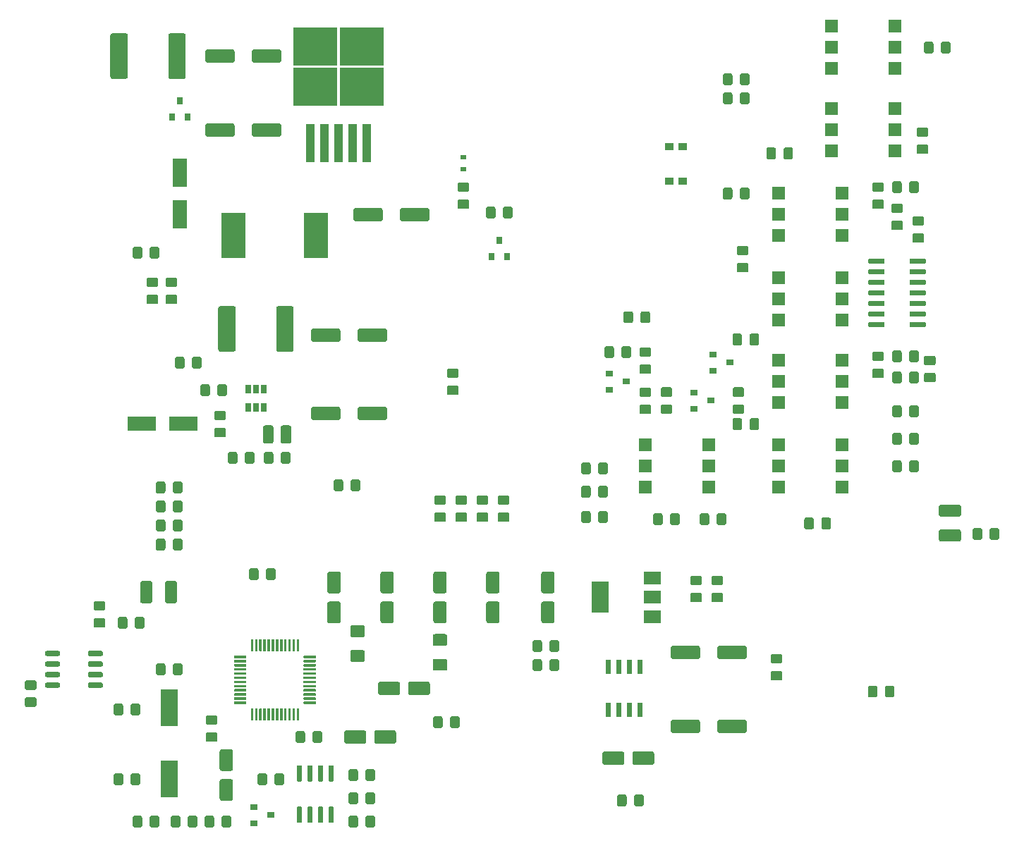
<source format=gbr>
G04 #@! TF.GenerationSoftware,KiCad,Pcbnew,(5.1.5-0-10_14)*
G04 #@! TF.CreationDate,2020-12-05T17:11:41-05:00*
G04 #@! TF.ProjectId,quantar-interface,7175616e-7461-4722-9d69-6e7465726661,rev?*
G04 #@! TF.SameCoordinates,Original*
G04 #@! TF.FileFunction,Paste,Top*
G04 #@! TF.FilePolarity,Positive*
%FSLAX46Y46*%
G04 Gerber Fmt 4.6, Leading zero omitted, Abs format (unit mm)*
G04 Created by KiCad (PCBNEW (5.1.5-0-10_14)) date 2020-12-05 17:11:41*
%MOMM*%
%LPD*%
G04 APERTURE LIST*
%ADD10C,0.100000*%
%ADD11R,0.650000X1.060000*%
%ADD12R,1.800000X3.500000*%
%ADD13R,3.500000X1.800000*%
%ADD14R,0.700000X0.600000*%
%ADD15R,2.900000X5.400000*%
%ADD16R,0.800000X0.900000*%
%ADD17R,0.900000X0.800000*%
%ADD18R,1.100000X4.600000*%
%ADD19R,5.250000X4.550000*%
%ADD20R,2.000000X3.800000*%
%ADD21R,2.000000X1.500000*%
%ADD22R,2.000000X4.500000*%
%ADD23R,1.600000X1.600000*%
%ADD24R,1.000000X0.900000*%
G04 APERTURE END LIST*
D10*
G36*
X134686504Y-119075204D02*
G01*
X134710773Y-119078804D01*
X134734571Y-119084765D01*
X134757671Y-119093030D01*
X134779849Y-119103520D01*
X134800893Y-119116133D01*
X134820598Y-119130747D01*
X134838777Y-119147223D01*
X134855253Y-119165402D01*
X134869867Y-119185107D01*
X134882480Y-119206151D01*
X134892970Y-119228329D01*
X134901235Y-119251429D01*
X134907196Y-119275227D01*
X134910796Y-119299496D01*
X134912000Y-119324000D01*
X134912000Y-121424000D01*
X134910796Y-121448504D01*
X134907196Y-121472773D01*
X134901235Y-121496571D01*
X134892970Y-121519671D01*
X134882480Y-121541849D01*
X134869867Y-121562893D01*
X134855253Y-121582598D01*
X134838777Y-121600777D01*
X134820598Y-121617253D01*
X134800893Y-121631867D01*
X134779849Y-121644480D01*
X134757671Y-121654970D01*
X134734571Y-121663235D01*
X134710773Y-121669196D01*
X134686504Y-121672796D01*
X134662000Y-121674000D01*
X133562000Y-121674000D01*
X133537496Y-121672796D01*
X133513227Y-121669196D01*
X133489429Y-121663235D01*
X133466329Y-121654970D01*
X133444151Y-121644480D01*
X133423107Y-121631867D01*
X133403402Y-121617253D01*
X133385223Y-121600777D01*
X133368747Y-121582598D01*
X133354133Y-121562893D01*
X133341520Y-121541849D01*
X133331030Y-121519671D01*
X133322765Y-121496571D01*
X133316804Y-121472773D01*
X133313204Y-121448504D01*
X133312000Y-121424000D01*
X133312000Y-119324000D01*
X133313204Y-119299496D01*
X133316804Y-119275227D01*
X133322765Y-119251429D01*
X133331030Y-119228329D01*
X133341520Y-119206151D01*
X133354133Y-119185107D01*
X133368747Y-119165402D01*
X133385223Y-119147223D01*
X133403402Y-119130747D01*
X133423107Y-119116133D01*
X133444151Y-119103520D01*
X133466329Y-119093030D01*
X133489429Y-119084765D01*
X133513227Y-119078804D01*
X133537496Y-119075204D01*
X133562000Y-119074000D01*
X134662000Y-119074000D01*
X134686504Y-119075204D01*
G37*
G36*
X134686504Y-122675204D02*
G01*
X134710773Y-122678804D01*
X134734571Y-122684765D01*
X134757671Y-122693030D01*
X134779849Y-122703520D01*
X134800893Y-122716133D01*
X134820598Y-122730747D01*
X134838777Y-122747223D01*
X134855253Y-122765402D01*
X134869867Y-122785107D01*
X134882480Y-122806151D01*
X134892970Y-122828329D01*
X134901235Y-122851429D01*
X134907196Y-122875227D01*
X134910796Y-122899496D01*
X134912000Y-122924000D01*
X134912000Y-125024000D01*
X134910796Y-125048504D01*
X134907196Y-125072773D01*
X134901235Y-125096571D01*
X134892970Y-125119671D01*
X134882480Y-125141849D01*
X134869867Y-125162893D01*
X134855253Y-125182598D01*
X134838777Y-125200777D01*
X134820598Y-125217253D01*
X134800893Y-125231867D01*
X134779849Y-125244480D01*
X134757671Y-125254970D01*
X134734571Y-125263235D01*
X134710773Y-125269196D01*
X134686504Y-125272796D01*
X134662000Y-125274000D01*
X133562000Y-125274000D01*
X133537496Y-125272796D01*
X133513227Y-125269196D01*
X133489429Y-125263235D01*
X133466329Y-125254970D01*
X133444151Y-125244480D01*
X133423107Y-125231867D01*
X133403402Y-125217253D01*
X133385223Y-125200777D01*
X133368747Y-125182598D01*
X133354133Y-125162893D01*
X133341520Y-125141849D01*
X133331030Y-125119671D01*
X133322765Y-125096571D01*
X133316804Y-125072773D01*
X133313204Y-125048504D01*
X133312000Y-125024000D01*
X133312000Y-122924000D01*
X133313204Y-122899496D01*
X133316804Y-122875227D01*
X133322765Y-122851429D01*
X133331030Y-122828329D01*
X133341520Y-122806151D01*
X133354133Y-122785107D01*
X133368747Y-122765402D01*
X133385223Y-122747223D01*
X133403402Y-122730747D01*
X133423107Y-122716133D01*
X133444151Y-122703520D01*
X133466329Y-122693030D01*
X133489429Y-122684765D01*
X133513227Y-122678804D01*
X133537496Y-122675204D01*
X133562000Y-122674000D01*
X134662000Y-122674000D01*
X134686504Y-122675204D01*
G37*
G36*
X128411504Y-129554204D02*
G01*
X128435773Y-129557804D01*
X128459571Y-129563765D01*
X128482671Y-129572030D01*
X128504849Y-129582520D01*
X128525893Y-129595133D01*
X128545598Y-129609747D01*
X128563777Y-129626223D01*
X128580253Y-129644402D01*
X128594867Y-129664107D01*
X128607480Y-129685151D01*
X128617970Y-129707329D01*
X128626235Y-129730429D01*
X128632196Y-129754227D01*
X128635796Y-129778496D01*
X128637000Y-129803000D01*
X128637000Y-130728000D01*
X128635796Y-130752504D01*
X128632196Y-130776773D01*
X128626235Y-130800571D01*
X128617970Y-130823671D01*
X128607480Y-130845849D01*
X128594867Y-130866893D01*
X128580253Y-130886598D01*
X128563777Y-130904777D01*
X128545598Y-130921253D01*
X128525893Y-130935867D01*
X128504849Y-130948480D01*
X128482671Y-130958970D01*
X128459571Y-130967235D01*
X128435773Y-130973196D01*
X128411504Y-130976796D01*
X128387000Y-130978000D01*
X127137000Y-130978000D01*
X127112496Y-130976796D01*
X127088227Y-130973196D01*
X127064429Y-130967235D01*
X127041329Y-130958970D01*
X127019151Y-130948480D01*
X126998107Y-130935867D01*
X126978402Y-130921253D01*
X126960223Y-130904777D01*
X126943747Y-130886598D01*
X126929133Y-130866893D01*
X126916520Y-130845849D01*
X126906030Y-130823671D01*
X126897765Y-130800571D01*
X126891804Y-130776773D01*
X126888204Y-130752504D01*
X126887000Y-130728000D01*
X126887000Y-129803000D01*
X126888204Y-129778496D01*
X126891804Y-129754227D01*
X126897765Y-129730429D01*
X126906030Y-129707329D01*
X126916520Y-129685151D01*
X126929133Y-129664107D01*
X126943747Y-129644402D01*
X126960223Y-129626223D01*
X126978402Y-129609747D01*
X126998107Y-129595133D01*
X127019151Y-129582520D01*
X127041329Y-129572030D01*
X127064429Y-129563765D01*
X127088227Y-129557804D01*
X127112496Y-129554204D01*
X127137000Y-129553000D01*
X128387000Y-129553000D01*
X128411504Y-129554204D01*
G37*
G36*
X128411504Y-126579204D02*
G01*
X128435773Y-126582804D01*
X128459571Y-126588765D01*
X128482671Y-126597030D01*
X128504849Y-126607520D01*
X128525893Y-126620133D01*
X128545598Y-126634747D01*
X128563777Y-126651223D01*
X128580253Y-126669402D01*
X128594867Y-126689107D01*
X128607480Y-126710151D01*
X128617970Y-126732329D01*
X128626235Y-126755429D01*
X128632196Y-126779227D01*
X128635796Y-126803496D01*
X128637000Y-126828000D01*
X128637000Y-127753000D01*
X128635796Y-127777504D01*
X128632196Y-127801773D01*
X128626235Y-127825571D01*
X128617970Y-127848671D01*
X128607480Y-127870849D01*
X128594867Y-127891893D01*
X128580253Y-127911598D01*
X128563777Y-127929777D01*
X128545598Y-127946253D01*
X128525893Y-127960867D01*
X128504849Y-127973480D01*
X128482671Y-127983970D01*
X128459571Y-127992235D01*
X128435773Y-127998196D01*
X128411504Y-128001796D01*
X128387000Y-128003000D01*
X127137000Y-128003000D01*
X127112496Y-128001796D01*
X127088227Y-127998196D01*
X127064429Y-127992235D01*
X127041329Y-127983970D01*
X127019151Y-127973480D01*
X126998107Y-127960867D01*
X126978402Y-127946253D01*
X126960223Y-127929777D01*
X126943747Y-127911598D01*
X126929133Y-127891893D01*
X126916520Y-127870849D01*
X126906030Y-127848671D01*
X126897765Y-127825571D01*
X126891804Y-127801773D01*
X126888204Y-127777504D01*
X126887000Y-127753000D01*
X126887000Y-126828000D01*
X126888204Y-126803496D01*
X126891804Y-126779227D01*
X126897765Y-126755429D01*
X126906030Y-126732329D01*
X126916520Y-126710151D01*
X126929133Y-126689107D01*
X126943747Y-126669402D01*
X126960223Y-126651223D01*
X126978402Y-126634747D01*
X126998107Y-126620133D01*
X127019151Y-126607520D01*
X127041329Y-126597030D01*
X127064429Y-126588765D01*
X127088227Y-126582804D01*
X127112496Y-126579204D01*
X127137000Y-126578000D01*
X128387000Y-126578000D01*
X128411504Y-126579204D01*
G37*
G36*
X151929703Y-129646722D02*
G01*
X151944264Y-129648882D01*
X151958543Y-129652459D01*
X151972403Y-129657418D01*
X151985710Y-129663712D01*
X151998336Y-129671280D01*
X152010159Y-129680048D01*
X152021066Y-129689934D01*
X152030952Y-129700841D01*
X152039720Y-129712664D01*
X152047288Y-129725290D01*
X152053582Y-129738597D01*
X152058541Y-129752457D01*
X152062118Y-129766736D01*
X152064278Y-129781297D01*
X152065000Y-129796000D01*
X152065000Y-131246000D01*
X152064278Y-131260703D01*
X152062118Y-131275264D01*
X152058541Y-131289543D01*
X152053582Y-131303403D01*
X152047288Y-131316710D01*
X152039720Y-131329336D01*
X152030952Y-131341159D01*
X152021066Y-131352066D01*
X152010159Y-131361952D01*
X151998336Y-131370720D01*
X151985710Y-131378288D01*
X151972403Y-131384582D01*
X151958543Y-131389541D01*
X151944264Y-131393118D01*
X151929703Y-131395278D01*
X151915000Y-131396000D01*
X151615000Y-131396000D01*
X151600297Y-131395278D01*
X151585736Y-131393118D01*
X151571457Y-131389541D01*
X151557597Y-131384582D01*
X151544290Y-131378288D01*
X151531664Y-131370720D01*
X151519841Y-131361952D01*
X151508934Y-131352066D01*
X151499048Y-131341159D01*
X151490280Y-131329336D01*
X151482712Y-131316710D01*
X151476418Y-131303403D01*
X151471459Y-131289543D01*
X151467882Y-131275264D01*
X151465722Y-131260703D01*
X151465000Y-131246000D01*
X151465000Y-129796000D01*
X151465722Y-129781297D01*
X151467882Y-129766736D01*
X151471459Y-129752457D01*
X151476418Y-129738597D01*
X151482712Y-129725290D01*
X151490280Y-129712664D01*
X151499048Y-129700841D01*
X151508934Y-129689934D01*
X151519841Y-129680048D01*
X151531664Y-129671280D01*
X151544290Y-129663712D01*
X151557597Y-129657418D01*
X151571457Y-129652459D01*
X151585736Y-129648882D01*
X151600297Y-129646722D01*
X151615000Y-129646000D01*
X151915000Y-129646000D01*
X151929703Y-129646722D01*
G37*
G36*
X150659703Y-129646722D02*
G01*
X150674264Y-129648882D01*
X150688543Y-129652459D01*
X150702403Y-129657418D01*
X150715710Y-129663712D01*
X150728336Y-129671280D01*
X150740159Y-129680048D01*
X150751066Y-129689934D01*
X150760952Y-129700841D01*
X150769720Y-129712664D01*
X150777288Y-129725290D01*
X150783582Y-129738597D01*
X150788541Y-129752457D01*
X150792118Y-129766736D01*
X150794278Y-129781297D01*
X150795000Y-129796000D01*
X150795000Y-131246000D01*
X150794278Y-131260703D01*
X150792118Y-131275264D01*
X150788541Y-131289543D01*
X150783582Y-131303403D01*
X150777288Y-131316710D01*
X150769720Y-131329336D01*
X150760952Y-131341159D01*
X150751066Y-131352066D01*
X150740159Y-131361952D01*
X150728336Y-131370720D01*
X150715710Y-131378288D01*
X150702403Y-131384582D01*
X150688543Y-131389541D01*
X150674264Y-131393118D01*
X150659703Y-131395278D01*
X150645000Y-131396000D01*
X150345000Y-131396000D01*
X150330297Y-131395278D01*
X150315736Y-131393118D01*
X150301457Y-131389541D01*
X150287597Y-131384582D01*
X150274290Y-131378288D01*
X150261664Y-131370720D01*
X150249841Y-131361952D01*
X150238934Y-131352066D01*
X150229048Y-131341159D01*
X150220280Y-131329336D01*
X150212712Y-131316710D01*
X150206418Y-131303403D01*
X150201459Y-131289543D01*
X150197882Y-131275264D01*
X150195722Y-131260703D01*
X150195000Y-131246000D01*
X150195000Y-129796000D01*
X150195722Y-129781297D01*
X150197882Y-129766736D01*
X150201459Y-129752457D01*
X150206418Y-129738597D01*
X150212712Y-129725290D01*
X150220280Y-129712664D01*
X150229048Y-129700841D01*
X150238934Y-129689934D01*
X150249841Y-129680048D01*
X150261664Y-129671280D01*
X150274290Y-129663712D01*
X150287597Y-129657418D01*
X150301457Y-129652459D01*
X150315736Y-129648882D01*
X150330297Y-129646722D01*
X150345000Y-129646000D01*
X150645000Y-129646000D01*
X150659703Y-129646722D01*
G37*
G36*
X149389703Y-129646722D02*
G01*
X149404264Y-129648882D01*
X149418543Y-129652459D01*
X149432403Y-129657418D01*
X149445710Y-129663712D01*
X149458336Y-129671280D01*
X149470159Y-129680048D01*
X149481066Y-129689934D01*
X149490952Y-129700841D01*
X149499720Y-129712664D01*
X149507288Y-129725290D01*
X149513582Y-129738597D01*
X149518541Y-129752457D01*
X149522118Y-129766736D01*
X149524278Y-129781297D01*
X149525000Y-129796000D01*
X149525000Y-131246000D01*
X149524278Y-131260703D01*
X149522118Y-131275264D01*
X149518541Y-131289543D01*
X149513582Y-131303403D01*
X149507288Y-131316710D01*
X149499720Y-131329336D01*
X149490952Y-131341159D01*
X149481066Y-131352066D01*
X149470159Y-131361952D01*
X149458336Y-131370720D01*
X149445710Y-131378288D01*
X149432403Y-131384582D01*
X149418543Y-131389541D01*
X149404264Y-131393118D01*
X149389703Y-131395278D01*
X149375000Y-131396000D01*
X149075000Y-131396000D01*
X149060297Y-131395278D01*
X149045736Y-131393118D01*
X149031457Y-131389541D01*
X149017597Y-131384582D01*
X149004290Y-131378288D01*
X148991664Y-131370720D01*
X148979841Y-131361952D01*
X148968934Y-131352066D01*
X148959048Y-131341159D01*
X148950280Y-131329336D01*
X148942712Y-131316710D01*
X148936418Y-131303403D01*
X148931459Y-131289543D01*
X148927882Y-131275264D01*
X148925722Y-131260703D01*
X148925000Y-131246000D01*
X148925000Y-129796000D01*
X148925722Y-129781297D01*
X148927882Y-129766736D01*
X148931459Y-129752457D01*
X148936418Y-129738597D01*
X148942712Y-129725290D01*
X148950280Y-129712664D01*
X148959048Y-129700841D01*
X148968934Y-129689934D01*
X148979841Y-129680048D01*
X148991664Y-129671280D01*
X149004290Y-129663712D01*
X149017597Y-129657418D01*
X149031457Y-129652459D01*
X149045736Y-129648882D01*
X149060297Y-129646722D01*
X149075000Y-129646000D01*
X149375000Y-129646000D01*
X149389703Y-129646722D01*
G37*
G36*
X148119703Y-129646722D02*
G01*
X148134264Y-129648882D01*
X148148543Y-129652459D01*
X148162403Y-129657418D01*
X148175710Y-129663712D01*
X148188336Y-129671280D01*
X148200159Y-129680048D01*
X148211066Y-129689934D01*
X148220952Y-129700841D01*
X148229720Y-129712664D01*
X148237288Y-129725290D01*
X148243582Y-129738597D01*
X148248541Y-129752457D01*
X148252118Y-129766736D01*
X148254278Y-129781297D01*
X148255000Y-129796000D01*
X148255000Y-131246000D01*
X148254278Y-131260703D01*
X148252118Y-131275264D01*
X148248541Y-131289543D01*
X148243582Y-131303403D01*
X148237288Y-131316710D01*
X148229720Y-131329336D01*
X148220952Y-131341159D01*
X148211066Y-131352066D01*
X148200159Y-131361952D01*
X148188336Y-131370720D01*
X148175710Y-131378288D01*
X148162403Y-131384582D01*
X148148543Y-131389541D01*
X148134264Y-131393118D01*
X148119703Y-131395278D01*
X148105000Y-131396000D01*
X147805000Y-131396000D01*
X147790297Y-131395278D01*
X147775736Y-131393118D01*
X147761457Y-131389541D01*
X147747597Y-131384582D01*
X147734290Y-131378288D01*
X147721664Y-131370720D01*
X147709841Y-131361952D01*
X147698934Y-131352066D01*
X147689048Y-131341159D01*
X147680280Y-131329336D01*
X147672712Y-131316710D01*
X147666418Y-131303403D01*
X147661459Y-131289543D01*
X147657882Y-131275264D01*
X147655722Y-131260703D01*
X147655000Y-131246000D01*
X147655000Y-129796000D01*
X147655722Y-129781297D01*
X147657882Y-129766736D01*
X147661459Y-129752457D01*
X147666418Y-129738597D01*
X147672712Y-129725290D01*
X147680280Y-129712664D01*
X147689048Y-129700841D01*
X147698934Y-129689934D01*
X147709841Y-129680048D01*
X147721664Y-129671280D01*
X147734290Y-129663712D01*
X147747597Y-129657418D01*
X147761457Y-129652459D01*
X147775736Y-129648882D01*
X147790297Y-129646722D01*
X147805000Y-129646000D01*
X148105000Y-129646000D01*
X148119703Y-129646722D01*
G37*
G36*
X148119703Y-134796722D02*
G01*
X148134264Y-134798882D01*
X148148543Y-134802459D01*
X148162403Y-134807418D01*
X148175710Y-134813712D01*
X148188336Y-134821280D01*
X148200159Y-134830048D01*
X148211066Y-134839934D01*
X148220952Y-134850841D01*
X148229720Y-134862664D01*
X148237288Y-134875290D01*
X148243582Y-134888597D01*
X148248541Y-134902457D01*
X148252118Y-134916736D01*
X148254278Y-134931297D01*
X148255000Y-134946000D01*
X148255000Y-136396000D01*
X148254278Y-136410703D01*
X148252118Y-136425264D01*
X148248541Y-136439543D01*
X148243582Y-136453403D01*
X148237288Y-136466710D01*
X148229720Y-136479336D01*
X148220952Y-136491159D01*
X148211066Y-136502066D01*
X148200159Y-136511952D01*
X148188336Y-136520720D01*
X148175710Y-136528288D01*
X148162403Y-136534582D01*
X148148543Y-136539541D01*
X148134264Y-136543118D01*
X148119703Y-136545278D01*
X148105000Y-136546000D01*
X147805000Y-136546000D01*
X147790297Y-136545278D01*
X147775736Y-136543118D01*
X147761457Y-136539541D01*
X147747597Y-136534582D01*
X147734290Y-136528288D01*
X147721664Y-136520720D01*
X147709841Y-136511952D01*
X147698934Y-136502066D01*
X147689048Y-136491159D01*
X147680280Y-136479336D01*
X147672712Y-136466710D01*
X147666418Y-136453403D01*
X147661459Y-136439543D01*
X147657882Y-136425264D01*
X147655722Y-136410703D01*
X147655000Y-136396000D01*
X147655000Y-134946000D01*
X147655722Y-134931297D01*
X147657882Y-134916736D01*
X147661459Y-134902457D01*
X147666418Y-134888597D01*
X147672712Y-134875290D01*
X147680280Y-134862664D01*
X147689048Y-134850841D01*
X147698934Y-134839934D01*
X147709841Y-134830048D01*
X147721664Y-134821280D01*
X147734290Y-134813712D01*
X147747597Y-134807418D01*
X147761457Y-134802459D01*
X147775736Y-134798882D01*
X147790297Y-134796722D01*
X147805000Y-134796000D01*
X148105000Y-134796000D01*
X148119703Y-134796722D01*
G37*
G36*
X149389703Y-134796722D02*
G01*
X149404264Y-134798882D01*
X149418543Y-134802459D01*
X149432403Y-134807418D01*
X149445710Y-134813712D01*
X149458336Y-134821280D01*
X149470159Y-134830048D01*
X149481066Y-134839934D01*
X149490952Y-134850841D01*
X149499720Y-134862664D01*
X149507288Y-134875290D01*
X149513582Y-134888597D01*
X149518541Y-134902457D01*
X149522118Y-134916736D01*
X149524278Y-134931297D01*
X149525000Y-134946000D01*
X149525000Y-136396000D01*
X149524278Y-136410703D01*
X149522118Y-136425264D01*
X149518541Y-136439543D01*
X149513582Y-136453403D01*
X149507288Y-136466710D01*
X149499720Y-136479336D01*
X149490952Y-136491159D01*
X149481066Y-136502066D01*
X149470159Y-136511952D01*
X149458336Y-136520720D01*
X149445710Y-136528288D01*
X149432403Y-136534582D01*
X149418543Y-136539541D01*
X149404264Y-136543118D01*
X149389703Y-136545278D01*
X149375000Y-136546000D01*
X149075000Y-136546000D01*
X149060297Y-136545278D01*
X149045736Y-136543118D01*
X149031457Y-136539541D01*
X149017597Y-136534582D01*
X149004290Y-136528288D01*
X148991664Y-136520720D01*
X148979841Y-136511952D01*
X148968934Y-136502066D01*
X148959048Y-136491159D01*
X148950280Y-136479336D01*
X148942712Y-136466710D01*
X148936418Y-136453403D01*
X148931459Y-136439543D01*
X148927882Y-136425264D01*
X148925722Y-136410703D01*
X148925000Y-136396000D01*
X148925000Y-134946000D01*
X148925722Y-134931297D01*
X148927882Y-134916736D01*
X148931459Y-134902457D01*
X148936418Y-134888597D01*
X148942712Y-134875290D01*
X148950280Y-134862664D01*
X148959048Y-134850841D01*
X148968934Y-134839934D01*
X148979841Y-134830048D01*
X148991664Y-134821280D01*
X149004290Y-134813712D01*
X149017597Y-134807418D01*
X149031457Y-134802459D01*
X149045736Y-134798882D01*
X149060297Y-134796722D01*
X149075000Y-134796000D01*
X149375000Y-134796000D01*
X149389703Y-134796722D01*
G37*
G36*
X150659703Y-134796722D02*
G01*
X150674264Y-134798882D01*
X150688543Y-134802459D01*
X150702403Y-134807418D01*
X150715710Y-134813712D01*
X150728336Y-134821280D01*
X150740159Y-134830048D01*
X150751066Y-134839934D01*
X150760952Y-134850841D01*
X150769720Y-134862664D01*
X150777288Y-134875290D01*
X150783582Y-134888597D01*
X150788541Y-134902457D01*
X150792118Y-134916736D01*
X150794278Y-134931297D01*
X150795000Y-134946000D01*
X150795000Y-136396000D01*
X150794278Y-136410703D01*
X150792118Y-136425264D01*
X150788541Y-136439543D01*
X150783582Y-136453403D01*
X150777288Y-136466710D01*
X150769720Y-136479336D01*
X150760952Y-136491159D01*
X150751066Y-136502066D01*
X150740159Y-136511952D01*
X150728336Y-136520720D01*
X150715710Y-136528288D01*
X150702403Y-136534582D01*
X150688543Y-136539541D01*
X150674264Y-136543118D01*
X150659703Y-136545278D01*
X150645000Y-136546000D01*
X150345000Y-136546000D01*
X150330297Y-136545278D01*
X150315736Y-136543118D01*
X150301457Y-136539541D01*
X150287597Y-136534582D01*
X150274290Y-136528288D01*
X150261664Y-136520720D01*
X150249841Y-136511952D01*
X150238934Y-136502066D01*
X150229048Y-136491159D01*
X150220280Y-136479336D01*
X150212712Y-136466710D01*
X150206418Y-136453403D01*
X150201459Y-136439543D01*
X150197882Y-136425264D01*
X150195722Y-136410703D01*
X150195000Y-136396000D01*
X150195000Y-134946000D01*
X150195722Y-134931297D01*
X150197882Y-134916736D01*
X150201459Y-134902457D01*
X150206418Y-134888597D01*
X150212712Y-134875290D01*
X150220280Y-134862664D01*
X150229048Y-134850841D01*
X150238934Y-134839934D01*
X150249841Y-134830048D01*
X150261664Y-134821280D01*
X150274290Y-134813712D01*
X150287597Y-134807418D01*
X150301457Y-134802459D01*
X150315736Y-134798882D01*
X150330297Y-134796722D01*
X150345000Y-134796000D01*
X150645000Y-134796000D01*
X150659703Y-134796722D01*
G37*
G36*
X151929703Y-134796722D02*
G01*
X151944264Y-134798882D01*
X151958543Y-134802459D01*
X151972403Y-134807418D01*
X151985710Y-134813712D01*
X151998336Y-134821280D01*
X152010159Y-134830048D01*
X152021066Y-134839934D01*
X152030952Y-134850841D01*
X152039720Y-134862664D01*
X152047288Y-134875290D01*
X152053582Y-134888597D01*
X152058541Y-134902457D01*
X152062118Y-134916736D01*
X152064278Y-134931297D01*
X152065000Y-134946000D01*
X152065000Y-136396000D01*
X152064278Y-136410703D01*
X152062118Y-136425264D01*
X152058541Y-136439543D01*
X152053582Y-136453403D01*
X152047288Y-136466710D01*
X152039720Y-136479336D01*
X152030952Y-136491159D01*
X152021066Y-136502066D01*
X152010159Y-136511952D01*
X151998336Y-136520720D01*
X151985710Y-136528288D01*
X151972403Y-136534582D01*
X151958543Y-136539541D01*
X151944264Y-136543118D01*
X151929703Y-136545278D01*
X151915000Y-136546000D01*
X151615000Y-136546000D01*
X151600297Y-136545278D01*
X151585736Y-136543118D01*
X151571457Y-136539541D01*
X151557597Y-136534582D01*
X151544290Y-136528288D01*
X151531664Y-136520720D01*
X151519841Y-136511952D01*
X151508934Y-136502066D01*
X151499048Y-136491159D01*
X151490280Y-136479336D01*
X151482712Y-136466710D01*
X151476418Y-136453403D01*
X151471459Y-136439543D01*
X151467882Y-136425264D01*
X151465722Y-136410703D01*
X151465000Y-136396000D01*
X151465000Y-134946000D01*
X151465722Y-134931297D01*
X151467882Y-134916736D01*
X151471459Y-134902457D01*
X151476418Y-134888597D01*
X151482712Y-134875290D01*
X151490280Y-134862664D01*
X151499048Y-134850841D01*
X151508934Y-134839934D01*
X151519841Y-134830048D01*
X151531664Y-134821280D01*
X151544290Y-134813712D01*
X151557597Y-134807418D01*
X151571457Y-134802459D01*
X151585736Y-134798882D01*
X151600297Y-134796722D01*
X151615000Y-134796000D01*
X151915000Y-134796000D01*
X151929703Y-134796722D01*
G37*
G36*
X151987505Y-145859204D02*
G01*
X152011773Y-145862804D01*
X152035572Y-145868765D01*
X152058671Y-145877030D01*
X152080850Y-145887520D01*
X152101893Y-145900132D01*
X152121599Y-145914747D01*
X152139777Y-145931223D01*
X152156253Y-145949401D01*
X152170868Y-145969107D01*
X152183480Y-145990150D01*
X152193970Y-146012329D01*
X152202235Y-146035428D01*
X152208196Y-146059227D01*
X152211796Y-146083495D01*
X152213000Y-146107999D01*
X152213000Y-147008001D01*
X152211796Y-147032505D01*
X152208196Y-147056773D01*
X152202235Y-147080572D01*
X152193970Y-147103671D01*
X152183480Y-147125850D01*
X152170868Y-147146893D01*
X152156253Y-147166599D01*
X152139777Y-147184777D01*
X152121599Y-147201253D01*
X152101893Y-147215868D01*
X152080850Y-147228480D01*
X152058671Y-147238970D01*
X152035572Y-147247235D01*
X152011773Y-147253196D01*
X151987505Y-147256796D01*
X151963001Y-147258000D01*
X151312999Y-147258000D01*
X151288495Y-147256796D01*
X151264227Y-147253196D01*
X151240428Y-147247235D01*
X151217329Y-147238970D01*
X151195150Y-147228480D01*
X151174107Y-147215868D01*
X151154401Y-147201253D01*
X151136223Y-147184777D01*
X151119747Y-147166599D01*
X151105132Y-147146893D01*
X151092520Y-147125850D01*
X151082030Y-147103671D01*
X151073765Y-147080572D01*
X151067804Y-147056773D01*
X151064204Y-147032505D01*
X151063000Y-147008001D01*
X151063000Y-146107999D01*
X151064204Y-146083495D01*
X151067804Y-146059227D01*
X151073765Y-146035428D01*
X151082030Y-146012329D01*
X151092520Y-145990150D01*
X151105132Y-145969107D01*
X151119747Y-145949401D01*
X151136223Y-145931223D01*
X151154401Y-145914747D01*
X151174107Y-145900132D01*
X151195150Y-145887520D01*
X151217329Y-145877030D01*
X151240428Y-145868765D01*
X151264227Y-145862804D01*
X151288495Y-145859204D01*
X151312999Y-145858000D01*
X151963001Y-145858000D01*
X151987505Y-145859204D01*
G37*
G36*
X149937505Y-145859204D02*
G01*
X149961773Y-145862804D01*
X149985572Y-145868765D01*
X150008671Y-145877030D01*
X150030850Y-145887520D01*
X150051893Y-145900132D01*
X150071599Y-145914747D01*
X150089777Y-145931223D01*
X150106253Y-145949401D01*
X150120868Y-145969107D01*
X150133480Y-145990150D01*
X150143970Y-146012329D01*
X150152235Y-146035428D01*
X150158196Y-146059227D01*
X150161796Y-146083495D01*
X150163000Y-146107999D01*
X150163000Y-147008001D01*
X150161796Y-147032505D01*
X150158196Y-147056773D01*
X150152235Y-147080572D01*
X150143970Y-147103671D01*
X150133480Y-147125850D01*
X150120868Y-147146893D01*
X150106253Y-147166599D01*
X150089777Y-147184777D01*
X150071599Y-147201253D01*
X150051893Y-147215868D01*
X150030850Y-147228480D01*
X150008671Y-147238970D01*
X149985572Y-147247235D01*
X149961773Y-147253196D01*
X149937505Y-147256796D01*
X149913001Y-147258000D01*
X149262999Y-147258000D01*
X149238495Y-147256796D01*
X149214227Y-147253196D01*
X149190428Y-147247235D01*
X149167329Y-147238970D01*
X149145150Y-147228480D01*
X149124107Y-147215868D01*
X149104401Y-147201253D01*
X149086223Y-147184777D01*
X149069747Y-147166599D01*
X149055132Y-147146893D01*
X149042520Y-147125850D01*
X149032030Y-147103671D01*
X149023765Y-147080572D01*
X149017804Y-147056773D01*
X149014204Y-147032505D01*
X149013000Y-147008001D01*
X149013000Y-146107999D01*
X149014204Y-146083495D01*
X149017804Y-146059227D01*
X149023765Y-146035428D01*
X149032030Y-146012329D01*
X149042520Y-145990150D01*
X149055132Y-145969107D01*
X149069747Y-145949401D01*
X149086223Y-145931223D01*
X149104401Y-145914747D01*
X149124107Y-145900132D01*
X149145150Y-145887520D01*
X149167329Y-145877030D01*
X149190428Y-145868765D01*
X149214227Y-145862804D01*
X149238495Y-145859204D01*
X149262999Y-145858000D01*
X149913001Y-145858000D01*
X149937505Y-145859204D01*
G37*
G36*
X158744504Y-136869204D02*
G01*
X158768773Y-136872804D01*
X158792571Y-136878765D01*
X158815671Y-136887030D01*
X158837849Y-136897520D01*
X158858893Y-136910133D01*
X158878598Y-136924747D01*
X158896777Y-136941223D01*
X158913253Y-136959402D01*
X158927867Y-136979107D01*
X158940480Y-137000151D01*
X158950970Y-137022329D01*
X158959235Y-137045429D01*
X158965196Y-137069227D01*
X158968796Y-137093496D01*
X158970000Y-137118000D01*
X158970000Y-138218000D01*
X158968796Y-138242504D01*
X158965196Y-138266773D01*
X158959235Y-138290571D01*
X158950970Y-138313671D01*
X158940480Y-138335849D01*
X158927867Y-138356893D01*
X158913253Y-138376598D01*
X158896777Y-138394777D01*
X158878598Y-138411253D01*
X158858893Y-138425867D01*
X158837849Y-138438480D01*
X158815671Y-138448970D01*
X158792571Y-138457235D01*
X158768773Y-138463196D01*
X158744504Y-138466796D01*
X158720000Y-138468000D01*
X155720000Y-138468000D01*
X155695496Y-138466796D01*
X155671227Y-138463196D01*
X155647429Y-138457235D01*
X155624329Y-138448970D01*
X155602151Y-138438480D01*
X155581107Y-138425867D01*
X155561402Y-138411253D01*
X155543223Y-138394777D01*
X155526747Y-138376598D01*
X155512133Y-138356893D01*
X155499520Y-138335849D01*
X155489030Y-138313671D01*
X155480765Y-138290571D01*
X155474804Y-138266773D01*
X155471204Y-138242504D01*
X155470000Y-138218000D01*
X155470000Y-137118000D01*
X155471204Y-137093496D01*
X155474804Y-137069227D01*
X155480765Y-137045429D01*
X155489030Y-137022329D01*
X155499520Y-137000151D01*
X155512133Y-136979107D01*
X155526747Y-136959402D01*
X155543223Y-136941223D01*
X155561402Y-136924747D01*
X155581107Y-136910133D01*
X155602151Y-136897520D01*
X155624329Y-136887030D01*
X155647429Y-136878765D01*
X155671227Y-136872804D01*
X155695496Y-136869204D01*
X155720000Y-136868000D01*
X158720000Y-136868000D01*
X158744504Y-136869204D01*
G37*
G36*
X164344504Y-136869204D02*
G01*
X164368773Y-136872804D01*
X164392571Y-136878765D01*
X164415671Y-136887030D01*
X164437849Y-136897520D01*
X164458893Y-136910133D01*
X164478598Y-136924747D01*
X164496777Y-136941223D01*
X164513253Y-136959402D01*
X164527867Y-136979107D01*
X164540480Y-137000151D01*
X164550970Y-137022329D01*
X164559235Y-137045429D01*
X164565196Y-137069227D01*
X164568796Y-137093496D01*
X164570000Y-137118000D01*
X164570000Y-138218000D01*
X164568796Y-138242504D01*
X164565196Y-138266773D01*
X164559235Y-138290571D01*
X164550970Y-138313671D01*
X164540480Y-138335849D01*
X164527867Y-138356893D01*
X164513253Y-138376598D01*
X164496777Y-138394777D01*
X164478598Y-138411253D01*
X164458893Y-138425867D01*
X164437849Y-138438480D01*
X164415671Y-138448970D01*
X164392571Y-138457235D01*
X164368773Y-138463196D01*
X164344504Y-138466796D01*
X164320000Y-138468000D01*
X161320000Y-138468000D01*
X161295496Y-138466796D01*
X161271227Y-138463196D01*
X161247429Y-138457235D01*
X161224329Y-138448970D01*
X161202151Y-138438480D01*
X161181107Y-138425867D01*
X161161402Y-138411253D01*
X161143223Y-138394777D01*
X161126747Y-138376598D01*
X161112133Y-138356893D01*
X161099520Y-138335849D01*
X161089030Y-138313671D01*
X161080765Y-138290571D01*
X161074804Y-138266773D01*
X161071204Y-138242504D01*
X161070000Y-138218000D01*
X161070000Y-137118000D01*
X161071204Y-137093496D01*
X161074804Y-137069227D01*
X161080765Y-137045429D01*
X161089030Y-137022329D01*
X161099520Y-137000151D01*
X161112133Y-136979107D01*
X161126747Y-136959402D01*
X161143223Y-136941223D01*
X161161402Y-136924747D01*
X161181107Y-136910133D01*
X161202151Y-136897520D01*
X161224329Y-136887030D01*
X161247429Y-136878765D01*
X161271227Y-136872804D01*
X161295496Y-136869204D01*
X161320000Y-136868000D01*
X164320000Y-136868000D01*
X164344504Y-136869204D01*
G37*
G36*
X149642504Y-140679204D02*
G01*
X149666773Y-140682804D01*
X149690571Y-140688765D01*
X149713671Y-140697030D01*
X149735849Y-140707520D01*
X149756893Y-140720133D01*
X149776598Y-140734747D01*
X149794777Y-140751223D01*
X149811253Y-140769402D01*
X149825867Y-140789107D01*
X149838480Y-140810151D01*
X149848970Y-140832329D01*
X149857235Y-140855429D01*
X149863196Y-140879227D01*
X149866796Y-140903496D01*
X149868000Y-140928000D01*
X149868000Y-142028000D01*
X149866796Y-142052504D01*
X149863196Y-142076773D01*
X149857235Y-142100571D01*
X149848970Y-142123671D01*
X149838480Y-142145849D01*
X149825867Y-142166893D01*
X149811253Y-142186598D01*
X149794777Y-142204777D01*
X149776598Y-142221253D01*
X149756893Y-142235867D01*
X149735849Y-142248480D01*
X149713671Y-142258970D01*
X149690571Y-142267235D01*
X149666773Y-142273196D01*
X149642504Y-142276796D01*
X149618000Y-142278000D01*
X147518000Y-142278000D01*
X147493496Y-142276796D01*
X147469227Y-142273196D01*
X147445429Y-142267235D01*
X147422329Y-142258970D01*
X147400151Y-142248480D01*
X147379107Y-142235867D01*
X147359402Y-142221253D01*
X147341223Y-142204777D01*
X147324747Y-142186598D01*
X147310133Y-142166893D01*
X147297520Y-142145849D01*
X147287030Y-142123671D01*
X147278765Y-142100571D01*
X147272804Y-142076773D01*
X147269204Y-142052504D01*
X147268000Y-142028000D01*
X147268000Y-140928000D01*
X147269204Y-140903496D01*
X147272804Y-140879227D01*
X147278765Y-140855429D01*
X147287030Y-140832329D01*
X147297520Y-140810151D01*
X147310133Y-140789107D01*
X147324747Y-140769402D01*
X147341223Y-140751223D01*
X147359402Y-140734747D01*
X147379107Y-140720133D01*
X147400151Y-140707520D01*
X147422329Y-140697030D01*
X147445429Y-140688765D01*
X147469227Y-140682804D01*
X147493496Y-140679204D01*
X147518000Y-140678000D01*
X149618000Y-140678000D01*
X149642504Y-140679204D01*
G37*
G36*
X153242504Y-140679204D02*
G01*
X153266773Y-140682804D01*
X153290571Y-140688765D01*
X153313671Y-140697030D01*
X153335849Y-140707520D01*
X153356893Y-140720133D01*
X153376598Y-140734747D01*
X153394777Y-140751223D01*
X153411253Y-140769402D01*
X153425867Y-140789107D01*
X153438480Y-140810151D01*
X153448970Y-140832329D01*
X153457235Y-140855429D01*
X153463196Y-140879227D01*
X153466796Y-140903496D01*
X153468000Y-140928000D01*
X153468000Y-142028000D01*
X153466796Y-142052504D01*
X153463196Y-142076773D01*
X153457235Y-142100571D01*
X153448970Y-142123671D01*
X153438480Y-142145849D01*
X153425867Y-142166893D01*
X153411253Y-142186598D01*
X153394777Y-142204777D01*
X153376598Y-142221253D01*
X153356893Y-142235867D01*
X153335849Y-142248480D01*
X153313671Y-142258970D01*
X153290571Y-142267235D01*
X153266773Y-142273196D01*
X153242504Y-142276796D01*
X153218000Y-142278000D01*
X151118000Y-142278000D01*
X151093496Y-142276796D01*
X151069227Y-142273196D01*
X151045429Y-142267235D01*
X151022329Y-142258970D01*
X151000151Y-142248480D01*
X150979107Y-142235867D01*
X150959402Y-142221253D01*
X150941223Y-142204777D01*
X150924747Y-142186598D01*
X150910133Y-142166893D01*
X150897520Y-142145849D01*
X150887030Y-142123671D01*
X150878765Y-142100571D01*
X150872804Y-142076773D01*
X150869204Y-142052504D01*
X150868000Y-142028000D01*
X150868000Y-140928000D01*
X150869204Y-140903496D01*
X150872804Y-140879227D01*
X150878765Y-140855429D01*
X150887030Y-140832329D01*
X150897520Y-140810151D01*
X150910133Y-140789107D01*
X150924747Y-140769402D01*
X150941223Y-140751223D01*
X150959402Y-140734747D01*
X150979107Y-140720133D01*
X151000151Y-140707520D01*
X151022329Y-140697030D01*
X151045429Y-140688765D01*
X151069227Y-140682804D01*
X151093496Y-140679204D01*
X151118000Y-140678000D01*
X153218000Y-140678000D01*
X153242504Y-140679204D01*
G37*
G36*
X158744504Y-127979204D02*
G01*
X158768773Y-127982804D01*
X158792571Y-127988765D01*
X158815671Y-127997030D01*
X158837849Y-128007520D01*
X158858893Y-128020133D01*
X158878598Y-128034747D01*
X158896777Y-128051223D01*
X158913253Y-128069402D01*
X158927867Y-128089107D01*
X158940480Y-128110151D01*
X158950970Y-128132329D01*
X158959235Y-128155429D01*
X158965196Y-128179227D01*
X158968796Y-128203496D01*
X158970000Y-128228000D01*
X158970000Y-129328000D01*
X158968796Y-129352504D01*
X158965196Y-129376773D01*
X158959235Y-129400571D01*
X158950970Y-129423671D01*
X158940480Y-129445849D01*
X158927867Y-129466893D01*
X158913253Y-129486598D01*
X158896777Y-129504777D01*
X158878598Y-129521253D01*
X158858893Y-129535867D01*
X158837849Y-129548480D01*
X158815671Y-129558970D01*
X158792571Y-129567235D01*
X158768773Y-129573196D01*
X158744504Y-129576796D01*
X158720000Y-129578000D01*
X155720000Y-129578000D01*
X155695496Y-129576796D01*
X155671227Y-129573196D01*
X155647429Y-129567235D01*
X155624329Y-129558970D01*
X155602151Y-129548480D01*
X155581107Y-129535867D01*
X155561402Y-129521253D01*
X155543223Y-129504777D01*
X155526747Y-129486598D01*
X155512133Y-129466893D01*
X155499520Y-129445849D01*
X155489030Y-129423671D01*
X155480765Y-129400571D01*
X155474804Y-129376773D01*
X155471204Y-129352504D01*
X155470000Y-129328000D01*
X155470000Y-128228000D01*
X155471204Y-128203496D01*
X155474804Y-128179227D01*
X155480765Y-128155429D01*
X155489030Y-128132329D01*
X155499520Y-128110151D01*
X155512133Y-128089107D01*
X155526747Y-128069402D01*
X155543223Y-128051223D01*
X155561402Y-128034747D01*
X155581107Y-128020133D01*
X155602151Y-128007520D01*
X155624329Y-127997030D01*
X155647429Y-127988765D01*
X155671227Y-127982804D01*
X155695496Y-127979204D01*
X155720000Y-127978000D01*
X158720000Y-127978000D01*
X158744504Y-127979204D01*
G37*
G36*
X164344504Y-127979204D02*
G01*
X164368773Y-127982804D01*
X164392571Y-127988765D01*
X164415671Y-127997030D01*
X164437849Y-128007520D01*
X164458893Y-128020133D01*
X164478598Y-128034747D01*
X164496777Y-128051223D01*
X164513253Y-128069402D01*
X164527867Y-128089107D01*
X164540480Y-128110151D01*
X164550970Y-128132329D01*
X164559235Y-128155429D01*
X164565196Y-128179227D01*
X164568796Y-128203496D01*
X164570000Y-128228000D01*
X164570000Y-129328000D01*
X164568796Y-129352504D01*
X164565196Y-129376773D01*
X164559235Y-129400571D01*
X164550970Y-129423671D01*
X164540480Y-129445849D01*
X164527867Y-129466893D01*
X164513253Y-129486598D01*
X164496777Y-129504777D01*
X164478598Y-129521253D01*
X164458893Y-129535867D01*
X164437849Y-129548480D01*
X164415671Y-129558970D01*
X164392571Y-129567235D01*
X164368773Y-129573196D01*
X164344504Y-129576796D01*
X164320000Y-129578000D01*
X161320000Y-129578000D01*
X161295496Y-129576796D01*
X161271227Y-129573196D01*
X161247429Y-129567235D01*
X161224329Y-129558970D01*
X161202151Y-129548480D01*
X161181107Y-129535867D01*
X161161402Y-129521253D01*
X161143223Y-129504777D01*
X161126747Y-129486598D01*
X161112133Y-129466893D01*
X161099520Y-129445849D01*
X161089030Y-129423671D01*
X161080765Y-129400571D01*
X161074804Y-129376773D01*
X161071204Y-129352504D01*
X161070000Y-129328000D01*
X161070000Y-128228000D01*
X161071204Y-128203496D01*
X161074804Y-128179227D01*
X161080765Y-128155429D01*
X161089030Y-128132329D01*
X161099520Y-128110151D01*
X161112133Y-128089107D01*
X161126747Y-128069402D01*
X161143223Y-128051223D01*
X161161402Y-128034747D01*
X161181107Y-128020133D01*
X161202151Y-128007520D01*
X161224329Y-127997030D01*
X161247429Y-127988765D01*
X161271227Y-127982804D01*
X161295496Y-127979204D01*
X161320000Y-127978000D01*
X164320000Y-127978000D01*
X164344504Y-127979204D01*
G37*
G36*
X168622505Y-131007204D02*
G01*
X168646773Y-131010804D01*
X168670572Y-131016765D01*
X168693671Y-131025030D01*
X168715850Y-131035520D01*
X168736893Y-131048132D01*
X168756599Y-131062747D01*
X168774777Y-131079223D01*
X168791253Y-131097401D01*
X168805868Y-131117107D01*
X168818480Y-131138150D01*
X168828970Y-131160329D01*
X168837235Y-131183428D01*
X168843196Y-131207227D01*
X168846796Y-131231495D01*
X168848000Y-131255999D01*
X168848000Y-131906001D01*
X168846796Y-131930505D01*
X168843196Y-131954773D01*
X168837235Y-131978572D01*
X168828970Y-132001671D01*
X168818480Y-132023850D01*
X168805868Y-132044893D01*
X168791253Y-132064599D01*
X168774777Y-132082777D01*
X168756599Y-132099253D01*
X168736893Y-132113868D01*
X168715850Y-132126480D01*
X168693671Y-132136970D01*
X168670572Y-132145235D01*
X168646773Y-132151196D01*
X168622505Y-132154796D01*
X168598001Y-132156000D01*
X167697999Y-132156000D01*
X167673495Y-132154796D01*
X167649227Y-132151196D01*
X167625428Y-132145235D01*
X167602329Y-132136970D01*
X167580150Y-132126480D01*
X167559107Y-132113868D01*
X167539401Y-132099253D01*
X167521223Y-132082777D01*
X167504747Y-132064599D01*
X167490132Y-132044893D01*
X167477520Y-132023850D01*
X167467030Y-132001671D01*
X167458765Y-131978572D01*
X167452804Y-131954773D01*
X167449204Y-131930505D01*
X167448000Y-131906001D01*
X167448000Y-131255999D01*
X167449204Y-131231495D01*
X167452804Y-131207227D01*
X167458765Y-131183428D01*
X167467030Y-131160329D01*
X167477520Y-131138150D01*
X167490132Y-131117107D01*
X167504747Y-131097401D01*
X167521223Y-131079223D01*
X167539401Y-131062747D01*
X167559107Y-131048132D01*
X167580150Y-131035520D01*
X167602329Y-131025030D01*
X167625428Y-131016765D01*
X167649227Y-131010804D01*
X167673495Y-131007204D01*
X167697999Y-131006000D01*
X168598001Y-131006000D01*
X168622505Y-131007204D01*
G37*
G36*
X168622505Y-128957204D02*
G01*
X168646773Y-128960804D01*
X168670572Y-128966765D01*
X168693671Y-128975030D01*
X168715850Y-128985520D01*
X168736893Y-128998132D01*
X168756599Y-129012747D01*
X168774777Y-129029223D01*
X168791253Y-129047401D01*
X168805868Y-129067107D01*
X168818480Y-129088150D01*
X168828970Y-129110329D01*
X168837235Y-129133428D01*
X168843196Y-129157227D01*
X168846796Y-129181495D01*
X168848000Y-129205999D01*
X168848000Y-129856001D01*
X168846796Y-129880505D01*
X168843196Y-129904773D01*
X168837235Y-129928572D01*
X168828970Y-129951671D01*
X168818480Y-129973850D01*
X168805868Y-129994893D01*
X168791253Y-130014599D01*
X168774777Y-130032777D01*
X168756599Y-130049253D01*
X168736893Y-130063868D01*
X168715850Y-130076480D01*
X168693671Y-130086970D01*
X168670572Y-130095235D01*
X168646773Y-130101196D01*
X168622505Y-130104796D01*
X168598001Y-130106000D01*
X167697999Y-130106000D01*
X167673495Y-130104796D01*
X167649227Y-130101196D01*
X167625428Y-130095235D01*
X167602329Y-130086970D01*
X167580150Y-130076480D01*
X167559107Y-130063868D01*
X167539401Y-130049253D01*
X167521223Y-130032777D01*
X167504747Y-130014599D01*
X167490132Y-129994893D01*
X167477520Y-129973850D01*
X167467030Y-129951671D01*
X167458765Y-129928572D01*
X167452804Y-129904773D01*
X167449204Y-129880505D01*
X167448000Y-129856001D01*
X167448000Y-129205999D01*
X167449204Y-129181495D01*
X167452804Y-129157227D01*
X167458765Y-129133428D01*
X167467030Y-129110329D01*
X167477520Y-129088150D01*
X167490132Y-129067107D01*
X167504747Y-129047401D01*
X167521223Y-129029223D01*
X167539401Y-129012747D01*
X167559107Y-128998132D01*
X167580150Y-128985520D01*
X167602329Y-128975030D01*
X167625428Y-128966765D01*
X167649227Y-128960804D01*
X167673495Y-128957204D01*
X167697999Y-128956000D01*
X168598001Y-128956000D01*
X168622505Y-128957204D01*
G37*
G36*
X128336504Y-122675204D02*
G01*
X128360773Y-122678804D01*
X128384571Y-122684765D01*
X128407671Y-122693030D01*
X128429849Y-122703520D01*
X128450893Y-122716133D01*
X128470598Y-122730747D01*
X128488777Y-122747223D01*
X128505253Y-122765402D01*
X128519867Y-122785107D01*
X128532480Y-122806151D01*
X128542970Y-122828329D01*
X128551235Y-122851429D01*
X128557196Y-122875227D01*
X128560796Y-122899496D01*
X128562000Y-122924000D01*
X128562000Y-125024000D01*
X128560796Y-125048504D01*
X128557196Y-125072773D01*
X128551235Y-125096571D01*
X128542970Y-125119671D01*
X128532480Y-125141849D01*
X128519867Y-125162893D01*
X128505253Y-125182598D01*
X128488777Y-125200777D01*
X128470598Y-125217253D01*
X128450893Y-125231867D01*
X128429849Y-125244480D01*
X128407671Y-125254970D01*
X128384571Y-125263235D01*
X128360773Y-125269196D01*
X128336504Y-125272796D01*
X128312000Y-125274000D01*
X127212000Y-125274000D01*
X127187496Y-125272796D01*
X127163227Y-125269196D01*
X127139429Y-125263235D01*
X127116329Y-125254970D01*
X127094151Y-125244480D01*
X127073107Y-125231867D01*
X127053402Y-125217253D01*
X127035223Y-125200777D01*
X127018747Y-125182598D01*
X127004133Y-125162893D01*
X126991520Y-125141849D01*
X126981030Y-125119671D01*
X126972765Y-125096571D01*
X126966804Y-125072773D01*
X126963204Y-125048504D01*
X126962000Y-125024000D01*
X126962000Y-122924000D01*
X126963204Y-122899496D01*
X126966804Y-122875227D01*
X126972765Y-122851429D01*
X126981030Y-122828329D01*
X126991520Y-122806151D01*
X127004133Y-122785107D01*
X127018747Y-122765402D01*
X127035223Y-122747223D01*
X127053402Y-122730747D01*
X127073107Y-122716133D01*
X127094151Y-122703520D01*
X127116329Y-122693030D01*
X127139429Y-122684765D01*
X127163227Y-122678804D01*
X127187496Y-122675204D01*
X127212000Y-122674000D01*
X128312000Y-122674000D01*
X128336504Y-122675204D01*
G37*
G36*
X128336504Y-119075204D02*
G01*
X128360773Y-119078804D01*
X128384571Y-119084765D01*
X128407671Y-119093030D01*
X128429849Y-119103520D01*
X128450893Y-119116133D01*
X128470598Y-119130747D01*
X128488777Y-119147223D01*
X128505253Y-119165402D01*
X128519867Y-119185107D01*
X128532480Y-119206151D01*
X128542970Y-119228329D01*
X128551235Y-119251429D01*
X128557196Y-119275227D01*
X128560796Y-119299496D01*
X128562000Y-119324000D01*
X128562000Y-121424000D01*
X128560796Y-121448504D01*
X128557196Y-121472773D01*
X128551235Y-121496571D01*
X128542970Y-121519671D01*
X128532480Y-121541849D01*
X128519867Y-121562893D01*
X128505253Y-121582598D01*
X128488777Y-121600777D01*
X128470598Y-121617253D01*
X128450893Y-121631867D01*
X128429849Y-121644480D01*
X128407671Y-121654970D01*
X128384571Y-121663235D01*
X128360773Y-121669196D01*
X128336504Y-121672796D01*
X128312000Y-121674000D01*
X127212000Y-121674000D01*
X127187496Y-121672796D01*
X127163227Y-121669196D01*
X127139429Y-121663235D01*
X127116329Y-121654970D01*
X127094151Y-121644480D01*
X127073107Y-121631867D01*
X127053402Y-121617253D01*
X127035223Y-121600777D01*
X127018747Y-121582598D01*
X127004133Y-121562893D01*
X126991520Y-121541849D01*
X126981030Y-121519671D01*
X126972765Y-121496571D01*
X126966804Y-121472773D01*
X126963204Y-121448504D01*
X126962000Y-121424000D01*
X126962000Y-119324000D01*
X126963204Y-119299496D01*
X126966804Y-119275227D01*
X126972765Y-119251429D01*
X126981030Y-119228329D01*
X126991520Y-119206151D01*
X127004133Y-119185107D01*
X127018747Y-119165402D01*
X127035223Y-119147223D01*
X127053402Y-119130747D01*
X127073107Y-119116133D01*
X127094151Y-119103520D01*
X127116329Y-119093030D01*
X127139429Y-119084765D01*
X127163227Y-119078804D01*
X127187496Y-119075204D01*
X127212000Y-119074000D01*
X128312000Y-119074000D01*
X128336504Y-119075204D01*
G37*
G36*
X126318504Y-132297204D02*
G01*
X126342773Y-132300804D01*
X126366571Y-132306765D01*
X126389671Y-132315030D01*
X126411849Y-132325520D01*
X126432893Y-132338133D01*
X126452598Y-132352747D01*
X126470777Y-132369223D01*
X126487253Y-132387402D01*
X126501867Y-132407107D01*
X126514480Y-132428151D01*
X126524970Y-132450329D01*
X126533235Y-132473429D01*
X126539196Y-132497227D01*
X126542796Y-132521496D01*
X126544000Y-132546000D01*
X126544000Y-133646000D01*
X126542796Y-133670504D01*
X126539196Y-133694773D01*
X126533235Y-133718571D01*
X126524970Y-133741671D01*
X126514480Y-133763849D01*
X126501867Y-133784893D01*
X126487253Y-133804598D01*
X126470777Y-133822777D01*
X126452598Y-133839253D01*
X126432893Y-133853867D01*
X126411849Y-133866480D01*
X126389671Y-133876970D01*
X126366571Y-133885235D01*
X126342773Y-133891196D01*
X126318504Y-133894796D01*
X126294000Y-133896000D01*
X124194000Y-133896000D01*
X124169496Y-133894796D01*
X124145227Y-133891196D01*
X124121429Y-133885235D01*
X124098329Y-133876970D01*
X124076151Y-133866480D01*
X124055107Y-133853867D01*
X124035402Y-133839253D01*
X124017223Y-133822777D01*
X124000747Y-133804598D01*
X123986133Y-133784893D01*
X123973520Y-133763849D01*
X123963030Y-133741671D01*
X123954765Y-133718571D01*
X123948804Y-133694773D01*
X123945204Y-133670504D01*
X123944000Y-133646000D01*
X123944000Y-132546000D01*
X123945204Y-132521496D01*
X123948804Y-132497227D01*
X123954765Y-132473429D01*
X123963030Y-132450329D01*
X123973520Y-132428151D01*
X123986133Y-132407107D01*
X124000747Y-132387402D01*
X124017223Y-132369223D01*
X124035402Y-132352747D01*
X124055107Y-132338133D01*
X124076151Y-132325520D01*
X124098329Y-132315030D01*
X124121429Y-132306765D01*
X124145227Y-132300804D01*
X124169496Y-132297204D01*
X124194000Y-132296000D01*
X126294000Y-132296000D01*
X126318504Y-132297204D01*
G37*
G36*
X122718504Y-132297204D02*
G01*
X122742773Y-132300804D01*
X122766571Y-132306765D01*
X122789671Y-132315030D01*
X122811849Y-132325520D01*
X122832893Y-132338133D01*
X122852598Y-132352747D01*
X122870777Y-132369223D01*
X122887253Y-132387402D01*
X122901867Y-132407107D01*
X122914480Y-132428151D01*
X122924970Y-132450329D01*
X122933235Y-132473429D01*
X122939196Y-132497227D01*
X122942796Y-132521496D01*
X122944000Y-132546000D01*
X122944000Y-133646000D01*
X122942796Y-133670504D01*
X122939196Y-133694773D01*
X122933235Y-133718571D01*
X122924970Y-133741671D01*
X122914480Y-133763849D01*
X122901867Y-133784893D01*
X122887253Y-133804598D01*
X122870777Y-133822777D01*
X122852598Y-133839253D01*
X122832893Y-133853867D01*
X122811849Y-133866480D01*
X122789671Y-133876970D01*
X122766571Y-133885235D01*
X122742773Y-133891196D01*
X122718504Y-133894796D01*
X122694000Y-133896000D01*
X120594000Y-133896000D01*
X120569496Y-133894796D01*
X120545227Y-133891196D01*
X120521429Y-133885235D01*
X120498329Y-133876970D01*
X120476151Y-133866480D01*
X120455107Y-133853867D01*
X120435402Y-133839253D01*
X120417223Y-133822777D01*
X120400747Y-133804598D01*
X120386133Y-133784893D01*
X120373520Y-133763849D01*
X120363030Y-133741671D01*
X120354765Y-133718571D01*
X120348804Y-133694773D01*
X120345204Y-133670504D01*
X120344000Y-133646000D01*
X120344000Y-132546000D01*
X120345204Y-132521496D01*
X120348804Y-132497227D01*
X120354765Y-132473429D01*
X120363030Y-132450329D01*
X120373520Y-132428151D01*
X120386133Y-132407107D01*
X120400747Y-132387402D01*
X120417223Y-132369223D01*
X120435402Y-132352747D01*
X120455107Y-132338133D01*
X120476151Y-132325520D01*
X120498329Y-132315030D01*
X120521429Y-132306765D01*
X120545227Y-132300804D01*
X120569496Y-132297204D01*
X120594000Y-132296000D01*
X122694000Y-132296000D01*
X122718504Y-132297204D01*
G37*
G36*
X98910505Y-93281204D02*
G01*
X98934773Y-93284804D01*
X98958572Y-93290765D01*
X98981671Y-93299030D01*
X99003850Y-93309520D01*
X99024893Y-93322132D01*
X99044599Y-93336747D01*
X99062777Y-93353223D01*
X99079253Y-93371401D01*
X99093868Y-93391107D01*
X99106480Y-93412150D01*
X99116970Y-93434329D01*
X99125235Y-93457428D01*
X99131196Y-93481227D01*
X99134796Y-93505495D01*
X99136000Y-93529999D01*
X99136000Y-94430001D01*
X99134796Y-94454505D01*
X99131196Y-94478773D01*
X99125235Y-94502572D01*
X99116970Y-94525671D01*
X99106480Y-94547850D01*
X99093868Y-94568893D01*
X99079253Y-94588599D01*
X99062777Y-94606777D01*
X99044599Y-94623253D01*
X99024893Y-94637868D01*
X99003850Y-94650480D01*
X98981671Y-94660970D01*
X98958572Y-94669235D01*
X98934773Y-94675196D01*
X98910505Y-94678796D01*
X98886001Y-94680000D01*
X98235999Y-94680000D01*
X98211495Y-94678796D01*
X98187227Y-94675196D01*
X98163428Y-94669235D01*
X98140329Y-94660970D01*
X98118150Y-94650480D01*
X98097107Y-94637868D01*
X98077401Y-94623253D01*
X98059223Y-94606777D01*
X98042747Y-94588599D01*
X98028132Y-94568893D01*
X98015520Y-94547850D01*
X98005030Y-94525671D01*
X97996765Y-94502572D01*
X97990804Y-94478773D01*
X97987204Y-94454505D01*
X97986000Y-94430001D01*
X97986000Y-93529999D01*
X97987204Y-93505495D01*
X97990804Y-93481227D01*
X97996765Y-93457428D01*
X98005030Y-93434329D01*
X98015520Y-93412150D01*
X98028132Y-93391107D01*
X98042747Y-93371401D01*
X98059223Y-93353223D01*
X98077401Y-93336747D01*
X98097107Y-93322132D01*
X98118150Y-93309520D01*
X98140329Y-93299030D01*
X98163428Y-93290765D01*
X98187227Y-93284804D01*
X98211495Y-93281204D01*
X98235999Y-93280000D01*
X98886001Y-93280000D01*
X98910505Y-93281204D01*
G37*
G36*
X96860505Y-93281204D02*
G01*
X96884773Y-93284804D01*
X96908572Y-93290765D01*
X96931671Y-93299030D01*
X96953850Y-93309520D01*
X96974893Y-93322132D01*
X96994599Y-93336747D01*
X97012777Y-93353223D01*
X97029253Y-93371401D01*
X97043868Y-93391107D01*
X97056480Y-93412150D01*
X97066970Y-93434329D01*
X97075235Y-93457428D01*
X97081196Y-93481227D01*
X97084796Y-93505495D01*
X97086000Y-93529999D01*
X97086000Y-94430001D01*
X97084796Y-94454505D01*
X97081196Y-94478773D01*
X97075235Y-94502572D01*
X97066970Y-94525671D01*
X97056480Y-94547850D01*
X97043868Y-94568893D01*
X97029253Y-94588599D01*
X97012777Y-94606777D01*
X96994599Y-94623253D01*
X96974893Y-94637868D01*
X96953850Y-94650480D01*
X96931671Y-94660970D01*
X96908572Y-94669235D01*
X96884773Y-94675196D01*
X96860505Y-94678796D01*
X96836001Y-94680000D01*
X96185999Y-94680000D01*
X96161495Y-94678796D01*
X96137227Y-94675196D01*
X96113428Y-94669235D01*
X96090329Y-94660970D01*
X96068150Y-94650480D01*
X96047107Y-94637868D01*
X96027401Y-94623253D01*
X96009223Y-94606777D01*
X95992747Y-94588599D01*
X95978132Y-94568893D01*
X95965520Y-94547850D01*
X95955030Y-94525671D01*
X95946765Y-94502572D01*
X95940804Y-94478773D01*
X95937204Y-94454505D01*
X95936000Y-94430001D01*
X95936000Y-93529999D01*
X95937204Y-93505495D01*
X95940804Y-93481227D01*
X95946765Y-93457428D01*
X95955030Y-93434329D01*
X95965520Y-93412150D01*
X95978132Y-93391107D01*
X95992747Y-93371401D01*
X96009223Y-93353223D01*
X96027401Y-93336747D01*
X96047107Y-93322132D01*
X96068150Y-93309520D01*
X96090329Y-93299030D01*
X96113428Y-93290765D01*
X96137227Y-93284804D01*
X96161495Y-93281204D01*
X96185999Y-93280000D01*
X96836001Y-93280000D01*
X96860505Y-93281204D01*
G37*
D11*
X104714000Y-99398000D03*
X105664000Y-99398000D03*
X106614000Y-99398000D03*
X106614000Y-97198000D03*
X104714000Y-97198000D03*
X105664000Y-97198000D03*
D10*
G36*
X93692505Y-85804204D02*
G01*
X93716773Y-85807804D01*
X93740572Y-85813765D01*
X93763671Y-85822030D01*
X93785850Y-85832520D01*
X93806893Y-85845132D01*
X93826599Y-85859747D01*
X93844777Y-85876223D01*
X93861253Y-85894401D01*
X93875868Y-85914107D01*
X93888480Y-85935150D01*
X93898970Y-85957329D01*
X93907235Y-85980428D01*
X93913196Y-86004227D01*
X93916796Y-86028495D01*
X93918000Y-86052999D01*
X93918000Y-86703001D01*
X93916796Y-86727505D01*
X93913196Y-86751773D01*
X93907235Y-86775572D01*
X93898970Y-86798671D01*
X93888480Y-86820850D01*
X93875868Y-86841893D01*
X93861253Y-86861599D01*
X93844777Y-86879777D01*
X93826599Y-86896253D01*
X93806893Y-86910868D01*
X93785850Y-86923480D01*
X93763671Y-86933970D01*
X93740572Y-86942235D01*
X93716773Y-86948196D01*
X93692505Y-86951796D01*
X93668001Y-86953000D01*
X92767999Y-86953000D01*
X92743495Y-86951796D01*
X92719227Y-86948196D01*
X92695428Y-86942235D01*
X92672329Y-86933970D01*
X92650150Y-86923480D01*
X92629107Y-86910868D01*
X92609401Y-86896253D01*
X92591223Y-86879777D01*
X92574747Y-86861599D01*
X92560132Y-86841893D01*
X92547520Y-86820850D01*
X92537030Y-86798671D01*
X92528765Y-86775572D01*
X92522804Y-86751773D01*
X92519204Y-86727505D01*
X92518000Y-86703001D01*
X92518000Y-86052999D01*
X92519204Y-86028495D01*
X92522804Y-86004227D01*
X92528765Y-85980428D01*
X92537030Y-85957329D01*
X92547520Y-85935150D01*
X92560132Y-85914107D01*
X92574747Y-85894401D01*
X92591223Y-85876223D01*
X92609401Y-85859747D01*
X92629107Y-85845132D01*
X92650150Y-85832520D01*
X92672329Y-85822030D01*
X92695428Y-85813765D01*
X92719227Y-85807804D01*
X92743495Y-85804204D01*
X92767999Y-85803000D01*
X93668001Y-85803000D01*
X93692505Y-85804204D01*
G37*
G36*
X93692505Y-83754204D02*
G01*
X93716773Y-83757804D01*
X93740572Y-83763765D01*
X93763671Y-83772030D01*
X93785850Y-83782520D01*
X93806893Y-83795132D01*
X93826599Y-83809747D01*
X93844777Y-83826223D01*
X93861253Y-83844401D01*
X93875868Y-83864107D01*
X93888480Y-83885150D01*
X93898970Y-83907329D01*
X93907235Y-83930428D01*
X93913196Y-83954227D01*
X93916796Y-83978495D01*
X93918000Y-84002999D01*
X93918000Y-84653001D01*
X93916796Y-84677505D01*
X93913196Y-84701773D01*
X93907235Y-84725572D01*
X93898970Y-84748671D01*
X93888480Y-84770850D01*
X93875868Y-84791893D01*
X93861253Y-84811599D01*
X93844777Y-84829777D01*
X93826599Y-84846253D01*
X93806893Y-84860868D01*
X93785850Y-84873480D01*
X93763671Y-84883970D01*
X93740572Y-84892235D01*
X93716773Y-84898196D01*
X93692505Y-84901796D01*
X93668001Y-84903000D01*
X92767999Y-84903000D01*
X92743495Y-84901796D01*
X92719227Y-84898196D01*
X92695428Y-84892235D01*
X92672329Y-84883970D01*
X92650150Y-84873480D01*
X92629107Y-84860868D01*
X92609401Y-84846253D01*
X92591223Y-84829777D01*
X92574747Y-84811599D01*
X92560132Y-84791893D01*
X92547520Y-84770850D01*
X92537030Y-84748671D01*
X92528765Y-84725572D01*
X92522804Y-84701773D01*
X92519204Y-84677505D01*
X92518000Y-84653001D01*
X92518000Y-84002999D01*
X92519204Y-83978495D01*
X92522804Y-83954227D01*
X92528765Y-83930428D01*
X92537030Y-83907329D01*
X92547520Y-83885150D01*
X92560132Y-83864107D01*
X92574747Y-83844401D01*
X92591223Y-83826223D01*
X92609401Y-83809747D01*
X92629107Y-83795132D01*
X92650150Y-83782520D01*
X92672329Y-83772030D01*
X92695428Y-83763765D01*
X92719227Y-83757804D01*
X92743495Y-83754204D01*
X92767999Y-83753000D01*
X93668001Y-83753000D01*
X93692505Y-83754204D01*
G37*
G36*
X96615505Y-108267204D02*
G01*
X96639773Y-108270804D01*
X96663572Y-108276765D01*
X96686671Y-108285030D01*
X96708850Y-108295520D01*
X96729893Y-108308132D01*
X96749599Y-108322747D01*
X96767777Y-108339223D01*
X96784253Y-108357401D01*
X96798868Y-108377107D01*
X96811480Y-108398150D01*
X96821970Y-108420329D01*
X96830235Y-108443428D01*
X96836196Y-108467227D01*
X96839796Y-108491495D01*
X96841000Y-108515999D01*
X96841000Y-109416001D01*
X96839796Y-109440505D01*
X96836196Y-109464773D01*
X96830235Y-109488572D01*
X96821970Y-109511671D01*
X96811480Y-109533850D01*
X96798868Y-109554893D01*
X96784253Y-109574599D01*
X96767777Y-109592777D01*
X96749599Y-109609253D01*
X96729893Y-109623868D01*
X96708850Y-109636480D01*
X96686671Y-109646970D01*
X96663572Y-109655235D01*
X96639773Y-109661196D01*
X96615505Y-109664796D01*
X96591001Y-109666000D01*
X95940999Y-109666000D01*
X95916495Y-109664796D01*
X95892227Y-109661196D01*
X95868428Y-109655235D01*
X95845329Y-109646970D01*
X95823150Y-109636480D01*
X95802107Y-109623868D01*
X95782401Y-109609253D01*
X95764223Y-109592777D01*
X95747747Y-109574599D01*
X95733132Y-109554893D01*
X95720520Y-109533850D01*
X95710030Y-109511671D01*
X95701765Y-109488572D01*
X95695804Y-109464773D01*
X95692204Y-109440505D01*
X95691000Y-109416001D01*
X95691000Y-108515999D01*
X95692204Y-108491495D01*
X95695804Y-108467227D01*
X95701765Y-108443428D01*
X95710030Y-108420329D01*
X95720520Y-108398150D01*
X95733132Y-108377107D01*
X95747747Y-108357401D01*
X95764223Y-108339223D01*
X95782401Y-108322747D01*
X95802107Y-108308132D01*
X95823150Y-108295520D01*
X95845329Y-108285030D01*
X95868428Y-108276765D01*
X95892227Y-108270804D01*
X95916495Y-108267204D01*
X95940999Y-108266000D01*
X96591001Y-108266000D01*
X96615505Y-108267204D01*
G37*
G36*
X94565505Y-108267204D02*
G01*
X94589773Y-108270804D01*
X94613572Y-108276765D01*
X94636671Y-108285030D01*
X94658850Y-108295520D01*
X94679893Y-108308132D01*
X94699599Y-108322747D01*
X94717777Y-108339223D01*
X94734253Y-108357401D01*
X94748868Y-108377107D01*
X94761480Y-108398150D01*
X94771970Y-108420329D01*
X94780235Y-108443428D01*
X94786196Y-108467227D01*
X94789796Y-108491495D01*
X94791000Y-108515999D01*
X94791000Y-109416001D01*
X94789796Y-109440505D01*
X94786196Y-109464773D01*
X94780235Y-109488572D01*
X94771970Y-109511671D01*
X94761480Y-109533850D01*
X94748868Y-109554893D01*
X94734253Y-109574599D01*
X94717777Y-109592777D01*
X94699599Y-109609253D01*
X94679893Y-109623868D01*
X94658850Y-109636480D01*
X94636671Y-109646970D01*
X94613572Y-109655235D01*
X94589773Y-109661196D01*
X94565505Y-109664796D01*
X94541001Y-109666000D01*
X93890999Y-109666000D01*
X93866495Y-109664796D01*
X93842227Y-109661196D01*
X93818428Y-109655235D01*
X93795329Y-109646970D01*
X93773150Y-109636480D01*
X93752107Y-109623868D01*
X93732401Y-109609253D01*
X93714223Y-109592777D01*
X93697747Y-109574599D01*
X93683132Y-109554893D01*
X93670520Y-109533850D01*
X93660030Y-109511671D01*
X93651765Y-109488572D01*
X93645804Y-109464773D01*
X93642204Y-109440505D01*
X93641000Y-109416001D01*
X93641000Y-108515999D01*
X93642204Y-108491495D01*
X93645804Y-108467227D01*
X93651765Y-108443428D01*
X93660030Y-108420329D01*
X93670520Y-108398150D01*
X93683132Y-108377107D01*
X93697747Y-108357401D01*
X93714223Y-108339223D01*
X93732401Y-108322747D01*
X93752107Y-108308132D01*
X93773150Y-108295520D01*
X93795329Y-108285030D01*
X93818428Y-108276765D01*
X93842227Y-108270804D01*
X93866495Y-108267204D01*
X93890999Y-108266000D01*
X94541001Y-108266000D01*
X94565505Y-108267204D01*
G37*
G36*
X94565505Y-115125204D02*
G01*
X94589773Y-115128804D01*
X94613572Y-115134765D01*
X94636671Y-115143030D01*
X94658850Y-115153520D01*
X94679893Y-115166132D01*
X94699599Y-115180747D01*
X94717777Y-115197223D01*
X94734253Y-115215401D01*
X94748868Y-115235107D01*
X94761480Y-115256150D01*
X94771970Y-115278329D01*
X94780235Y-115301428D01*
X94786196Y-115325227D01*
X94789796Y-115349495D01*
X94791000Y-115373999D01*
X94791000Y-116274001D01*
X94789796Y-116298505D01*
X94786196Y-116322773D01*
X94780235Y-116346572D01*
X94771970Y-116369671D01*
X94761480Y-116391850D01*
X94748868Y-116412893D01*
X94734253Y-116432599D01*
X94717777Y-116450777D01*
X94699599Y-116467253D01*
X94679893Y-116481868D01*
X94658850Y-116494480D01*
X94636671Y-116504970D01*
X94613572Y-116513235D01*
X94589773Y-116519196D01*
X94565505Y-116522796D01*
X94541001Y-116524000D01*
X93890999Y-116524000D01*
X93866495Y-116522796D01*
X93842227Y-116519196D01*
X93818428Y-116513235D01*
X93795329Y-116504970D01*
X93773150Y-116494480D01*
X93752107Y-116481868D01*
X93732401Y-116467253D01*
X93714223Y-116450777D01*
X93697747Y-116432599D01*
X93683132Y-116412893D01*
X93670520Y-116391850D01*
X93660030Y-116369671D01*
X93651765Y-116346572D01*
X93645804Y-116322773D01*
X93642204Y-116298505D01*
X93641000Y-116274001D01*
X93641000Y-115373999D01*
X93642204Y-115349495D01*
X93645804Y-115325227D01*
X93651765Y-115301428D01*
X93660030Y-115278329D01*
X93670520Y-115256150D01*
X93683132Y-115235107D01*
X93697747Y-115215401D01*
X93714223Y-115197223D01*
X93732401Y-115180747D01*
X93752107Y-115166132D01*
X93773150Y-115153520D01*
X93795329Y-115143030D01*
X93818428Y-115134765D01*
X93842227Y-115128804D01*
X93866495Y-115125204D01*
X93890999Y-115124000D01*
X94541001Y-115124000D01*
X94565505Y-115125204D01*
G37*
G36*
X96615505Y-115125204D02*
G01*
X96639773Y-115128804D01*
X96663572Y-115134765D01*
X96686671Y-115143030D01*
X96708850Y-115153520D01*
X96729893Y-115166132D01*
X96749599Y-115180747D01*
X96767777Y-115197223D01*
X96784253Y-115215401D01*
X96798868Y-115235107D01*
X96811480Y-115256150D01*
X96821970Y-115278329D01*
X96830235Y-115301428D01*
X96836196Y-115325227D01*
X96839796Y-115349495D01*
X96841000Y-115373999D01*
X96841000Y-116274001D01*
X96839796Y-116298505D01*
X96836196Y-116322773D01*
X96830235Y-116346572D01*
X96821970Y-116369671D01*
X96811480Y-116391850D01*
X96798868Y-116412893D01*
X96784253Y-116432599D01*
X96767777Y-116450777D01*
X96749599Y-116467253D01*
X96729893Y-116481868D01*
X96708850Y-116494480D01*
X96686671Y-116504970D01*
X96663572Y-116513235D01*
X96639773Y-116519196D01*
X96615505Y-116522796D01*
X96591001Y-116524000D01*
X95940999Y-116524000D01*
X95916495Y-116522796D01*
X95892227Y-116519196D01*
X95868428Y-116513235D01*
X95845329Y-116504970D01*
X95823150Y-116494480D01*
X95802107Y-116481868D01*
X95782401Y-116467253D01*
X95764223Y-116450777D01*
X95747747Y-116432599D01*
X95733132Y-116412893D01*
X95720520Y-116391850D01*
X95710030Y-116369671D01*
X95701765Y-116346572D01*
X95695804Y-116322773D01*
X95692204Y-116298505D01*
X95691000Y-116274001D01*
X95691000Y-115373999D01*
X95692204Y-115349495D01*
X95695804Y-115325227D01*
X95701765Y-115301428D01*
X95710030Y-115278329D01*
X95720520Y-115256150D01*
X95733132Y-115235107D01*
X95747747Y-115215401D01*
X95764223Y-115197223D01*
X95782401Y-115180747D01*
X95802107Y-115166132D01*
X95823150Y-115153520D01*
X95845329Y-115143030D01*
X95868428Y-115134765D01*
X95892227Y-115128804D01*
X95916495Y-115125204D01*
X95940999Y-115124000D01*
X96591001Y-115124000D01*
X96615505Y-115125204D01*
G37*
G36*
X79087505Y-132132204D02*
G01*
X79111773Y-132135804D01*
X79135572Y-132141765D01*
X79158671Y-132150030D01*
X79180850Y-132160520D01*
X79201893Y-132173132D01*
X79221599Y-132187747D01*
X79239777Y-132204223D01*
X79256253Y-132222401D01*
X79270868Y-132242107D01*
X79283480Y-132263150D01*
X79293970Y-132285329D01*
X79302235Y-132308428D01*
X79308196Y-132332227D01*
X79311796Y-132356495D01*
X79313000Y-132380999D01*
X79313000Y-133031001D01*
X79311796Y-133055505D01*
X79308196Y-133079773D01*
X79302235Y-133103572D01*
X79293970Y-133126671D01*
X79283480Y-133148850D01*
X79270868Y-133169893D01*
X79256253Y-133189599D01*
X79239777Y-133207777D01*
X79221599Y-133224253D01*
X79201893Y-133238868D01*
X79180850Y-133251480D01*
X79158671Y-133261970D01*
X79135572Y-133270235D01*
X79111773Y-133276196D01*
X79087505Y-133279796D01*
X79063001Y-133281000D01*
X78162999Y-133281000D01*
X78138495Y-133279796D01*
X78114227Y-133276196D01*
X78090428Y-133270235D01*
X78067329Y-133261970D01*
X78045150Y-133251480D01*
X78024107Y-133238868D01*
X78004401Y-133224253D01*
X77986223Y-133207777D01*
X77969747Y-133189599D01*
X77955132Y-133169893D01*
X77942520Y-133148850D01*
X77932030Y-133126671D01*
X77923765Y-133103572D01*
X77917804Y-133079773D01*
X77914204Y-133055505D01*
X77913000Y-133031001D01*
X77913000Y-132380999D01*
X77914204Y-132356495D01*
X77917804Y-132332227D01*
X77923765Y-132308428D01*
X77932030Y-132285329D01*
X77942520Y-132263150D01*
X77955132Y-132242107D01*
X77969747Y-132222401D01*
X77986223Y-132204223D01*
X78004401Y-132187747D01*
X78024107Y-132173132D01*
X78045150Y-132160520D01*
X78067329Y-132150030D01*
X78090428Y-132141765D01*
X78114227Y-132135804D01*
X78138495Y-132132204D01*
X78162999Y-132131000D01*
X79063001Y-132131000D01*
X79087505Y-132132204D01*
G37*
G36*
X79087505Y-134182204D02*
G01*
X79111773Y-134185804D01*
X79135572Y-134191765D01*
X79158671Y-134200030D01*
X79180850Y-134210520D01*
X79201893Y-134223132D01*
X79221599Y-134237747D01*
X79239777Y-134254223D01*
X79256253Y-134272401D01*
X79270868Y-134292107D01*
X79283480Y-134313150D01*
X79293970Y-134335329D01*
X79302235Y-134358428D01*
X79308196Y-134382227D01*
X79311796Y-134406495D01*
X79313000Y-134430999D01*
X79313000Y-135081001D01*
X79311796Y-135105505D01*
X79308196Y-135129773D01*
X79302235Y-135153572D01*
X79293970Y-135176671D01*
X79283480Y-135198850D01*
X79270868Y-135219893D01*
X79256253Y-135239599D01*
X79239777Y-135257777D01*
X79221599Y-135274253D01*
X79201893Y-135288868D01*
X79180850Y-135301480D01*
X79158671Y-135311970D01*
X79135572Y-135320235D01*
X79111773Y-135326196D01*
X79087505Y-135329796D01*
X79063001Y-135331000D01*
X78162999Y-135331000D01*
X78138495Y-135329796D01*
X78114227Y-135326196D01*
X78090428Y-135320235D01*
X78067329Y-135311970D01*
X78045150Y-135301480D01*
X78024107Y-135288868D01*
X78004401Y-135274253D01*
X77986223Y-135257777D01*
X77969747Y-135239599D01*
X77955132Y-135219893D01*
X77942520Y-135198850D01*
X77932030Y-135176671D01*
X77923765Y-135153572D01*
X77917804Y-135129773D01*
X77914204Y-135105505D01*
X77913000Y-135081001D01*
X77913000Y-134430999D01*
X77914204Y-134406495D01*
X77917804Y-134382227D01*
X77923765Y-134358428D01*
X77932030Y-134335329D01*
X77942520Y-134313150D01*
X77955132Y-134292107D01*
X77969747Y-134272401D01*
X77986223Y-134254223D01*
X78004401Y-134237747D01*
X78024107Y-134223132D01*
X78045150Y-134210520D01*
X78067329Y-134200030D01*
X78090428Y-134191765D01*
X78114227Y-134185804D01*
X78138495Y-134182204D01*
X78162999Y-134181000D01*
X79063001Y-134181000D01*
X79087505Y-134182204D01*
G37*
G36*
X108464504Y-56351204D02*
G01*
X108488773Y-56354804D01*
X108512571Y-56360765D01*
X108535671Y-56369030D01*
X108557849Y-56379520D01*
X108578893Y-56392133D01*
X108598598Y-56406747D01*
X108616777Y-56423223D01*
X108633253Y-56441402D01*
X108647867Y-56461107D01*
X108660480Y-56482151D01*
X108670970Y-56504329D01*
X108679235Y-56527429D01*
X108685196Y-56551227D01*
X108688796Y-56575496D01*
X108690000Y-56600000D01*
X108690000Y-57700000D01*
X108688796Y-57724504D01*
X108685196Y-57748773D01*
X108679235Y-57772571D01*
X108670970Y-57795671D01*
X108660480Y-57817849D01*
X108647867Y-57838893D01*
X108633253Y-57858598D01*
X108616777Y-57876777D01*
X108598598Y-57893253D01*
X108578893Y-57907867D01*
X108557849Y-57920480D01*
X108535671Y-57930970D01*
X108512571Y-57939235D01*
X108488773Y-57945196D01*
X108464504Y-57948796D01*
X108440000Y-57950000D01*
X105440000Y-57950000D01*
X105415496Y-57948796D01*
X105391227Y-57945196D01*
X105367429Y-57939235D01*
X105344329Y-57930970D01*
X105322151Y-57920480D01*
X105301107Y-57907867D01*
X105281402Y-57893253D01*
X105263223Y-57876777D01*
X105246747Y-57858598D01*
X105232133Y-57838893D01*
X105219520Y-57817849D01*
X105209030Y-57795671D01*
X105200765Y-57772571D01*
X105194804Y-57748773D01*
X105191204Y-57724504D01*
X105190000Y-57700000D01*
X105190000Y-56600000D01*
X105191204Y-56575496D01*
X105194804Y-56551227D01*
X105200765Y-56527429D01*
X105209030Y-56504329D01*
X105219520Y-56482151D01*
X105232133Y-56461107D01*
X105246747Y-56441402D01*
X105263223Y-56423223D01*
X105281402Y-56406747D01*
X105301107Y-56392133D01*
X105322151Y-56379520D01*
X105344329Y-56369030D01*
X105367429Y-56360765D01*
X105391227Y-56354804D01*
X105415496Y-56351204D01*
X105440000Y-56350000D01*
X108440000Y-56350000D01*
X108464504Y-56351204D01*
G37*
G36*
X102864504Y-56351204D02*
G01*
X102888773Y-56354804D01*
X102912571Y-56360765D01*
X102935671Y-56369030D01*
X102957849Y-56379520D01*
X102978893Y-56392133D01*
X102998598Y-56406747D01*
X103016777Y-56423223D01*
X103033253Y-56441402D01*
X103047867Y-56461107D01*
X103060480Y-56482151D01*
X103070970Y-56504329D01*
X103079235Y-56527429D01*
X103085196Y-56551227D01*
X103088796Y-56575496D01*
X103090000Y-56600000D01*
X103090000Y-57700000D01*
X103088796Y-57724504D01*
X103085196Y-57748773D01*
X103079235Y-57772571D01*
X103070970Y-57795671D01*
X103060480Y-57817849D01*
X103047867Y-57838893D01*
X103033253Y-57858598D01*
X103016777Y-57876777D01*
X102998598Y-57893253D01*
X102978893Y-57907867D01*
X102957849Y-57920480D01*
X102935671Y-57930970D01*
X102912571Y-57939235D01*
X102888773Y-57945196D01*
X102864504Y-57948796D01*
X102840000Y-57950000D01*
X99840000Y-57950000D01*
X99815496Y-57948796D01*
X99791227Y-57945196D01*
X99767429Y-57939235D01*
X99744329Y-57930970D01*
X99722151Y-57920480D01*
X99701107Y-57907867D01*
X99681402Y-57893253D01*
X99663223Y-57876777D01*
X99646747Y-57858598D01*
X99632133Y-57838893D01*
X99619520Y-57817849D01*
X99609030Y-57795671D01*
X99600765Y-57772571D01*
X99594804Y-57748773D01*
X99591204Y-57724504D01*
X99590000Y-57700000D01*
X99590000Y-56600000D01*
X99591204Y-56575496D01*
X99594804Y-56551227D01*
X99600765Y-56527429D01*
X99609030Y-56504329D01*
X99619520Y-56482151D01*
X99632133Y-56461107D01*
X99646747Y-56441402D01*
X99663223Y-56423223D01*
X99681402Y-56406747D01*
X99701107Y-56392133D01*
X99722151Y-56379520D01*
X99744329Y-56369030D01*
X99767429Y-56360765D01*
X99791227Y-56354804D01*
X99815496Y-56351204D01*
X99840000Y-56350000D01*
X102840000Y-56350000D01*
X102864504Y-56351204D01*
G37*
G36*
X158970505Y-121609204D02*
G01*
X158994773Y-121612804D01*
X159018572Y-121618765D01*
X159041671Y-121627030D01*
X159063850Y-121637520D01*
X159084893Y-121650132D01*
X159104599Y-121664747D01*
X159122777Y-121681223D01*
X159139253Y-121699401D01*
X159153868Y-121719107D01*
X159166480Y-121740150D01*
X159176970Y-121762329D01*
X159185235Y-121785428D01*
X159191196Y-121809227D01*
X159194796Y-121833495D01*
X159196000Y-121857999D01*
X159196000Y-122508001D01*
X159194796Y-122532505D01*
X159191196Y-122556773D01*
X159185235Y-122580572D01*
X159176970Y-122603671D01*
X159166480Y-122625850D01*
X159153868Y-122646893D01*
X159139253Y-122666599D01*
X159122777Y-122684777D01*
X159104599Y-122701253D01*
X159084893Y-122715868D01*
X159063850Y-122728480D01*
X159041671Y-122738970D01*
X159018572Y-122747235D01*
X158994773Y-122753196D01*
X158970505Y-122756796D01*
X158946001Y-122758000D01*
X158045999Y-122758000D01*
X158021495Y-122756796D01*
X157997227Y-122753196D01*
X157973428Y-122747235D01*
X157950329Y-122738970D01*
X157928150Y-122728480D01*
X157907107Y-122715868D01*
X157887401Y-122701253D01*
X157869223Y-122684777D01*
X157852747Y-122666599D01*
X157838132Y-122646893D01*
X157825520Y-122625850D01*
X157815030Y-122603671D01*
X157806765Y-122580572D01*
X157800804Y-122556773D01*
X157797204Y-122532505D01*
X157796000Y-122508001D01*
X157796000Y-121857999D01*
X157797204Y-121833495D01*
X157800804Y-121809227D01*
X157806765Y-121785428D01*
X157815030Y-121762329D01*
X157825520Y-121740150D01*
X157838132Y-121719107D01*
X157852747Y-121699401D01*
X157869223Y-121681223D01*
X157887401Y-121664747D01*
X157907107Y-121650132D01*
X157928150Y-121637520D01*
X157950329Y-121627030D01*
X157973428Y-121618765D01*
X157997227Y-121612804D01*
X158021495Y-121609204D01*
X158045999Y-121608000D01*
X158946001Y-121608000D01*
X158970505Y-121609204D01*
G37*
G36*
X158970505Y-119559204D02*
G01*
X158994773Y-119562804D01*
X159018572Y-119568765D01*
X159041671Y-119577030D01*
X159063850Y-119587520D01*
X159084893Y-119600132D01*
X159104599Y-119614747D01*
X159122777Y-119631223D01*
X159139253Y-119649401D01*
X159153868Y-119669107D01*
X159166480Y-119690150D01*
X159176970Y-119712329D01*
X159185235Y-119735428D01*
X159191196Y-119759227D01*
X159194796Y-119783495D01*
X159196000Y-119807999D01*
X159196000Y-120458001D01*
X159194796Y-120482505D01*
X159191196Y-120506773D01*
X159185235Y-120530572D01*
X159176970Y-120553671D01*
X159166480Y-120575850D01*
X159153868Y-120596893D01*
X159139253Y-120616599D01*
X159122777Y-120634777D01*
X159104599Y-120651253D01*
X159084893Y-120665868D01*
X159063850Y-120678480D01*
X159041671Y-120688970D01*
X159018572Y-120697235D01*
X158994773Y-120703196D01*
X158970505Y-120706796D01*
X158946001Y-120708000D01*
X158045999Y-120708000D01*
X158021495Y-120706796D01*
X157997227Y-120703196D01*
X157973428Y-120697235D01*
X157950329Y-120688970D01*
X157928150Y-120678480D01*
X157907107Y-120665868D01*
X157887401Y-120651253D01*
X157869223Y-120634777D01*
X157852747Y-120616599D01*
X157838132Y-120596893D01*
X157825520Y-120575850D01*
X157815030Y-120553671D01*
X157806765Y-120530572D01*
X157800804Y-120506773D01*
X157797204Y-120482505D01*
X157796000Y-120458001D01*
X157796000Y-119807999D01*
X157797204Y-119783495D01*
X157800804Y-119759227D01*
X157806765Y-119735428D01*
X157815030Y-119712329D01*
X157825520Y-119690150D01*
X157838132Y-119669107D01*
X157852747Y-119649401D01*
X157869223Y-119631223D01*
X157887401Y-119614747D01*
X157907107Y-119600132D01*
X157928150Y-119587520D01*
X157950329Y-119577030D01*
X157973428Y-119568765D01*
X157997227Y-119562804D01*
X158021495Y-119559204D01*
X158045999Y-119558000D01*
X158946001Y-119558000D01*
X158970505Y-119559204D01*
G37*
G36*
X102864504Y-65241204D02*
G01*
X102888773Y-65244804D01*
X102912571Y-65250765D01*
X102935671Y-65259030D01*
X102957849Y-65269520D01*
X102978893Y-65282133D01*
X102998598Y-65296747D01*
X103016777Y-65313223D01*
X103033253Y-65331402D01*
X103047867Y-65351107D01*
X103060480Y-65372151D01*
X103070970Y-65394329D01*
X103079235Y-65417429D01*
X103085196Y-65441227D01*
X103088796Y-65465496D01*
X103090000Y-65490000D01*
X103090000Y-66590000D01*
X103088796Y-66614504D01*
X103085196Y-66638773D01*
X103079235Y-66662571D01*
X103070970Y-66685671D01*
X103060480Y-66707849D01*
X103047867Y-66728893D01*
X103033253Y-66748598D01*
X103016777Y-66766777D01*
X102998598Y-66783253D01*
X102978893Y-66797867D01*
X102957849Y-66810480D01*
X102935671Y-66820970D01*
X102912571Y-66829235D01*
X102888773Y-66835196D01*
X102864504Y-66838796D01*
X102840000Y-66840000D01*
X99840000Y-66840000D01*
X99815496Y-66838796D01*
X99791227Y-66835196D01*
X99767429Y-66829235D01*
X99744329Y-66820970D01*
X99722151Y-66810480D01*
X99701107Y-66797867D01*
X99681402Y-66783253D01*
X99663223Y-66766777D01*
X99646747Y-66748598D01*
X99632133Y-66728893D01*
X99619520Y-66707849D01*
X99609030Y-66685671D01*
X99600765Y-66662571D01*
X99594804Y-66638773D01*
X99591204Y-66614504D01*
X99590000Y-66590000D01*
X99590000Y-65490000D01*
X99591204Y-65465496D01*
X99594804Y-65441227D01*
X99600765Y-65417429D01*
X99609030Y-65394329D01*
X99619520Y-65372151D01*
X99632133Y-65351107D01*
X99646747Y-65331402D01*
X99663223Y-65313223D01*
X99681402Y-65296747D01*
X99701107Y-65282133D01*
X99722151Y-65269520D01*
X99744329Y-65259030D01*
X99767429Y-65250765D01*
X99791227Y-65244804D01*
X99815496Y-65241204D01*
X99840000Y-65240000D01*
X102840000Y-65240000D01*
X102864504Y-65241204D01*
G37*
G36*
X108464504Y-65241204D02*
G01*
X108488773Y-65244804D01*
X108512571Y-65250765D01*
X108535671Y-65259030D01*
X108557849Y-65269520D01*
X108578893Y-65282133D01*
X108598598Y-65296747D01*
X108616777Y-65313223D01*
X108633253Y-65331402D01*
X108647867Y-65351107D01*
X108660480Y-65372151D01*
X108670970Y-65394329D01*
X108679235Y-65417429D01*
X108685196Y-65441227D01*
X108688796Y-65465496D01*
X108690000Y-65490000D01*
X108690000Y-66590000D01*
X108688796Y-66614504D01*
X108685196Y-66638773D01*
X108679235Y-66662571D01*
X108670970Y-66685671D01*
X108660480Y-66707849D01*
X108647867Y-66728893D01*
X108633253Y-66748598D01*
X108616777Y-66766777D01*
X108598598Y-66783253D01*
X108578893Y-66797867D01*
X108557849Y-66810480D01*
X108535671Y-66820970D01*
X108512571Y-66829235D01*
X108488773Y-66835196D01*
X108464504Y-66838796D01*
X108440000Y-66840000D01*
X105440000Y-66840000D01*
X105415496Y-66838796D01*
X105391227Y-66835196D01*
X105367429Y-66829235D01*
X105344329Y-66820970D01*
X105322151Y-66810480D01*
X105301107Y-66797867D01*
X105281402Y-66783253D01*
X105263223Y-66766777D01*
X105246747Y-66748598D01*
X105232133Y-66728893D01*
X105219520Y-66707849D01*
X105209030Y-66685671D01*
X105200765Y-66662571D01*
X105194804Y-66638773D01*
X105191204Y-66614504D01*
X105190000Y-66590000D01*
X105190000Y-65490000D01*
X105191204Y-65465496D01*
X105194804Y-65441227D01*
X105200765Y-65417429D01*
X105209030Y-65394329D01*
X105219520Y-65372151D01*
X105232133Y-65351107D01*
X105246747Y-65331402D01*
X105263223Y-65313223D01*
X105281402Y-65296747D01*
X105301107Y-65282133D01*
X105322151Y-65269520D01*
X105344329Y-65259030D01*
X105367429Y-65250765D01*
X105391227Y-65244804D01*
X105415496Y-65241204D01*
X105440000Y-65240000D01*
X108440000Y-65240000D01*
X108464504Y-65241204D01*
G37*
G36*
X101820505Y-101797204D02*
G01*
X101844773Y-101800804D01*
X101868572Y-101806765D01*
X101891671Y-101815030D01*
X101913850Y-101825520D01*
X101934893Y-101838132D01*
X101954599Y-101852747D01*
X101972777Y-101869223D01*
X101989253Y-101887401D01*
X102003868Y-101907107D01*
X102016480Y-101928150D01*
X102026970Y-101950329D01*
X102035235Y-101973428D01*
X102041196Y-101997227D01*
X102044796Y-102021495D01*
X102046000Y-102045999D01*
X102046000Y-102696001D01*
X102044796Y-102720505D01*
X102041196Y-102744773D01*
X102035235Y-102768572D01*
X102026970Y-102791671D01*
X102016480Y-102813850D01*
X102003868Y-102834893D01*
X101989253Y-102854599D01*
X101972777Y-102872777D01*
X101954599Y-102889253D01*
X101934893Y-102903868D01*
X101913850Y-102916480D01*
X101891671Y-102926970D01*
X101868572Y-102935235D01*
X101844773Y-102941196D01*
X101820505Y-102944796D01*
X101796001Y-102946000D01*
X100895999Y-102946000D01*
X100871495Y-102944796D01*
X100847227Y-102941196D01*
X100823428Y-102935235D01*
X100800329Y-102926970D01*
X100778150Y-102916480D01*
X100757107Y-102903868D01*
X100737401Y-102889253D01*
X100719223Y-102872777D01*
X100702747Y-102854599D01*
X100688132Y-102834893D01*
X100675520Y-102813850D01*
X100665030Y-102791671D01*
X100656765Y-102768572D01*
X100650804Y-102744773D01*
X100647204Y-102720505D01*
X100646000Y-102696001D01*
X100646000Y-102045999D01*
X100647204Y-102021495D01*
X100650804Y-101997227D01*
X100656765Y-101973428D01*
X100665030Y-101950329D01*
X100675520Y-101928150D01*
X100688132Y-101907107D01*
X100702747Y-101887401D01*
X100719223Y-101869223D01*
X100737401Y-101852747D01*
X100757107Y-101838132D01*
X100778150Y-101825520D01*
X100800329Y-101815030D01*
X100823428Y-101806765D01*
X100847227Y-101800804D01*
X100871495Y-101797204D01*
X100895999Y-101796000D01*
X101796001Y-101796000D01*
X101820505Y-101797204D01*
G37*
G36*
X101820505Y-99747204D02*
G01*
X101844773Y-99750804D01*
X101868572Y-99756765D01*
X101891671Y-99765030D01*
X101913850Y-99775520D01*
X101934893Y-99788132D01*
X101954599Y-99802747D01*
X101972777Y-99819223D01*
X101989253Y-99837401D01*
X102003868Y-99857107D01*
X102016480Y-99878150D01*
X102026970Y-99900329D01*
X102035235Y-99923428D01*
X102041196Y-99947227D01*
X102044796Y-99971495D01*
X102046000Y-99995999D01*
X102046000Y-100646001D01*
X102044796Y-100670505D01*
X102041196Y-100694773D01*
X102035235Y-100718572D01*
X102026970Y-100741671D01*
X102016480Y-100763850D01*
X102003868Y-100784893D01*
X101989253Y-100804599D01*
X101972777Y-100822777D01*
X101954599Y-100839253D01*
X101934893Y-100853868D01*
X101913850Y-100866480D01*
X101891671Y-100876970D01*
X101868572Y-100885235D01*
X101844773Y-100891196D01*
X101820505Y-100894796D01*
X101796001Y-100896000D01*
X100895999Y-100896000D01*
X100871495Y-100894796D01*
X100847227Y-100891196D01*
X100823428Y-100885235D01*
X100800329Y-100876970D01*
X100778150Y-100866480D01*
X100757107Y-100853868D01*
X100737401Y-100839253D01*
X100719223Y-100822777D01*
X100702747Y-100804599D01*
X100688132Y-100784893D01*
X100675520Y-100763850D01*
X100665030Y-100741671D01*
X100656765Y-100718572D01*
X100650804Y-100694773D01*
X100647204Y-100670505D01*
X100646000Y-100646001D01*
X100646000Y-99995999D01*
X100647204Y-99971495D01*
X100650804Y-99947227D01*
X100656765Y-99923428D01*
X100665030Y-99900329D01*
X100675520Y-99878150D01*
X100688132Y-99857107D01*
X100702747Y-99837401D01*
X100719223Y-99819223D01*
X100737401Y-99802747D01*
X100757107Y-99788132D01*
X100778150Y-99775520D01*
X100800329Y-99765030D01*
X100823428Y-99756765D01*
X100847227Y-99750804D01*
X100871495Y-99747204D01*
X100895999Y-99746000D01*
X101796001Y-99746000D01*
X101820505Y-99747204D01*
G37*
G36*
X126244504Y-75401204D02*
G01*
X126268773Y-75404804D01*
X126292571Y-75410765D01*
X126315671Y-75419030D01*
X126337849Y-75429520D01*
X126358893Y-75442133D01*
X126378598Y-75456747D01*
X126396777Y-75473223D01*
X126413253Y-75491402D01*
X126427867Y-75511107D01*
X126440480Y-75532151D01*
X126450970Y-75554329D01*
X126459235Y-75577429D01*
X126465196Y-75601227D01*
X126468796Y-75625496D01*
X126470000Y-75650000D01*
X126470000Y-76750000D01*
X126468796Y-76774504D01*
X126465196Y-76798773D01*
X126459235Y-76822571D01*
X126450970Y-76845671D01*
X126440480Y-76867849D01*
X126427867Y-76888893D01*
X126413253Y-76908598D01*
X126396777Y-76926777D01*
X126378598Y-76943253D01*
X126358893Y-76957867D01*
X126337849Y-76970480D01*
X126315671Y-76980970D01*
X126292571Y-76989235D01*
X126268773Y-76995196D01*
X126244504Y-76998796D01*
X126220000Y-77000000D01*
X123220000Y-77000000D01*
X123195496Y-76998796D01*
X123171227Y-76995196D01*
X123147429Y-76989235D01*
X123124329Y-76980970D01*
X123102151Y-76970480D01*
X123081107Y-76957867D01*
X123061402Y-76943253D01*
X123043223Y-76926777D01*
X123026747Y-76908598D01*
X123012133Y-76888893D01*
X122999520Y-76867849D01*
X122989030Y-76845671D01*
X122980765Y-76822571D01*
X122974804Y-76798773D01*
X122971204Y-76774504D01*
X122970000Y-76750000D01*
X122970000Y-75650000D01*
X122971204Y-75625496D01*
X122974804Y-75601227D01*
X122980765Y-75577429D01*
X122989030Y-75554329D01*
X122999520Y-75532151D01*
X123012133Y-75511107D01*
X123026747Y-75491402D01*
X123043223Y-75473223D01*
X123061402Y-75456747D01*
X123081107Y-75442133D01*
X123102151Y-75429520D01*
X123124329Y-75419030D01*
X123147429Y-75410765D01*
X123171227Y-75404804D01*
X123195496Y-75401204D01*
X123220000Y-75400000D01*
X126220000Y-75400000D01*
X126244504Y-75401204D01*
G37*
G36*
X120644504Y-75401204D02*
G01*
X120668773Y-75404804D01*
X120692571Y-75410765D01*
X120715671Y-75419030D01*
X120737849Y-75429520D01*
X120758893Y-75442133D01*
X120778598Y-75456747D01*
X120796777Y-75473223D01*
X120813253Y-75491402D01*
X120827867Y-75511107D01*
X120840480Y-75532151D01*
X120850970Y-75554329D01*
X120859235Y-75577429D01*
X120865196Y-75601227D01*
X120868796Y-75625496D01*
X120870000Y-75650000D01*
X120870000Y-76750000D01*
X120868796Y-76774504D01*
X120865196Y-76798773D01*
X120859235Y-76822571D01*
X120850970Y-76845671D01*
X120840480Y-76867849D01*
X120827867Y-76888893D01*
X120813253Y-76908598D01*
X120796777Y-76926777D01*
X120778598Y-76943253D01*
X120758893Y-76957867D01*
X120737849Y-76970480D01*
X120715671Y-76980970D01*
X120692571Y-76989235D01*
X120668773Y-76995196D01*
X120644504Y-76998796D01*
X120620000Y-77000000D01*
X117620000Y-77000000D01*
X117595496Y-76998796D01*
X117571227Y-76995196D01*
X117547429Y-76989235D01*
X117524329Y-76980970D01*
X117502151Y-76970480D01*
X117481107Y-76957867D01*
X117461402Y-76943253D01*
X117443223Y-76926777D01*
X117426747Y-76908598D01*
X117412133Y-76888893D01*
X117399520Y-76867849D01*
X117389030Y-76845671D01*
X117380765Y-76822571D01*
X117374804Y-76798773D01*
X117371204Y-76774504D01*
X117370000Y-76750000D01*
X117370000Y-75650000D01*
X117371204Y-75625496D01*
X117374804Y-75601227D01*
X117380765Y-75577429D01*
X117389030Y-75554329D01*
X117399520Y-75532151D01*
X117412133Y-75511107D01*
X117426747Y-75491402D01*
X117443223Y-75473223D01*
X117461402Y-75456747D01*
X117481107Y-75442133D01*
X117502151Y-75429520D01*
X117524329Y-75419030D01*
X117547429Y-75410765D01*
X117571227Y-75404804D01*
X117595496Y-75401204D01*
X117620000Y-75400000D01*
X120620000Y-75400000D01*
X120644504Y-75401204D01*
G37*
G36*
X115614504Y-122675204D02*
G01*
X115638773Y-122678804D01*
X115662571Y-122684765D01*
X115685671Y-122693030D01*
X115707849Y-122703520D01*
X115728893Y-122716133D01*
X115748598Y-122730747D01*
X115766777Y-122747223D01*
X115783253Y-122765402D01*
X115797867Y-122785107D01*
X115810480Y-122806151D01*
X115820970Y-122828329D01*
X115829235Y-122851429D01*
X115835196Y-122875227D01*
X115838796Y-122899496D01*
X115840000Y-122924000D01*
X115840000Y-125024000D01*
X115838796Y-125048504D01*
X115835196Y-125072773D01*
X115829235Y-125096571D01*
X115820970Y-125119671D01*
X115810480Y-125141849D01*
X115797867Y-125162893D01*
X115783253Y-125182598D01*
X115766777Y-125200777D01*
X115748598Y-125217253D01*
X115728893Y-125231867D01*
X115707849Y-125244480D01*
X115685671Y-125254970D01*
X115662571Y-125263235D01*
X115638773Y-125269196D01*
X115614504Y-125272796D01*
X115590000Y-125274000D01*
X114490000Y-125274000D01*
X114465496Y-125272796D01*
X114441227Y-125269196D01*
X114417429Y-125263235D01*
X114394329Y-125254970D01*
X114372151Y-125244480D01*
X114351107Y-125231867D01*
X114331402Y-125217253D01*
X114313223Y-125200777D01*
X114296747Y-125182598D01*
X114282133Y-125162893D01*
X114269520Y-125141849D01*
X114259030Y-125119671D01*
X114250765Y-125096571D01*
X114244804Y-125072773D01*
X114241204Y-125048504D01*
X114240000Y-125024000D01*
X114240000Y-122924000D01*
X114241204Y-122899496D01*
X114244804Y-122875227D01*
X114250765Y-122851429D01*
X114259030Y-122828329D01*
X114269520Y-122806151D01*
X114282133Y-122785107D01*
X114296747Y-122765402D01*
X114313223Y-122747223D01*
X114331402Y-122730747D01*
X114351107Y-122716133D01*
X114372151Y-122703520D01*
X114394329Y-122693030D01*
X114417429Y-122684765D01*
X114441227Y-122678804D01*
X114465496Y-122675204D01*
X114490000Y-122674000D01*
X115590000Y-122674000D01*
X115614504Y-122675204D01*
G37*
G36*
X115614504Y-119075204D02*
G01*
X115638773Y-119078804D01*
X115662571Y-119084765D01*
X115685671Y-119093030D01*
X115707849Y-119103520D01*
X115728893Y-119116133D01*
X115748598Y-119130747D01*
X115766777Y-119147223D01*
X115783253Y-119165402D01*
X115797867Y-119185107D01*
X115810480Y-119206151D01*
X115820970Y-119228329D01*
X115829235Y-119251429D01*
X115835196Y-119275227D01*
X115838796Y-119299496D01*
X115840000Y-119324000D01*
X115840000Y-121424000D01*
X115838796Y-121448504D01*
X115835196Y-121472773D01*
X115829235Y-121496571D01*
X115820970Y-121519671D01*
X115810480Y-121541849D01*
X115797867Y-121562893D01*
X115783253Y-121582598D01*
X115766777Y-121600777D01*
X115748598Y-121617253D01*
X115728893Y-121631867D01*
X115707849Y-121644480D01*
X115685671Y-121654970D01*
X115662571Y-121663235D01*
X115638773Y-121669196D01*
X115614504Y-121672796D01*
X115590000Y-121674000D01*
X114490000Y-121674000D01*
X114465496Y-121672796D01*
X114441227Y-121669196D01*
X114417429Y-121663235D01*
X114394329Y-121654970D01*
X114372151Y-121644480D01*
X114351107Y-121631867D01*
X114331402Y-121617253D01*
X114313223Y-121600777D01*
X114296747Y-121582598D01*
X114282133Y-121562893D01*
X114269520Y-121541849D01*
X114259030Y-121519671D01*
X114250765Y-121496571D01*
X114244804Y-121472773D01*
X114241204Y-121448504D01*
X114240000Y-121424000D01*
X114240000Y-119324000D01*
X114241204Y-119299496D01*
X114244804Y-119275227D01*
X114250765Y-119251429D01*
X114259030Y-119228329D01*
X114269520Y-119206151D01*
X114282133Y-119185107D01*
X114296747Y-119165402D01*
X114313223Y-119147223D01*
X114331402Y-119130747D01*
X114351107Y-119116133D01*
X114372151Y-119103520D01*
X114394329Y-119093030D01*
X114417429Y-119084765D01*
X114441227Y-119078804D01*
X114465496Y-119075204D01*
X114490000Y-119074000D01*
X115590000Y-119074000D01*
X115614504Y-119075204D01*
G37*
G36*
X121164504Y-89879204D02*
G01*
X121188773Y-89882804D01*
X121212571Y-89888765D01*
X121235671Y-89897030D01*
X121257849Y-89907520D01*
X121278893Y-89920133D01*
X121298598Y-89934747D01*
X121316777Y-89951223D01*
X121333253Y-89969402D01*
X121347867Y-89989107D01*
X121360480Y-90010151D01*
X121370970Y-90032329D01*
X121379235Y-90055429D01*
X121385196Y-90079227D01*
X121388796Y-90103496D01*
X121390000Y-90128000D01*
X121390000Y-91228000D01*
X121388796Y-91252504D01*
X121385196Y-91276773D01*
X121379235Y-91300571D01*
X121370970Y-91323671D01*
X121360480Y-91345849D01*
X121347867Y-91366893D01*
X121333253Y-91386598D01*
X121316777Y-91404777D01*
X121298598Y-91421253D01*
X121278893Y-91435867D01*
X121257849Y-91448480D01*
X121235671Y-91458970D01*
X121212571Y-91467235D01*
X121188773Y-91473196D01*
X121164504Y-91476796D01*
X121140000Y-91478000D01*
X118140000Y-91478000D01*
X118115496Y-91476796D01*
X118091227Y-91473196D01*
X118067429Y-91467235D01*
X118044329Y-91458970D01*
X118022151Y-91448480D01*
X118001107Y-91435867D01*
X117981402Y-91421253D01*
X117963223Y-91404777D01*
X117946747Y-91386598D01*
X117932133Y-91366893D01*
X117919520Y-91345849D01*
X117909030Y-91323671D01*
X117900765Y-91300571D01*
X117894804Y-91276773D01*
X117891204Y-91252504D01*
X117890000Y-91228000D01*
X117890000Y-90128000D01*
X117891204Y-90103496D01*
X117894804Y-90079227D01*
X117900765Y-90055429D01*
X117909030Y-90032329D01*
X117919520Y-90010151D01*
X117932133Y-89989107D01*
X117946747Y-89969402D01*
X117963223Y-89951223D01*
X117981402Y-89934747D01*
X118001107Y-89920133D01*
X118022151Y-89907520D01*
X118044329Y-89897030D01*
X118067429Y-89888765D01*
X118091227Y-89882804D01*
X118115496Y-89879204D01*
X118140000Y-89878000D01*
X121140000Y-89878000D01*
X121164504Y-89879204D01*
G37*
G36*
X115564504Y-89879204D02*
G01*
X115588773Y-89882804D01*
X115612571Y-89888765D01*
X115635671Y-89897030D01*
X115657849Y-89907520D01*
X115678893Y-89920133D01*
X115698598Y-89934747D01*
X115716777Y-89951223D01*
X115733253Y-89969402D01*
X115747867Y-89989107D01*
X115760480Y-90010151D01*
X115770970Y-90032329D01*
X115779235Y-90055429D01*
X115785196Y-90079227D01*
X115788796Y-90103496D01*
X115790000Y-90128000D01*
X115790000Y-91228000D01*
X115788796Y-91252504D01*
X115785196Y-91276773D01*
X115779235Y-91300571D01*
X115770970Y-91323671D01*
X115760480Y-91345849D01*
X115747867Y-91366893D01*
X115733253Y-91386598D01*
X115716777Y-91404777D01*
X115698598Y-91421253D01*
X115678893Y-91435867D01*
X115657849Y-91448480D01*
X115635671Y-91458970D01*
X115612571Y-91467235D01*
X115588773Y-91473196D01*
X115564504Y-91476796D01*
X115540000Y-91478000D01*
X112540000Y-91478000D01*
X112515496Y-91476796D01*
X112491227Y-91473196D01*
X112467429Y-91467235D01*
X112444329Y-91458970D01*
X112422151Y-91448480D01*
X112401107Y-91435867D01*
X112381402Y-91421253D01*
X112363223Y-91404777D01*
X112346747Y-91386598D01*
X112332133Y-91366893D01*
X112319520Y-91345849D01*
X112309030Y-91323671D01*
X112300765Y-91300571D01*
X112294804Y-91276773D01*
X112291204Y-91252504D01*
X112290000Y-91228000D01*
X112290000Y-90128000D01*
X112291204Y-90103496D01*
X112294804Y-90079227D01*
X112300765Y-90055429D01*
X112309030Y-90032329D01*
X112319520Y-90010151D01*
X112332133Y-89989107D01*
X112346747Y-89969402D01*
X112363223Y-89951223D01*
X112381402Y-89934747D01*
X112401107Y-89920133D01*
X112422151Y-89907520D01*
X112444329Y-89897030D01*
X112467429Y-89888765D01*
X112491227Y-89882804D01*
X112515496Y-89879204D01*
X112540000Y-89878000D01*
X115540000Y-89878000D01*
X115564504Y-89879204D01*
G37*
G36*
X91553505Y-143319204D02*
G01*
X91577773Y-143322804D01*
X91601572Y-143328765D01*
X91624671Y-143337030D01*
X91646850Y-143347520D01*
X91667893Y-143360132D01*
X91687599Y-143374747D01*
X91705777Y-143391223D01*
X91722253Y-143409401D01*
X91736868Y-143429107D01*
X91749480Y-143450150D01*
X91759970Y-143472329D01*
X91768235Y-143495428D01*
X91774196Y-143519227D01*
X91777796Y-143543495D01*
X91779000Y-143567999D01*
X91779000Y-144468001D01*
X91777796Y-144492505D01*
X91774196Y-144516773D01*
X91768235Y-144540572D01*
X91759970Y-144563671D01*
X91749480Y-144585850D01*
X91736868Y-144606893D01*
X91722253Y-144626599D01*
X91705777Y-144644777D01*
X91687599Y-144661253D01*
X91667893Y-144675868D01*
X91646850Y-144688480D01*
X91624671Y-144698970D01*
X91601572Y-144707235D01*
X91577773Y-144713196D01*
X91553505Y-144716796D01*
X91529001Y-144718000D01*
X90878999Y-144718000D01*
X90854495Y-144716796D01*
X90830227Y-144713196D01*
X90806428Y-144707235D01*
X90783329Y-144698970D01*
X90761150Y-144688480D01*
X90740107Y-144675868D01*
X90720401Y-144661253D01*
X90702223Y-144644777D01*
X90685747Y-144626599D01*
X90671132Y-144606893D01*
X90658520Y-144585850D01*
X90648030Y-144563671D01*
X90639765Y-144540572D01*
X90633804Y-144516773D01*
X90630204Y-144492505D01*
X90629000Y-144468001D01*
X90629000Y-143567999D01*
X90630204Y-143543495D01*
X90633804Y-143519227D01*
X90639765Y-143495428D01*
X90648030Y-143472329D01*
X90658520Y-143450150D01*
X90671132Y-143429107D01*
X90685747Y-143409401D01*
X90702223Y-143391223D01*
X90720401Y-143374747D01*
X90740107Y-143360132D01*
X90761150Y-143347520D01*
X90783329Y-143337030D01*
X90806428Y-143328765D01*
X90830227Y-143322804D01*
X90854495Y-143319204D01*
X90878999Y-143318000D01*
X91529001Y-143318000D01*
X91553505Y-143319204D01*
G37*
G36*
X89503505Y-143319204D02*
G01*
X89527773Y-143322804D01*
X89551572Y-143328765D01*
X89574671Y-143337030D01*
X89596850Y-143347520D01*
X89617893Y-143360132D01*
X89637599Y-143374747D01*
X89655777Y-143391223D01*
X89672253Y-143409401D01*
X89686868Y-143429107D01*
X89699480Y-143450150D01*
X89709970Y-143472329D01*
X89718235Y-143495428D01*
X89724196Y-143519227D01*
X89727796Y-143543495D01*
X89729000Y-143567999D01*
X89729000Y-144468001D01*
X89727796Y-144492505D01*
X89724196Y-144516773D01*
X89718235Y-144540572D01*
X89709970Y-144563671D01*
X89699480Y-144585850D01*
X89686868Y-144606893D01*
X89672253Y-144626599D01*
X89655777Y-144644777D01*
X89637599Y-144661253D01*
X89617893Y-144675868D01*
X89596850Y-144688480D01*
X89574671Y-144698970D01*
X89551572Y-144707235D01*
X89527773Y-144713196D01*
X89503505Y-144716796D01*
X89479001Y-144718000D01*
X88828999Y-144718000D01*
X88804495Y-144716796D01*
X88780227Y-144713196D01*
X88756428Y-144707235D01*
X88733329Y-144698970D01*
X88711150Y-144688480D01*
X88690107Y-144675868D01*
X88670401Y-144661253D01*
X88652223Y-144644777D01*
X88635747Y-144626599D01*
X88621132Y-144606893D01*
X88608520Y-144585850D01*
X88598030Y-144563671D01*
X88589765Y-144540572D01*
X88583804Y-144516773D01*
X88580204Y-144492505D01*
X88579000Y-144468001D01*
X88579000Y-143567999D01*
X88580204Y-143543495D01*
X88583804Y-143519227D01*
X88589765Y-143495428D01*
X88598030Y-143472329D01*
X88608520Y-143450150D01*
X88621132Y-143429107D01*
X88635747Y-143409401D01*
X88652223Y-143391223D01*
X88670401Y-143374747D01*
X88690107Y-143360132D01*
X88711150Y-143347520D01*
X88733329Y-143337030D01*
X88756428Y-143328765D01*
X88780227Y-143322804D01*
X88804495Y-143319204D01*
X88828999Y-143318000D01*
X89479001Y-143318000D01*
X89503505Y-143319204D01*
G37*
G36*
X91544505Y-134937204D02*
G01*
X91568773Y-134940804D01*
X91592572Y-134946765D01*
X91615671Y-134955030D01*
X91637850Y-134965520D01*
X91658893Y-134978132D01*
X91678599Y-134992747D01*
X91696777Y-135009223D01*
X91713253Y-135027401D01*
X91727868Y-135047107D01*
X91740480Y-135068150D01*
X91750970Y-135090329D01*
X91759235Y-135113428D01*
X91765196Y-135137227D01*
X91768796Y-135161495D01*
X91770000Y-135185999D01*
X91770000Y-136086001D01*
X91768796Y-136110505D01*
X91765196Y-136134773D01*
X91759235Y-136158572D01*
X91750970Y-136181671D01*
X91740480Y-136203850D01*
X91727868Y-136224893D01*
X91713253Y-136244599D01*
X91696777Y-136262777D01*
X91678599Y-136279253D01*
X91658893Y-136293868D01*
X91637850Y-136306480D01*
X91615671Y-136316970D01*
X91592572Y-136325235D01*
X91568773Y-136331196D01*
X91544505Y-136334796D01*
X91520001Y-136336000D01*
X90869999Y-136336000D01*
X90845495Y-136334796D01*
X90821227Y-136331196D01*
X90797428Y-136325235D01*
X90774329Y-136316970D01*
X90752150Y-136306480D01*
X90731107Y-136293868D01*
X90711401Y-136279253D01*
X90693223Y-136262777D01*
X90676747Y-136244599D01*
X90662132Y-136224893D01*
X90649520Y-136203850D01*
X90639030Y-136181671D01*
X90630765Y-136158572D01*
X90624804Y-136134773D01*
X90621204Y-136110505D01*
X90620000Y-136086001D01*
X90620000Y-135185999D01*
X90621204Y-135161495D01*
X90624804Y-135137227D01*
X90630765Y-135113428D01*
X90639030Y-135090329D01*
X90649520Y-135068150D01*
X90662132Y-135047107D01*
X90676747Y-135027401D01*
X90693223Y-135009223D01*
X90711401Y-134992747D01*
X90731107Y-134978132D01*
X90752150Y-134965520D01*
X90774329Y-134955030D01*
X90797428Y-134946765D01*
X90821227Y-134940804D01*
X90845495Y-134937204D01*
X90869999Y-134936000D01*
X91520001Y-134936000D01*
X91544505Y-134937204D01*
G37*
G36*
X89494505Y-134937204D02*
G01*
X89518773Y-134940804D01*
X89542572Y-134946765D01*
X89565671Y-134955030D01*
X89587850Y-134965520D01*
X89608893Y-134978132D01*
X89628599Y-134992747D01*
X89646777Y-135009223D01*
X89663253Y-135027401D01*
X89677868Y-135047107D01*
X89690480Y-135068150D01*
X89700970Y-135090329D01*
X89709235Y-135113428D01*
X89715196Y-135137227D01*
X89718796Y-135161495D01*
X89720000Y-135185999D01*
X89720000Y-136086001D01*
X89718796Y-136110505D01*
X89715196Y-136134773D01*
X89709235Y-136158572D01*
X89700970Y-136181671D01*
X89690480Y-136203850D01*
X89677868Y-136224893D01*
X89663253Y-136244599D01*
X89646777Y-136262777D01*
X89628599Y-136279253D01*
X89608893Y-136293868D01*
X89587850Y-136306480D01*
X89565671Y-136316970D01*
X89542572Y-136325235D01*
X89518773Y-136331196D01*
X89494505Y-136334796D01*
X89470001Y-136336000D01*
X88819999Y-136336000D01*
X88795495Y-136334796D01*
X88771227Y-136331196D01*
X88747428Y-136325235D01*
X88724329Y-136316970D01*
X88702150Y-136306480D01*
X88681107Y-136293868D01*
X88661401Y-136279253D01*
X88643223Y-136262777D01*
X88626747Y-136244599D01*
X88612132Y-136224893D01*
X88599520Y-136203850D01*
X88589030Y-136181671D01*
X88580765Y-136158572D01*
X88574804Y-136134773D01*
X88571204Y-136110505D01*
X88570000Y-136086001D01*
X88570000Y-135185999D01*
X88571204Y-135161495D01*
X88574804Y-135137227D01*
X88580765Y-135113428D01*
X88589030Y-135090329D01*
X88599520Y-135068150D01*
X88612132Y-135047107D01*
X88626747Y-135027401D01*
X88643223Y-135009223D01*
X88661401Y-134992747D01*
X88681107Y-134978132D01*
X88702150Y-134965520D01*
X88724329Y-134955030D01*
X88747428Y-134946765D01*
X88771227Y-134940804D01*
X88795495Y-134937204D01*
X88819999Y-134936000D01*
X89470001Y-134936000D01*
X89494505Y-134937204D01*
G37*
G36*
X115564504Y-99277204D02*
G01*
X115588773Y-99280804D01*
X115612571Y-99286765D01*
X115635671Y-99295030D01*
X115657849Y-99305520D01*
X115678893Y-99318133D01*
X115698598Y-99332747D01*
X115716777Y-99349223D01*
X115733253Y-99367402D01*
X115747867Y-99387107D01*
X115760480Y-99408151D01*
X115770970Y-99430329D01*
X115779235Y-99453429D01*
X115785196Y-99477227D01*
X115788796Y-99501496D01*
X115790000Y-99526000D01*
X115790000Y-100626000D01*
X115788796Y-100650504D01*
X115785196Y-100674773D01*
X115779235Y-100698571D01*
X115770970Y-100721671D01*
X115760480Y-100743849D01*
X115747867Y-100764893D01*
X115733253Y-100784598D01*
X115716777Y-100802777D01*
X115698598Y-100819253D01*
X115678893Y-100833867D01*
X115657849Y-100846480D01*
X115635671Y-100856970D01*
X115612571Y-100865235D01*
X115588773Y-100871196D01*
X115564504Y-100874796D01*
X115540000Y-100876000D01*
X112540000Y-100876000D01*
X112515496Y-100874796D01*
X112491227Y-100871196D01*
X112467429Y-100865235D01*
X112444329Y-100856970D01*
X112422151Y-100846480D01*
X112401107Y-100833867D01*
X112381402Y-100819253D01*
X112363223Y-100802777D01*
X112346747Y-100784598D01*
X112332133Y-100764893D01*
X112319520Y-100743849D01*
X112309030Y-100721671D01*
X112300765Y-100698571D01*
X112294804Y-100674773D01*
X112291204Y-100650504D01*
X112290000Y-100626000D01*
X112290000Y-99526000D01*
X112291204Y-99501496D01*
X112294804Y-99477227D01*
X112300765Y-99453429D01*
X112309030Y-99430329D01*
X112319520Y-99408151D01*
X112332133Y-99387107D01*
X112346747Y-99367402D01*
X112363223Y-99349223D01*
X112381402Y-99332747D01*
X112401107Y-99318133D01*
X112422151Y-99305520D01*
X112444329Y-99295030D01*
X112467429Y-99286765D01*
X112491227Y-99280804D01*
X112515496Y-99277204D01*
X112540000Y-99276000D01*
X115540000Y-99276000D01*
X115564504Y-99277204D01*
G37*
G36*
X121164504Y-99277204D02*
G01*
X121188773Y-99280804D01*
X121212571Y-99286765D01*
X121235671Y-99295030D01*
X121257849Y-99305520D01*
X121278893Y-99318133D01*
X121298598Y-99332747D01*
X121316777Y-99349223D01*
X121333253Y-99367402D01*
X121347867Y-99387107D01*
X121360480Y-99408151D01*
X121370970Y-99430329D01*
X121379235Y-99453429D01*
X121385196Y-99477227D01*
X121388796Y-99501496D01*
X121390000Y-99526000D01*
X121390000Y-100626000D01*
X121388796Y-100650504D01*
X121385196Y-100674773D01*
X121379235Y-100698571D01*
X121370970Y-100721671D01*
X121360480Y-100743849D01*
X121347867Y-100764893D01*
X121333253Y-100784598D01*
X121316777Y-100802777D01*
X121298598Y-100819253D01*
X121278893Y-100833867D01*
X121257849Y-100846480D01*
X121235671Y-100856970D01*
X121212571Y-100865235D01*
X121188773Y-100871196D01*
X121164504Y-100874796D01*
X121140000Y-100876000D01*
X118140000Y-100876000D01*
X118115496Y-100874796D01*
X118091227Y-100871196D01*
X118067429Y-100865235D01*
X118044329Y-100856970D01*
X118022151Y-100846480D01*
X118001107Y-100833867D01*
X117981402Y-100819253D01*
X117963223Y-100802777D01*
X117946747Y-100784598D01*
X117932133Y-100764893D01*
X117919520Y-100743849D01*
X117909030Y-100721671D01*
X117900765Y-100698571D01*
X117894804Y-100674773D01*
X117891204Y-100650504D01*
X117890000Y-100626000D01*
X117890000Y-99526000D01*
X117891204Y-99501496D01*
X117894804Y-99477227D01*
X117900765Y-99453429D01*
X117909030Y-99430329D01*
X117919520Y-99408151D01*
X117932133Y-99387107D01*
X117946747Y-99367402D01*
X117963223Y-99349223D01*
X117981402Y-99332747D01*
X118001107Y-99318133D01*
X118022151Y-99305520D01*
X118044329Y-99295030D01*
X118067429Y-99286765D01*
X118091227Y-99280804D01*
X118115496Y-99277204D01*
X118140000Y-99276000D01*
X121140000Y-99276000D01*
X121164504Y-99277204D01*
G37*
G36*
X141290504Y-122675204D02*
G01*
X141314773Y-122678804D01*
X141338571Y-122684765D01*
X141361671Y-122693030D01*
X141383849Y-122703520D01*
X141404893Y-122716133D01*
X141424598Y-122730747D01*
X141442777Y-122747223D01*
X141459253Y-122765402D01*
X141473867Y-122785107D01*
X141486480Y-122806151D01*
X141496970Y-122828329D01*
X141505235Y-122851429D01*
X141511196Y-122875227D01*
X141514796Y-122899496D01*
X141516000Y-122924000D01*
X141516000Y-125024000D01*
X141514796Y-125048504D01*
X141511196Y-125072773D01*
X141505235Y-125096571D01*
X141496970Y-125119671D01*
X141486480Y-125141849D01*
X141473867Y-125162893D01*
X141459253Y-125182598D01*
X141442777Y-125200777D01*
X141424598Y-125217253D01*
X141404893Y-125231867D01*
X141383849Y-125244480D01*
X141361671Y-125254970D01*
X141338571Y-125263235D01*
X141314773Y-125269196D01*
X141290504Y-125272796D01*
X141266000Y-125274000D01*
X140166000Y-125274000D01*
X140141496Y-125272796D01*
X140117227Y-125269196D01*
X140093429Y-125263235D01*
X140070329Y-125254970D01*
X140048151Y-125244480D01*
X140027107Y-125231867D01*
X140007402Y-125217253D01*
X139989223Y-125200777D01*
X139972747Y-125182598D01*
X139958133Y-125162893D01*
X139945520Y-125141849D01*
X139935030Y-125119671D01*
X139926765Y-125096571D01*
X139920804Y-125072773D01*
X139917204Y-125048504D01*
X139916000Y-125024000D01*
X139916000Y-122924000D01*
X139917204Y-122899496D01*
X139920804Y-122875227D01*
X139926765Y-122851429D01*
X139935030Y-122828329D01*
X139945520Y-122806151D01*
X139958133Y-122785107D01*
X139972747Y-122765402D01*
X139989223Y-122747223D01*
X140007402Y-122730747D01*
X140027107Y-122716133D01*
X140048151Y-122703520D01*
X140070329Y-122693030D01*
X140093429Y-122684765D01*
X140117227Y-122678804D01*
X140141496Y-122675204D01*
X140166000Y-122674000D01*
X141266000Y-122674000D01*
X141290504Y-122675204D01*
G37*
G36*
X141290504Y-119075204D02*
G01*
X141314773Y-119078804D01*
X141338571Y-119084765D01*
X141361671Y-119093030D01*
X141383849Y-119103520D01*
X141404893Y-119116133D01*
X141424598Y-119130747D01*
X141442777Y-119147223D01*
X141459253Y-119165402D01*
X141473867Y-119185107D01*
X141486480Y-119206151D01*
X141496970Y-119228329D01*
X141505235Y-119251429D01*
X141511196Y-119275227D01*
X141514796Y-119299496D01*
X141516000Y-119324000D01*
X141516000Y-121424000D01*
X141514796Y-121448504D01*
X141511196Y-121472773D01*
X141505235Y-121496571D01*
X141496970Y-121519671D01*
X141486480Y-121541849D01*
X141473867Y-121562893D01*
X141459253Y-121582598D01*
X141442777Y-121600777D01*
X141424598Y-121617253D01*
X141404893Y-121631867D01*
X141383849Y-121644480D01*
X141361671Y-121654970D01*
X141338571Y-121663235D01*
X141314773Y-121669196D01*
X141290504Y-121672796D01*
X141266000Y-121674000D01*
X140166000Y-121674000D01*
X140141496Y-121672796D01*
X140117227Y-121669196D01*
X140093429Y-121663235D01*
X140070329Y-121654970D01*
X140048151Y-121644480D01*
X140027107Y-121631867D01*
X140007402Y-121617253D01*
X139989223Y-121600777D01*
X139972747Y-121582598D01*
X139958133Y-121562893D01*
X139945520Y-121541849D01*
X139935030Y-121519671D01*
X139926765Y-121496571D01*
X139920804Y-121472773D01*
X139917204Y-121448504D01*
X139916000Y-121424000D01*
X139916000Y-119324000D01*
X139917204Y-119299496D01*
X139920804Y-119275227D01*
X139926765Y-119251429D01*
X139935030Y-119228329D01*
X139945520Y-119206151D01*
X139958133Y-119185107D01*
X139972747Y-119165402D01*
X139989223Y-119147223D01*
X140007402Y-119130747D01*
X140027107Y-119116133D01*
X140048151Y-119103520D01*
X140070329Y-119093030D01*
X140093429Y-119084765D01*
X140117227Y-119078804D01*
X140141496Y-119075204D01*
X140166000Y-119074000D01*
X141266000Y-119074000D01*
X141290504Y-119075204D01*
G37*
G36*
X118505504Y-128501704D02*
G01*
X118529773Y-128505304D01*
X118553571Y-128511265D01*
X118576671Y-128519530D01*
X118598849Y-128530020D01*
X118619893Y-128542633D01*
X118639598Y-128557247D01*
X118657777Y-128573723D01*
X118674253Y-128591902D01*
X118688867Y-128611607D01*
X118701480Y-128632651D01*
X118711970Y-128654829D01*
X118720235Y-128677929D01*
X118726196Y-128701727D01*
X118729796Y-128725996D01*
X118731000Y-128750500D01*
X118731000Y-129675500D01*
X118729796Y-129700004D01*
X118726196Y-129724273D01*
X118720235Y-129748071D01*
X118711970Y-129771171D01*
X118701480Y-129793349D01*
X118688867Y-129814393D01*
X118674253Y-129834098D01*
X118657777Y-129852277D01*
X118639598Y-129868753D01*
X118619893Y-129883367D01*
X118598849Y-129895980D01*
X118576671Y-129906470D01*
X118553571Y-129914735D01*
X118529773Y-129920696D01*
X118505504Y-129924296D01*
X118481000Y-129925500D01*
X117231000Y-129925500D01*
X117206496Y-129924296D01*
X117182227Y-129920696D01*
X117158429Y-129914735D01*
X117135329Y-129906470D01*
X117113151Y-129895980D01*
X117092107Y-129883367D01*
X117072402Y-129868753D01*
X117054223Y-129852277D01*
X117037747Y-129834098D01*
X117023133Y-129814393D01*
X117010520Y-129793349D01*
X117000030Y-129771171D01*
X116991765Y-129748071D01*
X116985804Y-129724273D01*
X116982204Y-129700004D01*
X116981000Y-129675500D01*
X116981000Y-128750500D01*
X116982204Y-128725996D01*
X116985804Y-128701727D01*
X116991765Y-128677929D01*
X117000030Y-128654829D01*
X117010520Y-128632651D01*
X117023133Y-128611607D01*
X117037747Y-128591902D01*
X117054223Y-128573723D01*
X117072402Y-128557247D01*
X117092107Y-128542633D01*
X117113151Y-128530020D01*
X117135329Y-128519530D01*
X117158429Y-128511265D01*
X117182227Y-128505304D01*
X117206496Y-128501704D01*
X117231000Y-128500500D01*
X118481000Y-128500500D01*
X118505504Y-128501704D01*
G37*
G36*
X118505504Y-125526704D02*
G01*
X118529773Y-125530304D01*
X118553571Y-125536265D01*
X118576671Y-125544530D01*
X118598849Y-125555020D01*
X118619893Y-125567633D01*
X118639598Y-125582247D01*
X118657777Y-125598723D01*
X118674253Y-125616902D01*
X118688867Y-125636607D01*
X118701480Y-125657651D01*
X118711970Y-125679829D01*
X118720235Y-125702929D01*
X118726196Y-125726727D01*
X118729796Y-125750996D01*
X118731000Y-125775500D01*
X118731000Y-126700500D01*
X118729796Y-126725004D01*
X118726196Y-126749273D01*
X118720235Y-126773071D01*
X118711970Y-126796171D01*
X118701480Y-126818349D01*
X118688867Y-126839393D01*
X118674253Y-126859098D01*
X118657777Y-126877277D01*
X118639598Y-126893753D01*
X118619893Y-126908367D01*
X118598849Y-126920980D01*
X118576671Y-126931470D01*
X118553571Y-126939735D01*
X118529773Y-126945696D01*
X118505504Y-126949296D01*
X118481000Y-126950500D01*
X117231000Y-126950500D01*
X117206496Y-126949296D01*
X117182227Y-126945696D01*
X117158429Y-126939735D01*
X117135329Y-126931470D01*
X117113151Y-126920980D01*
X117092107Y-126908367D01*
X117072402Y-126893753D01*
X117054223Y-126877277D01*
X117037747Y-126859098D01*
X117023133Y-126839393D01*
X117010520Y-126818349D01*
X117000030Y-126796171D01*
X116991765Y-126773071D01*
X116985804Y-126749273D01*
X116982204Y-126725004D01*
X116981000Y-126700500D01*
X116981000Y-125775500D01*
X116982204Y-125750996D01*
X116985804Y-125726727D01*
X116991765Y-125702929D01*
X117000030Y-125679829D01*
X117010520Y-125657651D01*
X117023133Y-125636607D01*
X117037747Y-125616902D01*
X117054223Y-125598723D01*
X117072402Y-125582247D01*
X117092107Y-125567633D01*
X117113151Y-125555020D01*
X117135329Y-125544530D01*
X117158429Y-125536265D01*
X117182227Y-125530304D01*
X117206496Y-125526704D01*
X117231000Y-125525500D01*
X118481000Y-125525500D01*
X118505504Y-125526704D01*
G37*
G36*
X121986504Y-119075204D02*
G01*
X122010773Y-119078804D01*
X122034571Y-119084765D01*
X122057671Y-119093030D01*
X122079849Y-119103520D01*
X122100893Y-119116133D01*
X122120598Y-119130747D01*
X122138777Y-119147223D01*
X122155253Y-119165402D01*
X122169867Y-119185107D01*
X122182480Y-119206151D01*
X122192970Y-119228329D01*
X122201235Y-119251429D01*
X122207196Y-119275227D01*
X122210796Y-119299496D01*
X122212000Y-119324000D01*
X122212000Y-121424000D01*
X122210796Y-121448504D01*
X122207196Y-121472773D01*
X122201235Y-121496571D01*
X122192970Y-121519671D01*
X122182480Y-121541849D01*
X122169867Y-121562893D01*
X122155253Y-121582598D01*
X122138777Y-121600777D01*
X122120598Y-121617253D01*
X122100893Y-121631867D01*
X122079849Y-121644480D01*
X122057671Y-121654970D01*
X122034571Y-121663235D01*
X122010773Y-121669196D01*
X121986504Y-121672796D01*
X121962000Y-121674000D01*
X120862000Y-121674000D01*
X120837496Y-121672796D01*
X120813227Y-121669196D01*
X120789429Y-121663235D01*
X120766329Y-121654970D01*
X120744151Y-121644480D01*
X120723107Y-121631867D01*
X120703402Y-121617253D01*
X120685223Y-121600777D01*
X120668747Y-121582598D01*
X120654133Y-121562893D01*
X120641520Y-121541849D01*
X120631030Y-121519671D01*
X120622765Y-121496571D01*
X120616804Y-121472773D01*
X120613204Y-121448504D01*
X120612000Y-121424000D01*
X120612000Y-119324000D01*
X120613204Y-119299496D01*
X120616804Y-119275227D01*
X120622765Y-119251429D01*
X120631030Y-119228329D01*
X120641520Y-119206151D01*
X120654133Y-119185107D01*
X120668747Y-119165402D01*
X120685223Y-119147223D01*
X120703402Y-119130747D01*
X120723107Y-119116133D01*
X120744151Y-119103520D01*
X120766329Y-119093030D01*
X120789429Y-119084765D01*
X120813227Y-119078804D01*
X120837496Y-119075204D01*
X120862000Y-119074000D01*
X121962000Y-119074000D01*
X121986504Y-119075204D01*
G37*
G36*
X121986504Y-122675204D02*
G01*
X122010773Y-122678804D01*
X122034571Y-122684765D01*
X122057671Y-122693030D01*
X122079849Y-122703520D01*
X122100893Y-122716133D01*
X122120598Y-122730747D01*
X122138777Y-122747223D01*
X122155253Y-122765402D01*
X122169867Y-122785107D01*
X122182480Y-122806151D01*
X122192970Y-122828329D01*
X122201235Y-122851429D01*
X122207196Y-122875227D01*
X122210796Y-122899496D01*
X122212000Y-122924000D01*
X122212000Y-125024000D01*
X122210796Y-125048504D01*
X122207196Y-125072773D01*
X122201235Y-125096571D01*
X122192970Y-125119671D01*
X122182480Y-125141849D01*
X122169867Y-125162893D01*
X122155253Y-125182598D01*
X122138777Y-125200777D01*
X122120598Y-125217253D01*
X122100893Y-125231867D01*
X122079849Y-125244480D01*
X122057671Y-125254970D01*
X122034571Y-125263235D01*
X122010773Y-125269196D01*
X121986504Y-125272796D01*
X121962000Y-125274000D01*
X120862000Y-125274000D01*
X120837496Y-125272796D01*
X120813227Y-125269196D01*
X120789429Y-125263235D01*
X120766329Y-125254970D01*
X120744151Y-125244480D01*
X120723107Y-125231867D01*
X120703402Y-125217253D01*
X120685223Y-125200777D01*
X120668747Y-125182598D01*
X120654133Y-125162893D01*
X120641520Y-125141849D01*
X120631030Y-125119671D01*
X120622765Y-125096571D01*
X120616804Y-125072773D01*
X120613204Y-125048504D01*
X120612000Y-125024000D01*
X120612000Y-122924000D01*
X120613204Y-122899496D01*
X120616804Y-122875227D01*
X120622765Y-122851429D01*
X120631030Y-122828329D01*
X120641520Y-122806151D01*
X120654133Y-122785107D01*
X120668747Y-122765402D01*
X120685223Y-122747223D01*
X120703402Y-122730747D01*
X120723107Y-122716133D01*
X120744151Y-122703520D01*
X120766329Y-122693030D01*
X120789429Y-122684765D01*
X120813227Y-122678804D01*
X120837496Y-122675204D01*
X120862000Y-122674000D01*
X121962000Y-122674000D01*
X121986504Y-122675204D01*
G37*
G36*
X102682504Y-144011204D02*
G01*
X102706773Y-144014804D01*
X102730571Y-144020765D01*
X102753671Y-144029030D01*
X102775849Y-144039520D01*
X102796893Y-144052133D01*
X102816598Y-144066747D01*
X102834777Y-144083223D01*
X102851253Y-144101402D01*
X102865867Y-144121107D01*
X102878480Y-144142151D01*
X102888970Y-144164329D01*
X102897235Y-144187429D01*
X102903196Y-144211227D01*
X102906796Y-144235496D01*
X102908000Y-144260000D01*
X102908000Y-146360000D01*
X102906796Y-146384504D01*
X102903196Y-146408773D01*
X102897235Y-146432571D01*
X102888970Y-146455671D01*
X102878480Y-146477849D01*
X102865867Y-146498893D01*
X102851253Y-146518598D01*
X102834777Y-146536777D01*
X102816598Y-146553253D01*
X102796893Y-146567867D01*
X102775849Y-146580480D01*
X102753671Y-146590970D01*
X102730571Y-146599235D01*
X102706773Y-146605196D01*
X102682504Y-146608796D01*
X102658000Y-146610000D01*
X101558000Y-146610000D01*
X101533496Y-146608796D01*
X101509227Y-146605196D01*
X101485429Y-146599235D01*
X101462329Y-146590970D01*
X101440151Y-146580480D01*
X101419107Y-146567867D01*
X101399402Y-146553253D01*
X101381223Y-146536777D01*
X101364747Y-146518598D01*
X101350133Y-146498893D01*
X101337520Y-146477849D01*
X101327030Y-146455671D01*
X101318765Y-146432571D01*
X101312804Y-146408773D01*
X101309204Y-146384504D01*
X101308000Y-146360000D01*
X101308000Y-144260000D01*
X101309204Y-144235496D01*
X101312804Y-144211227D01*
X101318765Y-144187429D01*
X101327030Y-144164329D01*
X101337520Y-144142151D01*
X101350133Y-144121107D01*
X101364747Y-144101402D01*
X101381223Y-144083223D01*
X101399402Y-144066747D01*
X101419107Y-144052133D01*
X101440151Y-144039520D01*
X101462329Y-144029030D01*
X101485429Y-144020765D01*
X101509227Y-144014804D01*
X101533496Y-144011204D01*
X101558000Y-144010000D01*
X102658000Y-144010000D01*
X102682504Y-144011204D01*
G37*
G36*
X102682504Y-140411204D02*
G01*
X102706773Y-140414804D01*
X102730571Y-140420765D01*
X102753671Y-140429030D01*
X102775849Y-140439520D01*
X102796893Y-140452133D01*
X102816598Y-140466747D01*
X102834777Y-140483223D01*
X102851253Y-140501402D01*
X102865867Y-140521107D01*
X102878480Y-140542151D01*
X102888970Y-140564329D01*
X102897235Y-140587429D01*
X102903196Y-140611227D01*
X102906796Y-140635496D01*
X102908000Y-140660000D01*
X102908000Y-142760000D01*
X102906796Y-142784504D01*
X102903196Y-142808773D01*
X102897235Y-142832571D01*
X102888970Y-142855671D01*
X102878480Y-142877849D01*
X102865867Y-142898893D01*
X102851253Y-142918598D01*
X102834777Y-142936777D01*
X102816598Y-142953253D01*
X102796893Y-142967867D01*
X102775849Y-142980480D01*
X102753671Y-142990970D01*
X102730571Y-142999235D01*
X102706773Y-143005196D01*
X102682504Y-143008796D01*
X102658000Y-143010000D01*
X101558000Y-143010000D01*
X101533496Y-143008796D01*
X101509227Y-143005196D01*
X101485429Y-142999235D01*
X101462329Y-142990970D01*
X101440151Y-142980480D01*
X101419107Y-142967867D01*
X101399402Y-142953253D01*
X101381223Y-142936777D01*
X101364747Y-142918598D01*
X101350133Y-142898893D01*
X101337520Y-142877849D01*
X101327030Y-142855671D01*
X101318765Y-142832571D01*
X101312804Y-142808773D01*
X101309204Y-142784504D01*
X101308000Y-142760000D01*
X101308000Y-140660000D01*
X101309204Y-140635496D01*
X101312804Y-140611227D01*
X101318765Y-140587429D01*
X101327030Y-140564329D01*
X101337520Y-140542151D01*
X101350133Y-140521107D01*
X101364747Y-140501402D01*
X101381223Y-140483223D01*
X101399402Y-140466747D01*
X101419107Y-140452133D01*
X101440151Y-140439520D01*
X101462329Y-140429030D01*
X101485429Y-140420765D01*
X101509227Y-140414804D01*
X101533496Y-140411204D01*
X101558000Y-140410000D01*
X102658000Y-140410000D01*
X102682504Y-140411204D01*
G37*
G36*
X119738505Y-142811204D02*
G01*
X119762773Y-142814804D01*
X119786572Y-142820765D01*
X119809671Y-142829030D01*
X119831850Y-142839520D01*
X119852893Y-142852132D01*
X119872599Y-142866747D01*
X119890777Y-142883223D01*
X119907253Y-142901401D01*
X119921868Y-142921107D01*
X119934480Y-142942150D01*
X119944970Y-142964329D01*
X119953235Y-142987428D01*
X119959196Y-143011227D01*
X119962796Y-143035495D01*
X119964000Y-143059999D01*
X119964000Y-143960001D01*
X119962796Y-143984505D01*
X119959196Y-144008773D01*
X119953235Y-144032572D01*
X119944970Y-144055671D01*
X119934480Y-144077850D01*
X119921868Y-144098893D01*
X119907253Y-144118599D01*
X119890777Y-144136777D01*
X119872599Y-144153253D01*
X119852893Y-144167868D01*
X119831850Y-144180480D01*
X119809671Y-144190970D01*
X119786572Y-144199235D01*
X119762773Y-144205196D01*
X119738505Y-144208796D01*
X119714001Y-144210000D01*
X119063999Y-144210000D01*
X119039495Y-144208796D01*
X119015227Y-144205196D01*
X118991428Y-144199235D01*
X118968329Y-144190970D01*
X118946150Y-144180480D01*
X118925107Y-144167868D01*
X118905401Y-144153253D01*
X118887223Y-144136777D01*
X118870747Y-144118599D01*
X118856132Y-144098893D01*
X118843520Y-144077850D01*
X118833030Y-144055671D01*
X118824765Y-144032572D01*
X118818804Y-144008773D01*
X118815204Y-143984505D01*
X118814000Y-143960001D01*
X118814000Y-143059999D01*
X118815204Y-143035495D01*
X118818804Y-143011227D01*
X118824765Y-142987428D01*
X118833030Y-142964329D01*
X118843520Y-142942150D01*
X118856132Y-142921107D01*
X118870747Y-142901401D01*
X118887223Y-142883223D01*
X118905401Y-142866747D01*
X118925107Y-142852132D01*
X118946150Y-142839520D01*
X118968329Y-142829030D01*
X118991428Y-142820765D01*
X119015227Y-142814804D01*
X119039495Y-142811204D01*
X119063999Y-142810000D01*
X119714001Y-142810000D01*
X119738505Y-142811204D01*
G37*
G36*
X117688505Y-142811204D02*
G01*
X117712773Y-142814804D01*
X117736572Y-142820765D01*
X117759671Y-142829030D01*
X117781850Y-142839520D01*
X117802893Y-142852132D01*
X117822599Y-142866747D01*
X117840777Y-142883223D01*
X117857253Y-142901401D01*
X117871868Y-142921107D01*
X117884480Y-142942150D01*
X117894970Y-142964329D01*
X117903235Y-142987428D01*
X117909196Y-143011227D01*
X117912796Y-143035495D01*
X117914000Y-143059999D01*
X117914000Y-143960001D01*
X117912796Y-143984505D01*
X117909196Y-144008773D01*
X117903235Y-144032572D01*
X117894970Y-144055671D01*
X117884480Y-144077850D01*
X117871868Y-144098893D01*
X117857253Y-144118599D01*
X117840777Y-144136777D01*
X117822599Y-144153253D01*
X117802893Y-144167868D01*
X117781850Y-144180480D01*
X117759671Y-144190970D01*
X117736572Y-144199235D01*
X117712773Y-144205196D01*
X117688505Y-144208796D01*
X117664001Y-144210000D01*
X117013999Y-144210000D01*
X116989495Y-144208796D01*
X116965227Y-144205196D01*
X116941428Y-144199235D01*
X116918329Y-144190970D01*
X116896150Y-144180480D01*
X116875107Y-144167868D01*
X116855401Y-144153253D01*
X116837223Y-144136777D01*
X116820747Y-144118599D01*
X116806132Y-144098893D01*
X116793520Y-144077850D01*
X116783030Y-144055671D01*
X116774765Y-144032572D01*
X116768804Y-144008773D01*
X116765204Y-143984505D01*
X116764000Y-143960001D01*
X116764000Y-143059999D01*
X116765204Y-143035495D01*
X116768804Y-143011227D01*
X116774765Y-142987428D01*
X116783030Y-142964329D01*
X116793520Y-142942150D01*
X116806132Y-142921107D01*
X116820747Y-142901401D01*
X116837223Y-142883223D01*
X116855401Y-142866747D01*
X116875107Y-142852132D01*
X116896150Y-142839520D01*
X116918329Y-142829030D01*
X116941428Y-142820765D01*
X116965227Y-142814804D01*
X116989495Y-142811204D01*
X117013999Y-142810000D01*
X117664001Y-142810000D01*
X117688505Y-142811204D01*
G37*
G36*
X106775505Y-143319204D02*
G01*
X106799773Y-143322804D01*
X106823572Y-143328765D01*
X106846671Y-143337030D01*
X106868850Y-143347520D01*
X106889893Y-143360132D01*
X106909599Y-143374747D01*
X106927777Y-143391223D01*
X106944253Y-143409401D01*
X106958868Y-143429107D01*
X106971480Y-143450150D01*
X106981970Y-143472329D01*
X106990235Y-143495428D01*
X106996196Y-143519227D01*
X106999796Y-143543495D01*
X107001000Y-143567999D01*
X107001000Y-144468001D01*
X106999796Y-144492505D01*
X106996196Y-144516773D01*
X106990235Y-144540572D01*
X106981970Y-144563671D01*
X106971480Y-144585850D01*
X106958868Y-144606893D01*
X106944253Y-144626599D01*
X106927777Y-144644777D01*
X106909599Y-144661253D01*
X106889893Y-144675868D01*
X106868850Y-144688480D01*
X106846671Y-144698970D01*
X106823572Y-144707235D01*
X106799773Y-144713196D01*
X106775505Y-144716796D01*
X106751001Y-144718000D01*
X106100999Y-144718000D01*
X106076495Y-144716796D01*
X106052227Y-144713196D01*
X106028428Y-144707235D01*
X106005329Y-144698970D01*
X105983150Y-144688480D01*
X105962107Y-144675868D01*
X105942401Y-144661253D01*
X105924223Y-144644777D01*
X105907747Y-144626599D01*
X105893132Y-144606893D01*
X105880520Y-144585850D01*
X105870030Y-144563671D01*
X105861765Y-144540572D01*
X105855804Y-144516773D01*
X105852204Y-144492505D01*
X105851000Y-144468001D01*
X105851000Y-143567999D01*
X105852204Y-143543495D01*
X105855804Y-143519227D01*
X105861765Y-143495428D01*
X105870030Y-143472329D01*
X105880520Y-143450150D01*
X105893132Y-143429107D01*
X105907747Y-143409401D01*
X105924223Y-143391223D01*
X105942401Y-143374747D01*
X105962107Y-143360132D01*
X105983150Y-143347520D01*
X106005329Y-143337030D01*
X106028428Y-143328765D01*
X106052227Y-143322804D01*
X106076495Y-143319204D01*
X106100999Y-143318000D01*
X106751001Y-143318000D01*
X106775505Y-143319204D01*
G37*
G36*
X108825505Y-143319204D02*
G01*
X108849773Y-143322804D01*
X108873572Y-143328765D01*
X108896671Y-143337030D01*
X108918850Y-143347520D01*
X108939893Y-143360132D01*
X108959599Y-143374747D01*
X108977777Y-143391223D01*
X108994253Y-143409401D01*
X109008868Y-143429107D01*
X109021480Y-143450150D01*
X109031970Y-143472329D01*
X109040235Y-143495428D01*
X109046196Y-143519227D01*
X109049796Y-143543495D01*
X109051000Y-143567999D01*
X109051000Y-144468001D01*
X109049796Y-144492505D01*
X109046196Y-144516773D01*
X109040235Y-144540572D01*
X109031970Y-144563671D01*
X109021480Y-144585850D01*
X109008868Y-144606893D01*
X108994253Y-144626599D01*
X108977777Y-144644777D01*
X108959599Y-144661253D01*
X108939893Y-144675868D01*
X108918850Y-144688480D01*
X108896671Y-144698970D01*
X108873572Y-144707235D01*
X108849773Y-144713196D01*
X108825505Y-144716796D01*
X108801001Y-144718000D01*
X108150999Y-144718000D01*
X108126495Y-144716796D01*
X108102227Y-144713196D01*
X108078428Y-144707235D01*
X108055329Y-144698970D01*
X108033150Y-144688480D01*
X108012107Y-144675868D01*
X107992401Y-144661253D01*
X107974223Y-144644777D01*
X107957747Y-144626599D01*
X107943132Y-144606893D01*
X107930520Y-144585850D01*
X107920030Y-144563671D01*
X107911765Y-144540572D01*
X107905804Y-144516773D01*
X107902204Y-144492505D01*
X107901000Y-144468001D01*
X107901000Y-143567999D01*
X107902204Y-143543495D01*
X107905804Y-143519227D01*
X107911765Y-143495428D01*
X107920030Y-143472329D01*
X107930520Y-143450150D01*
X107943132Y-143429107D01*
X107957747Y-143409401D01*
X107974223Y-143391223D01*
X107992401Y-143374747D01*
X108012107Y-143360132D01*
X108033150Y-143347520D01*
X108055329Y-143337030D01*
X108078428Y-143328765D01*
X108102227Y-143322804D01*
X108126495Y-143319204D01*
X108150999Y-143318000D01*
X108801001Y-143318000D01*
X108825505Y-143319204D01*
G37*
G36*
X118654504Y-138139204D02*
G01*
X118678773Y-138142804D01*
X118702571Y-138148765D01*
X118725671Y-138157030D01*
X118747849Y-138167520D01*
X118768893Y-138180133D01*
X118788598Y-138194747D01*
X118806777Y-138211223D01*
X118823253Y-138229402D01*
X118837867Y-138249107D01*
X118850480Y-138270151D01*
X118860970Y-138292329D01*
X118869235Y-138315429D01*
X118875196Y-138339227D01*
X118878796Y-138363496D01*
X118880000Y-138388000D01*
X118880000Y-139488000D01*
X118878796Y-139512504D01*
X118875196Y-139536773D01*
X118869235Y-139560571D01*
X118860970Y-139583671D01*
X118850480Y-139605849D01*
X118837867Y-139626893D01*
X118823253Y-139646598D01*
X118806777Y-139664777D01*
X118788598Y-139681253D01*
X118768893Y-139695867D01*
X118747849Y-139708480D01*
X118725671Y-139718970D01*
X118702571Y-139727235D01*
X118678773Y-139733196D01*
X118654504Y-139736796D01*
X118630000Y-139738000D01*
X116530000Y-139738000D01*
X116505496Y-139736796D01*
X116481227Y-139733196D01*
X116457429Y-139727235D01*
X116434329Y-139718970D01*
X116412151Y-139708480D01*
X116391107Y-139695867D01*
X116371402Y-139681253D01*
X116353223Y-139664777D01*
X116336747Y-139646598D01*
X116322133Y-139626893D01*
X116309520Y-139605849D01*
X116299030Y-139583671D01*
X116290765Y-139560571D01*
X116284804Y-139536773D01*
X116281204Y-139512504D01*
X116280000Y-139488000D01*
X116280000Y-138388000D01*
X116281204Y-138363496D01*
X116284804Y-138339227D01*
X116290765Y-138315429D01*
X116299030Y-138292329D01*
X116309520Y-138270151D01*
X116322133Y-138249107D01*
X116336747Y-138229402D01*
X116353223Y-138211223D01*
X116371402Y-138194747D01*
X116391107Y-138180133D01*
X116412151Y-138167520D01*
X116434329Y-138157030D01*
X116457429Y-138148765D01*
X116481227Y-138142804D01*
X116505496Y-138139204D01*
X116530000Y-138138000D01*
X118630000Y-138138000D01*
X118654504Y-138139204D01*
G37*
G36*
X122254504Y-138139204D02*
G01*
X122278773Y-138142804D01*
X122302571Y-138148765D01*
X122325671Y-138157030D01*
X122347849Y-138167520D01*
X122368893Y-138180133D01*
X122388598Y-138194747D01*
X122406777Y-138211223D01*
X122423253Y-138229402D01*
X122437867Y-138249107D01*
X122450480Y-138270151D01*
X122460970Y-138292329D01*
X122469235Y-138315429D01*
X122475196Y-138339227D01*
X122478796Y-138363496D01*
X122480000Y-138388000D01*
X122480000Y-139488000D01*
X122478796Y-139512504D01*
X122475196Y-139536773D01*
X122469235Y-139560571D01*
X122460970Y-139583671D01*
X122450480Y-139605849D01*
X122437867Y-139626893D01*
X122423253Y-139646598D01*
X122406777Y-139664777D01*
X122388598Y-139681253D01*
X122368893Y-139695867D01*
X122347849Y-139708480D01*
X122325671Y-139718970D01*
X122302571Y-139727235D01*
X122278773Y-139733196D01*
X122254504Y-139736796D01*
X122230000Y-139738000D01*
X120130000Y-139738000D01*
X120105496Y-139736796D01*
X120081227Y-139733196D01*
X120057429Y-139727235D01*
X120034329Y-139718970D01*
X120012151Y-139708480D01*
X119991107Y-139695867D01*
X119971402Y-139681253D01*
X119953223Y-139664777D01*
X119936747Y-139646598D01*
X119922133Y-139626893D01*
X119909520Y-139605849D01*
X119899030Y-139583671D01*
X119890765Y-139560571D01*
X119884804Y-139536773D01*
X119881204Y-139512504D01*
X119880000Y-139488000D01*
X119880000Y-138388000D01*
X119881204Y-138363496D01*
X119884804Y-138339227D01*
X119890765Y-138315429D01*
X119899030Y-138292329D01*
X119909520Y-138270151D01*
X119922133Y-138249107D01*
X119936747Y-138229402D01*
X119953223Y-138211223D01*
X119971402Y-138194747D01*
X119991107Y-138180133D01*
X120012151Y-138167520D01*
X120034329Y-138157030D01*
X120057429Y-138148765D01*
X120081227Y-138142804D01*
X120105496Y-138139204D01*
X120130000Y-138138000D01*
X122230000Y-138138000D01*
X122254504Y-138139204D01*
G37*
G36*
X133316505Y-109907204D02*
G01*
X133340773Y-109910804D01*
X133364572Y-109916765D01*
X133387671Y-109925030D01*
X133409850Y-109935520D01*
X133430893Y-109948132D01*
X133450599Y-109962747D01*
X133468777Y-109979223D01*
X133485253Y-109997401D01*
X133499868Y-110017107D01*
X133512480Y-110038150D01*
X133522970Y-110060329D01*
X133531235Y-110083428D01*
X133537196Y-110107227D01*
X133540796Y-110131495D01*
X133542000Y-110155999D01*
X133542000Y-110806001D01*
X133540796Y-110830505D01*
X133537196Y-110854773D01*
X133531235Y-110878572D01*
X133522970Y-110901671D01*
X133512480Y-110923850D01*
X133499868Y-110944893D01*
X133485253Y-110964599D01*
X133468777Y-110982777D01*
X133450599Y-110999253D01*
X133430893Y-111013868D01*
X133409850Y-111026480D01*
X133387671Y-111036970D01*
X133364572Y-111045235D01*
X133340773Y-111051196D01*
X133316505Y-111054796D01*
X133292001Y-111056000D01*
X132391999Y-111056000D01*
X132367495Y-111054796D01*
X132343227Y-111051196D01*
X132319428Y-111045235D01*
X132296329Y-111036970D01*
X132274150Y-111026480D01*
X132253107Y-111013868D01*
X132233401Y-110999253D01*
X132215223Y-110982777D01*
X132198747Y-110964599D01*
X132184132Y-110944893D01*
X132171520Y-110923850D01*
X132161030Y-110901671D01*
X132152765Y-110878572D01*
X132146804Y-110854773D01*
X132143204Y-110830505D01*
X132142000Y-110806001D01*
X132142000Y-110155999D01*
X132143204Y-110131495D01*
X132146804Y-110107227D01*
X132152765Y-110083428D01*
X132161030Y-110060329D01*
X132171520Y-110038150D01*
X132184132Y-110017107D01*
X132198747Y-109997401D01*
X132215223Y-109979223D01*
X132233401Y-109962747D01*
X132253107Y-109948132D01*
X132274150Y-109935520D01*
X132296329Y-109925030D01*
X132319428Y-109916765D01*
X132343227Y-109910804D01*
X132367495Y-109907204D01*
X132391999Y-109906000D01*
X133292001Y-109906000D01*
X133316505Y-109907204D01*
G37*
G36*
X133316505Y-111957204D02*
G01*
X133340773Y-111960804D01*
X133364572Y-111966765D01*
X133387671Y-111975030D01*
X133409850Y-111985520D01*
X133430893Y-111998132D01*
X133450599Y-112012747D01*
X133468777Y-112029223D01*
X133485253Y-112047401D01*
X133499868Y-112067107D01*
X133512480Y-112088150D01*
X133522970Y-112110329D01*
X133531235Y-112133428D01*
X133537196Y-112157227D01*
X133540796Y-112181495D01*
X133542000Y-112205999D01*
X133542000Y-112856001D01*
X133540796Y-112880505D01*
X133537196Y-112904773D01*
X133531235Y-112928572D01*
X133522970Y-112951671D01*
X133512480Y-112973850D01*
X133499868Y-112994893D01*
X133485253Y-113014599D01*
X133468777Y-113032777D01*
X133450599Y-113049253D01*
X133430893Y-113063868D01*
X133409850Y-113076480D01*
X133387671Y-113086970D01*
X133364572Y-113095235D01*
X133340773Y-113101196D01*
X133316505Y-113104796D01*
X133292001Y-113106000D01*
X132391999Y-113106000D01*
X132367495Y-113104796D01*
X132343227Y-113101196D01*
X132319428Y-113095235D01*
X132296329Y-113086970D01*
X132274150Y-113076480D01*
X132253107Y-113063868D01*
X132233401Y-113049253D01*
X132215223Y-113032777D01*
X132198747Y-113014599D01*
X132184132Y-112994893D01*
X132171520Y-112973850D01*
X132161030Y-112951671D01*
X132152765Y-112928572D01*
X132146804Y-112904773D01*
X132143204Y-112880505D01*
X132142000Y-112856001D01*
X132142000Y-112205999D01*
X132143204Y-112181495D01*
X132146804Y-112157227D01*
X132152765Y-112133428D01*
X132161030Y-112110329D01*
X132171520Y-112088150D01*
X132184132Y-112067107D01*
X132198747Y-112047401D01*
X132215223Y-112029223D01*
X132233401Y-112012747D01*
X132253107Y-111998132D01*
X132274150Y-111985520D01*
X132296329Y-111975030D01*
X132319428Y-111966765D01*
X132343227Y-111960804D01*
X132367495Y-111957204D01*
X132391999Y-111956000D01*
X133292001Y-111956000D01*
X133316505Y-111957204D01*
G37*
G36*
X135856505Y-109907204D02*
G01*
X135880773Y-109910804D01*
X135904572Y-109916765D01*
X135927671Y-109925030D01*
X135949850Y-109935520D01*
X135970893Y-109948132D01*
X135990599Y-109962747D01*
X136008777Y-109979223D01*
X136025253Y-109997401D01*
X136039868Y-110017107D01*
X136052480Y-110038150D01*
X136062970Y-110060329D01*
X136071235Y-110083428D01*
X136077196Y-110107227D01*
X136080796Y-110131495D01*
X136082000Y-110155999D01*
X136082000Y-110806001D01*
X136080796Y-110830505D01*
X136077196Y-110854773D01*
X136071235Y-110878572D01*
X136062970Y-110901671D01*
X136052480Y-110923850D01*
X136039868Y-110944893D01*
X136025253Y-110964599D01*
X136008777Y-110982777D01*
X135990599Y-110999253D01*
X135970893Y-111013868D01*
X135949850Y-111026480D01*
X135927671Y-111036970D01*
X135904572Y-111045235D01*
X135880773Y-111051196D01*
X135856505Y-111054796D01*
X135832001Y-111056000D01*
X134931999Y-111056000D01*
X134907495Y-111054796D01*
X134883227Y-111051196D01*
X134859428Y-111045235D01*
X134836329Y-111036970D01*
X134814150Y-111026480D01*
X134793107Y-111013868D01*
X134773401Y-110999253D01*
X134755223Y-110982777D01*
X134738747Y-110964599D01*
X134724132Y-110944893D01*
X134711520Y-110923850D01*
X134701030Y-110901671D01*
X134692765Y-110878572D01*
X134686804Y-110854773D01*
X134683204Y-110830505D01*
X134682000Y-110806001D01*
X134682000Y-110155999D01*
X134683204Y-110131495D01*
X134686804Y-110107227D01*
X134692765Y-110083428D01*
X134701030Y-110060329D01*
X134711520Y-110038150D01*
X134724132Y-110017107D01*
X134738747Y-109997401D01*
X134755223Y-109979223D01*
X134773401Y-109962747D01*
X134793107Y-109948132D01*
X134814150Y-109935520D01*
X134836329Y-109925030D01*
X134859428Y-109916765D01*
X134883227Y-109910804D01*
X134907495Y-109907204D01*
X134931999Y-109906000D01*
X135832001Y-109906000D01*
X135856505Y-109907204D01*
G37*
G36*
X135856505Y-111957204D02*
G01*
X135880773Y-111960804D01*
X135904572Y-111966765D01*
X135927671Y-111975030D01*
X135949850Y-111985520D01*
X135970893Y-111998132D01*
X135990599Y-112012747D01*
X136008777Y-112029223D01*
X136025253Y-112047401D01*
X136039868Y-112067107D01*
X136052480Y-112088150D01*
X136062970Y-112110329D01*
X136071235Y-112133428D01*
X136077196Y-112157227D01*
X136080796Y-112181495D01*
X136082000Y-112205999D01*
X136082000Y-112856001D01*
X136080796Y-112880505D01*
X136077196Y-112904773D01*
X136071235Y-112928572D01*
X136062970Y-112951671D01*
X136052480Y-112973850D01*
X136039868Y-112994893D01*
X136025253Y-113014599D01*
X136008777Y-113032777D01*
X135990599Y-113049253D01*
X135970893Y-113063868D01*
X135949850Y-113076480D01*
X135927671Y-113086970D01*
X135904572Y-113095235D01*
X135880773Y-113101196D01*
X135856505Y-113104796D01*
X135832001Y-113106000D01*
X134931999Y-113106000D01*
X134907495Y-113104796D01*
X134883227Y-113101196D01*
X134859428Y-113095235D01*
X134836329Y-113086970D01*
X134814150Y-113076480D01*
X134793107Y-113063868D01*
X134773401Y-113049253D01*
X134755223Y-113032777D01*
X134738747Y-113014599D01*
X134724132Y-112994893D01*
X134711520Y-112973850D01*
X134701030Y-112951671D01*
X134692765Y-112928572D01*
X134686804Y-112904773D01*
X134683204Y-112880505D01*
X134682000Y-112856001D01*
X134682000Y-112205999D01*
X134683204Y-112181495D01*
X134686804Y-112157227D01*
X134692765Y-112133428D01*
X134701030Y-112110329D01*
X134711520Y-112088150D01*
X134724132Y-112067107D01*
X134738747Y-112047401D01*
X134755223Y-112029223D01*
X134773401Y-112012747D01*
X134793107Y-111998132D01*
X134814150Y-111985520D01*
X134836329Y-111975030D01*
X134859428Y-111966765D01*
X134883227Y-111960804D01*
X134907495Y-111957204D01*
X134931999Y-111956000D01*
X135832001Y-111956000D01*
X135856505Y-111957204D01*
G37*
G36*
X185640505Y-76379204D02*
G01*
X185664773Y-76382804D01*
X185688572Y-76388765D01*
X185711671Y-76397030D01*
X185733850Y-76407520D01*
X185754893Y-76420132D01*
X185774599Y-76434747D01*
X185792777Y-76451223D01*
X185809253Y-76469401D01*
X185823868Y-76489107D01*
X185836480Y-76510150D01*
X185846970Y-76532329D01*
X185855235Y-76555428D01*
X185861196Y-76579227D01*
X185864796Y-76603495D01*
X185866000Y-76627999D01*
X185866000Y-77278001D01*
X185864796Y-77302505D01*
X185861196Y-77326773D01*
X185855235Y-77350572D01*
X185846970Y-77373671D01*
X185836480Y-77395850D01*
X185823868Y-77416893D01*
X185809253Y-77436599D01*
X185792777Y-77454777D01*
X185774599Y-77471253D01*
X185754893Y-77485868D01*
X185733850Y-77498480D01*
X185711671Y-77508970D01*
X185688572Y-77517235D01*
X185664773Y-77523196D01*
X185640505Y-77526796D01*
X185616001Y-77528000D01*
X184715999Y-77528000D01*
X184691495Y-77526796D01*
X184667227Y-77523196D01*
X184643428Y-77517235D01*
X184620329Y-77508970D01*
X184598150Y-77498480D01*
X184577107Y-77485868D01*
X184557401Y-77471253D01*
X184539223Y-77454777D01*
X184522747Y-77436599D01*
X184508132Y-77416893D01*
X184495520Y-77395850D01*
X184485030Y-77373671D01*
X184476765Y-77350572D01*
X184470804Y-77326773D01*
X184467204Y-77302505D01*
X184466000Y-77278001D01*
X184466000Y-76627999D01*
X184467204Y-76603495D01*
X184470804Y-76579227D01*
X184476765Y-76555428D01*
X184485030Y-76532329D01*
X184495520Y-76510150D01*
X184508132Y-76489107D01*
X184522747Y-76469401D01*
X184539223Y-76451223D01*
X184557401Y-76434747D01*
X184577107Y-76420132D01*
X184598150Y-76407520D01*
X184620329Y-76397030D01*
X184643428Y-76388765D01*
X184667227Y-76382804D01*
X184691495Y-76379204D01*
X184715999Y-76378000D01*
X185616001Y-76378000D01*
X185640505Y-76379204D01*
G37*
G36*
X185640505Y-78429204D02*
G01*
X185664773Y-78432804D01*
X185688572Y-78438765D01*
X185711671Y-78447030D01*
X185733850Y-78457520D01*
X185754893Y-78470132D01*
X185774599Y-78484747D01*
X185792777Y-78501223D01*
X185809253Y-78519401D01*
X185823868Y-78539107D01*
X185836480Y-78560150D01*
X185846970Y-78582329D01*
X185855235Y-78605428D01*
X185861196Y-78629227D01*
X185864796Y-78653495D01*
X185866000Y-78677999D01*
X185866000Y-79328001D01*
X185864796Y-79352505D01*
X185861196Y-79376773D01*
X185855235Y-79400572D01*
X185846970Y-79423671D01*
X185836480Y-79445850D01*
X185823868Y-79466893D01*
X185809253Y-79486599D01*
X185792777Y-79504777D01*
X185774599Y-79521253D01*
X185754893Y-79535868D01*
X185733850Y-79548480D01*
X185711671Y-79558970D01*
X185688572Y-79567235D01*
X185664773Y-79573196D01*
X185640505Y-79576796D01*
X185616001Y-79578000D01*
X184715999Y-79578000D01*
X184691495Y-79576796D01*
X184667227Y-79573196D01*
X184643428Y-79567235D01*
X184620329Y-79558970D01*
X184598150Y-79548480D01*
X184577107Y-79535868D01*
X184557401Y-79521253D01*
X184539223Y-79504777D01*
X184522747Y-79486599D01*
X184508132Y-79466893D01*
X184495520Y-79445850D01*
X184485030Y-79423671D01*
X184476765Y-79400572D01*
X184470804Y-79376773D01*
X184467204Y-79352505D01*
X184466000Y-79328001D01*
X184466000Y-78677999D01*
X184467204Y-78653495D01*
X184470804Y-78629227D01*
X184476765Y-78605428D01*
X184485030Y-78582329D01*
X184495520Y-78560150D01*
X184508132Y-78539107D01*
X184522747Y-78519401D01*
X184539223Y-78501223D01*
X184557401Y-78484747D01*
X184577107Y-78470132D01*
X184598150Y-78457520D01*
X184620329Y-78447030D01*
X184643428Y-78438765D01*
X184667227Y-78432804D01*
X184691495Y-78429204D01*
X184715999Y-78428000D01*
X185616001Y-78428000D01*
X185640505Y-78429204D01*
G37*
G36*
X92052505Y-124523204D02*
G01*
X92076773Y-124526804D01*
X92100572Y-124532765D01*
X92123671Y-124541030D01*
X92145850Y-124551520D01*
X92166893Y-124564132D01*
X92186599Y-124578747D01*
X92204777Y-124595223D01*
X92221253Y-124613401D01*
X92235868Y-124633107D01*
X92248480Y-124654150D01*
X92258970Y-124676329D01*
X92267235Y-124699428D01*
X92273196Y-124723227D01*
X92276796Y-124747495D01*
X92278000Y-124771999D01*
X92278000Y-125672001D01*
X92276796Y-125696505D01*
X92273196Y-125720773D01*
X92267235Y-125744572D01*
X92258970Y-125767671D01*
X92248480Y-125789850D01*
X92235868Y-125810893D01*
X92221253Y-125830599D01*
X92204777Y-125848777D01*
X92186599Y-125865253D01*
X92166893Y-125879868D01*
X92145850Y-125892480D01*
X92123671Y-125902970D01*
X92100572Y-125911235D01*
X92076773Y-125917196D01*
X92052505Y-125920796D01*
X92028001Y-125922000D01*
X91377999Y-125922000D01*
X91353495Y-125920796D01*
X91329227Y-125917196D01*
X91305428Y-125911235D01*
X91282329Y-125902970D01*
X91260150Y-125892480D01*
X91239107Y-125879868D01*
X91219401Y-125865253D01*
X91201223Y-125848777D01*
X91184747Y-125830599D01*
X91170132Y-125810893D01*
X91157520Y-125789850D01*
X91147030Y-125767671D01*
X91138765Y-125744572D01*
X91132804Y-125720773D01*
X91129204Y-125696505D01*
X91128000Y-125672001D01*
X91128000Y-124771999D01*
X91129204Y-124747495D01*
X91132804Y-124723227D01*
X91138765Y-124699428D01*
X91147030Y-124676329D01*
X91157520Y-124654150D01*
X91170132Y-124633107D01*
X91184747Y-124613401D01*
X91201223Y-124595223D01*
X91219401Y-124578747D01*
X91239107Y-124564132D01*
X91260150Y-124551520D01*
X91282329Y-124541030D01*
X91305428Y-124532765D01*
X91329227Y-124526804D01*
X91353495Y-124523204D01*
X91377999Y-124522000D01*
X92028001Y-124522000D01*
X92052505Y-124523204D01*
G37*
G36*
X90002505Y-124523204D02*
G01*
X90026773Y-124526804D01*
X90050572Y-124532765D01*
X90073671Y-124541030D01*
X90095850Y-124551520D01*
X90116893Y-124564132D01*
X90136599Y-124578747D01*
X90154777Y-124595223D01*
X90171253Y-124613401D01*
X90185868Y-124633107D01*
X90198480Y-124654150D01*
X90208970Y-124676329D01*
X90217235Y-124699428D01*
X90223196Y-124723227D01*
X90226796Y-124747495D01*
X90228000Y-124771999D01*
X90228000Y-125672001D01*
X90226796Y-125696505D01*
X90223196Y-125720773D01*
X90217235Y-125744572D01*
X90208970Y-125767671D01*
X90198480Y-125789850D01*
X90185868Y-125810893D01*
X90171253Y-125830599D01*
X90154777Y-125848777D01*
X90136599Y-125865253D01*
X90116893Y-125879868D01*
X90095850Y-125892480D01*
X90073671Y-125902970D01*
X90050572Y-125911235D01*
X90026773Y-125917196D01*
X90002505Y-125920796D01*
X89978001Y-125922000D01*
X89327999Y-125922000D01*
X89303495Y-125920796D01*
X89279227Y-125917196D01*
X89255428Y-125911235D01*
X89232329Y-125902970D01*
X89210150Y-125892480D01*
X89189107Y-125879868D01*
X89169401Y-125865253D01*
X89151223Y-125848777D01*
X89134747Y-125830599D01*
X89120132Y-125810893D01*
X89107520Y-125789850D01*
X89097030Y-125767671D01*
X89088765Y-125744572D01*
X89082804Y-125720773D01*
X89079204Y-125696505D01*
X89078000Y-125672001D01*
X89078000Y-124771999D01*
X89079204Y-124747495D01*
X89082804Y-124723227D01*
X89088765Y-124699428D01*
X89097030Y-124676329D01*
X89107520Y-124654150D01*
X89120132Y-124633107D01*
X89134747Y-124613401D01*
X89151223Y-124595223D01*
X89169401Y-124578747D01*
X89189107Y-124564132D01*
X89210150Y-124551520D01*
X89232329Y-124541030D01*
X89255428Y-124532765D01*
X89279227Y-124526804D01*
X89303495Y-124523204D01*
X89327999Y-124522000D01*
X89978001Y-124522000D01*
X90002505Y-124523204D01*
G37*
D12*
X96520000Y-76160000D03*
X96520000Y-71160000D03*
D13*
X91988000Y-101346000D03*
X96988000Y-101346000D03*
D10*
G36*
X93839505Y-80073204D02*
G01*
X93863773Y-80076804D01*
X93887572Y-80082765D01*
X93910671Y-80091030D01*
X93932850Y-80101520D01*
X93953893Y-80114132D01*
X93973599Y-80128747D01*
X93991777Y-80145223D01*
X94008253Y-80163401D01*
X94022868Y-80183107D01*
X94035480Y-80204150D01*
X94045970Y-80226329D01*
X94054235Y-80249428D01*
X94060196Y-80273227D01*
X94063796Y-80297495D01*
X94065000Y-80321999D01*
X94065000Y-81222001D01*
X94063796Y-81246505D01*
X94060196Y-81270773D01*
X94054235Y-81294572D01*
X94045970Y-81317671D01*
X94035480Y-81339850D01*
X94022868Y-81360893D01*
X94008253Y-81380599D01*
X93991777Y-81398777D01*
X93973599Y-81415253D01*
X93953893Y-81429868D01*
X93932850Y-81442480D01*
X93910671Y-81452970D01*
X93887572Y-81461235D01*
X93863773Y-81467196D01*
X93839505Y-81470796D01*
X93815001Y-81472000D01*
X93164999Y-81472000D01*
X93140495Y-81470796D01*
X93116227Y-81467196D01*
X93092428Y-81461235D01*
X93069329Y-81452970D01*
X93047150Y-81442480D01*
X93026107Y-81429868D01*
X93006401Y-81415253D01*
X92988223Y-81398777D01*
X92971747Y-81380599D01*
X92957132Y-81360893D01*
X92944520Y-81339850D01*
X92934030Y-81317671D01*
X92925765Y-81294572D01*
X92919804Y-81270773D01*
X92916204Y-81246505D01*
X92915000Y-81222001D01*
X92915000Y-80321999D01*
X92916204Y-80297495D01*
X92919804Y-80273227D01*
X92925765Y-80249428D01*
X92934030Y-80226329D01*
X92944520Y-80204150D01*
X92957132Y-80183107D01*
X92971747Y-80163401D01*
X92988223Y-80145223D01*
X93006401Y-80128747D01*
X93026107Y-80114132D01*
X93047150Y-80101520D01*
X93069329Y-80091030D01*
X93092428Y-80082765D01*
X93116227Y-80076804D01*
X93140495Y-80073204D01*
X93164999Y-80072000D01*
X93815001Y-80072000D01*
X93839505Y-80073204D01*
G37*
G36*
X91789505Y-80073204D02*
G01*
X91813773Y-80076804D01*
X91837572Y-80082765D01*
X91860671Y-80091030D01*
X91882850Y-80101520D01*
X91903893Y-80114132D01*
X91923599Y-80128747D01*
X91941777Y-80145223D01*
X91958253Y-80163401D01*
X91972868Y-80183107D01*
X91985480Y-80204150D01*
X91995970Y-80226329D01*
X92004235Y-80249428D01*
X92010196Y-80273227D01*
X92013796Y-80297495D01*
X92015000Y-80321999D01*
X92015000Y-81222001D01*
X92013796Y-81246505D01*
X92010196Y-81270773D01*
X92004235Y-81294572D01*
X91995970Y-81317671D01*
X91985480Y-81339850D01*
X91972868Y-81360893D01*
X91958253Y-81380599D01*
X91941777Y-81398777D01*
X91923599Y-81415253D01*
X91903893Y-81429868D01*
X91882850Y-81442480D01*
X91860671Y-81452970D01*
X91837572Y-81461235D01*
X91813773Y-81467196D01*
X91789505Y-81470796D01*
X91765001Y-81472000D01*
X91114999Y-81472000D01*
X91090495Y-81470796D01*
X91066227Y-81467196D01*
X91042428Y-81461235D01*
X91019329Y-81452970D01*
X90997150Y-81442480D01*
X90976107Y-81429868D01*
X90956401Y-81415253D01*
X90938223Y-81398777D01*
X90921747Y-81380599D01*
X90907132Y-81360893D01*
X90894520Y-81339850D01*
X90884030Y-81317671D01*
X90875765Y-81294572D01*
X90869804Y-81270773D01*
X90866204Y-81246505D01*
X90865000Y-81222001D01*
X90865000Y-80321999D01*
X90866204Y-80297495D01*
X90869804Y-80273227D01*
X90875765Y-80249428D01*
X90884030Y-80226329D01*
X90894520Y-80204150D01*
X90907132Y-80183107D01*
X90921747Y-80163401D01*
X90938223Y-80145223D01*
X90956401Y-80128747D01*
X90976107Y-80114132D01*
X90997150Y-80101520D01*
X91019329Y-80091030D01*
X91042428Y-80082765D01*
X91066227Y-80076804D01*
X91090495Y-80073204D01*
X91114999Y-80072000D01*
X91765001Y-80072000D01*
X91789505Y-80073204D01*
G37*
G36*
X139786505Y-127317204D02*
G01*
X139810773Y-127320804D01*
X139834572Y-127326765D01*
X139857671Y-127335030D01*
X139879850Y-127345520D01*
X139900893Y-127358132D01*
X139920599Y-127372747D01*
X139938777Y-127389223D01*
X139955253Y-127407401D01*
X139969868Y-127427107D01*
X139982480Y-127448150D01*
X139992970Y-127470329D01*
X140001235Y-127493428D01*
X140007196Y-127517227D01*
X140010796Y-127541495D01*
X140012000Y-127565999D01*
X140012000Y-128466001D01*
X140010796Y-128490505D01*
X140007196Y-128514773D01*
X140001235Y-128538572D01*
X139992970Y-128561671D01*
X139982480Y-128583850D01*
X139969868Y-128604893D01*
X139955253Y-128624599D01*
X139938777Y-128642777D01*
X139920599Y-128659253D01*
X139900893Y-128673868D01*
X139879850Y-128686480D01*
X139857671Y-128696970D01*
X139834572Y-128705235D01*
X139810773Y-128711196D01*
X139786505Y-128714796D01*
X139762001Y-128716000D01*
X139111999Y-128716000D01*
X139087495Y-128714796D01*
X139063227Y-128711196D01*
X139039428Y-128705235D01*
X139016329Y-128696970D01*
X138994150Y-128686480D01*
X138973107Y-128673868D01*
X138953401Y-128659253D01*
X138935223Y-128642777D01*
X138918747Y-128624599D01*
X138904132Y-128604893D01*
X138891520Y-128583850D01*
X138881030Y-128561671D01*
X138872765Y-128538572D01*
X138866804Y-128514773D01*
X138863204Y-128490505D01*
X138862000Y-128466001D01*
X138862000Y-127565999D01*
X138863204Y-127541495D01*
X138866804Y-127517227D01*
X138872765Y-127493428D01*
X138881030Y-127470329D01*
X138891520Y-127448150D01*
X138904132Y-127427107D01*
X138918747Y-127407401D01*
X138935223Y-127389223D01*
X138953401Y-127372747D01*
X138973107Y-127358132D01*
X138994150Y-127345520D01*
X139016329Y-127335030D01*
X139039428Y-127326765D01*
X139063227Y-127320804D01*
X139087495Y-127317204D01*
X139111999Y-127316000D01*
X139762001Y-127316000D01*
X139786505Y-127317204D01*
G37*
G36*
X141836505Y-127317204D02*
G01*
X141860773Y-127320804D01*
X141884572Y-127326765D01*
X141907671Y-127335030D01*
X141929850Y-127345520D01*
X141950893Y-127358132D01*
X141970599Y-127372747D01*
X141988777Y-127389223D01*
X142005253Y-127407401D01*
X142019868Y-127427107D01*
X142032480Y-127448150D01*
X142042970Y-127470329D01*
X142051235Y-127493428D01*
X142057196Y-127517227D01*
X142060796Y-127541495D01*
X142062000Y-127565999D01*
X142062000Y-128466001D01*
X142060796Y-128490505D01*
X142057196Y-128514773D01*
X142051235Y-128538572D01*
X142042970Y-128561671D01*
X142032480Y-128583850D01*
X142019868Y-128604893D01*
X142005253Y-128624599D01*
X141988777Y-128642777D01*
X141970599Y-128659253D01*
X141950893Y-128673868D01*
X141929850Y-128686480D01*
X141907671Y-128696970D01*
X141884572Y-128705235D01*
X141860773Y-128711196D01*
X141836505Y-128714796D01*
X141812001Y-128716000D01*
X141161999Y-128716000D01*
X141137495Y-128714796D01*
X141113227Y-128711196D01*
X141089428Y-128705235D01*
X141066329Y-128696970D01*
X141044150Y-128686480D01*
X141023107Y-128673868D01*
X141003401Y-128659253D01*
X140985223Y-128642777D01*
X140968747Y-128624599D01*
X140954132Y-128604893D01*
X140941520Y-128583850D01*
X140931030Y-128561671D01*
X140922765Y-128538572D01*
X140916804Y-128514773D01*
X140913204Y-128490505D01*
X140912000Y-128466001D01*
X140912000Y-127565999D01*
X140913204Y-127541495D01*
X140916804Y-127517227D01*
X140922765Y-127493428D01*
X140931030Y-127470329D01*
X140941520Y-127448150D01*
X140954132Y-127427107D01*
X140968747Y-127407401D01*
X140985223Y-127389223D01*
X141003401Y-127372747D01*
X141023107Y-127358132D01*
X141044150Y-127345520D01*
X141066329Y-127335030D01*
X141089428Y-127326765D01*
X141113227Y-127320804D01*
X141137495Y-127317204D01*
X141161999Y-127316000D01*
X141812001Y-127316000D01*
X141836505Y-127317204D01*
G37*
G36*
X93830505Y-148399204D02*
G01*
X93854773Y-148402804D01*
X93878572Y-148408765D01*
X93901671Y-148417030D01*
X93923850Y-148427520D01*
X93944893Y-148440132D01*
X93964599Y-148454747D01*
X93982777Y-148471223D01*
X93999253Y-148489401D01*
X94013868Y-148509107D01*
X94026480Y-148530150D01*
X94036970Y-148552329D01*
X94045235Y-148575428D01*
X94051196Y-148599227D01*
X94054796Y-148623495D01*
X94056000Y-148647999D01*
X94056000Y-149548001D01*
X94054796Y-149572505D01*
X94051196Y-149596773D01*
X94045235Y-149620572D01*
X94036970Y-149643671D01*
X94026480Y-149665850D01*
X94013868Y-149686893D01*
X93999253Y-149706599D01*
X93982777Y-149724777D01*
X93964599Y-149741253D01*
X93944893Y-149755868D01*
X93923850Y-149768480D01*
X93901671Y-149778970D01*
X93878572Y-149787235D01*
X93854773Y-149793196D01*
X93830505Y-149796796D01*
X93806001Y-149798000D01*
X93155999Y-149798000D01*
X93131495Y-149796796D01*
X93107227Y-149793196D01*
X93083428Y-149787235D01*
X93060329Y-149778970D01*
X93038150Y-149768480D01*
X93017107Y-149755868D01*
X92997401Y-149741253D01*
X92979223Y-149724777D01*
X92962747Y-149706599D01*
X92948132Y-149686893D01*
X92935520Y-149665850D01*
X92925030Y-149643671D01*
X92916765Y-149620572D01*
X92910804Y-149596773D01*
X92907204Y-149572505D01*
X92906000Y-149548001D01*
X92906000Y-148647999D01*
X92907204Y-148623495D01*
X92910804Y-148599227D01*
X92916765Y-148575428D01*
X92925030Y-148552329D01*
X92935520Y-148530150D01*
X92948132Y-148509107D01*
X92962747Y-148489401D01*
X92979223Y-148471223D01*
X92997401Y-148454747D01*
X93017107Y-148440132D01*
X93038150Y-148427520D01*
X93060329Y-148417030D01*
X93083428Y-148408765D01*
X93107227Y-148402804D01*
X93131495Y-148399204D01*
X93155999Y-148398000D01*
X93806001Y-148398000D01*
X93830505Y-148399204D01*
G37*
G36*
X91780505Y-148399204D02*
G01*
X91804773Y-148402804D01*
X91828572Y-148408765D01*
X91851671Y-148417030D01*
X91873850Y-148427520D01*
X91894893Y-148440132D01*
X91914599Y-148454747D01*
X91932777Y-148471223D01*
X91949253Y-148489401D01*
X91963868Y-148509107D01*
X91976480Y-148530150D01*
X91986970Y-148552329D01*
X91995235Y-148575428D01*
X92001196Y-148599227D01*
X92004796Y-148623495D01*
X92006000Y-148647999D01*
X92006000Y-149548001D01*
X92004796Y-149572505D01*
X92001196Y-149596773D01*
X91995235Y-149620572D01*
X91986970Y-149643671D01*
X91976480Y-149665850D01*
X91963868Y-149686893D01*
X91949253Y-149706599D01*
X91932777Y-149724777D01*
X91914599Y-149741253D01*
X91894893Y-149755868D01*
X91873850Y-149768480D01*
X91851671Y-149778970D01*
X91828572Y-149787235D01*
X91804773Y-149793196D01*
X91780505Y-149796796D01*
X91756001Y-149798000D01*
X91105999Y-149798000D01*
X91081495Y-149796796D01*
X91057227Y-149793196D01*
X91033428Y-149787235D01*
X91010329Y-149778970D01*
X90988150Y-149768480D01*
X90967107Y-149755868D01*
X90947401Y-149741253D01*
X90929223Y-149724777D01*
X90912747Y-149706599D01*
X90898132Y-149686893D01*
X90885520Y-149665850D01*
X90875030Y-149643671D01*
X90866765Y-149620572D01*
X90860804Y-149596773D01*
X90857204Y-149572505D01*
X90856000Y-149548001D01*
X90856000Y-148647999D01*
X90857204Y-148623495D01*
X90860804Y-148599227D01*
X90866765Y-148575428D01*
X90875030Y-148552329D01*
X90885520Y-148530150D01*
X90898132Y-148509107D01*
X90912747Y-148489401D01*
X90929223Y-148471223D01*
X90947401Y-148454747D01*
X90967107Y-148440132D01*
X90988150Y-148427520D01*
X91010329Y-148417030D01*
X91033428Y-148408765D01*
X91057227Y-148402804D01*
X91081495Y-148399204D01*
X91105999Y-148398000D01*
X91756001Y-148398000D01*
X91780505Y-148399204D01*
G37*
G36*
X134198505Y-75247204D02*
G01*
X134222773Y-75250804D01*
X134246572Y-75256765D01*
X134269671Y-75265030D01*
X134291850Y-75275520D01*
X134312893Y-75288132D01*
X134332599Y-75302747D01*
X134350777Y-75319223D01*
X134367253Y-75337401D01*
X134381868Y-75357107D01*
X134394480Y-75378150D01*
X134404970Y-75400329D01*
X134413235Y-75423428D01*
X134419196Y-75447227D01*
X134422796Y-75471495D01*
X134424000Y-75495999D01*
X134424000Y-76396001D01*
X134422796Y-76420505D01*
X134419196Y-76444773D01*
X134413235Y-76468572D01*
X134404970Y-76491671D01*
X134394480Y-76513850D01*
X134381868Y-76534893D01*
X134367253Y-76554599D01*
X134350777Y-76572777D01*
X134332599Y-76589253D01*
X134312893Y-76603868D01*
X134291850Y-76616480D01*
X134269671Y-76626970D01*
X134246572Y-76635235D01*
X134222773Y-76641196D01*
X134198505Y-76644796D01*
X134174001Y-76646000D01*
X133523999Y-76646000D01*
X133499495Y-76644796D01*
X133475227Y-76641196D01*
X133451428Y-76635235D01*
X133428329Y-76626970D01*
X133406150Y-76616480D01*
X133385107Y-76603868D01*
X133365401Y-76589253D01*
X133347223Y-76572777D01*
X133330747Y-76554599D01*
X133316132Y-76534893D01*
X133303520Y-76513850D01*
X133293030Y-76491671D01*
X133284765Y-76468572D01*
X133278804Y-76444773D01*
X133275204Y-76420505D01*
X133274000Y-76396001D01*
X133274000Y-75495999D01*
X133275204Y-75471495D01*
X133278804Y-75447227D01*
X133284765Y-75423428D01*
X133293030Y-75400329D01*
X133303520Y-75378150D01*
X133316132Y-75357107D01*
X133330747Y-75337401D01*
X133347223Y-75319223D01*
X133365401Y-75302747D01*
X133385107Y-75288132D01*
X133406150Y-75275520D01*
X133428329Y-75265030D01*
X133451428Y-75256765D01*
X133475227Y-75250804D01*
X133499495Y-75247204D01*
X133523999Y-75246000D01*
X134174001Y-75246000D01*
X134198505Y-75247204D01*
G37*
G36*
X136248505Y-75247204D02*
G01*
X136272773Y-75250804D01*
X136296572Y-75256765D01*
X136319671Y-75265030D01*
X136341850Y-75275520D01*
X136362893Y-75288132D01*
X136382599Y-75302747D01*
X136400777Y-75319223D01*
X136417253Y-75337401D01*
X136431868Y-75357107D01*
X136444480Y-75378150D01*
X136454970Y-75400329D01*
X136463235Y-75423428D01*
X136469196Y-75447227D01*
X136472796Y-75471495D01*
X136474000Y-75495999D01*
X136474000Y-76396001D01*
X136472796Y-76420505D01*
X136469196Y-76444773D01*
X136463235Y-76468572D01*
X136454970Y-76491671D01*
X136444480Y-76513850D01*
X136431868Y-76534893D01*
X136417253Y-76554599D01*
X136400777Y-76572777D01*
X136382599Y-76589253D01*
X136362893Y-76603868D01*
X136341850Y-76616480D01*
X136319671Y-76626970D01*
X136296572Y-76635235D01*
X136272773Y-76641196D01*
X136248505Y-76644796D01*
X136224001Y-76646000D01*
X135573999Y-76646000D01*
X135549495Y-76644796D01*
X135525227Y-76641196D01*
X135501428Y-76635235D01*
X135478329Y-76626970D01*
X135456150Y-76616480D01*
X135435107Y-76603868D01*
X135415401Y-76589253D01*
X135397223Y-76572777D01*
X135380747Y-76554599D01*
X135366132Y-76534893D01*
X135353520Y-76513850D01*
X135343030Y-76491671D01*
X135334765Y-76468572D01*
X135328804Y-76444773D01*
X135325204Y-76420505D01*
X135324000Y-76396001D01*
X135324000Y-75495999D01*
X135325204Y-75471495D01*
X135328804Y-75447227D01*
X135334765Y-75423428D01*
X135343030Y-75400329D01*
X135353520Y-75378150D01*
X135366132Y-75357107D01*
X135380747Y-75337401D01*
X135397223Y-75319223D01*
X135415401Y-75302747D01*
X135435107Y-75288132D01*
X135456150Y-75275520D01*
X135478329Y-75265030D01*
X135501428Y-75256765D01*
X135525227Y-75250804D01*
X135549495Y-75247204D01*
X135573999Y-75246000D01*
X136224001Y-75246000D01*
X136248505Y-75247204D01*
G37*
D14*
X130556000Y-70742000D03*
X130556000Y-69342000D03*
D10*
G36*
X162646505Y-59245204D02*
G01*
X162670773Y-59248804D01*
X162694572Y-59254765D01*
X162717671Y-59263030D01*
X162739850Y-59273520D01*
X162760893Y-59286132D01*
X162780599Y-59300747D01*
X162798777Y-59317223D01*
X162815253Y-59335401D01*
X162829868Y-59355107D01*
X162842480Y-59376150D01*
X162852970Y-59398329D01*
X162861235Y-59421428D01*
X162867196Y-59445227D01*
X162870796Y-59469495D01*
X162872000Y-59493999D01*
X162872000Y-60394001D01*
X162870796Y-60418505D01*
X162867196Y-60442773D01*
X162861235Y-60466572D01*
X162852970Y-60489671D01*
X162842480Y-60511850D01*
X162829868Y-60532893D01*
X162815253Y-60552599D01*
X162798777Y-60570777D01*
X162780599Y-60587253D01*
X162760893Y-60601868D01*
X162739850Y-60614480D01*
X162717671Y-60624970D01*
X162694572Y-60633235D01*
X162670773Y-60639196D01*
X162646505Y-60642796D01*
X162622001Y-60644000D01*
X161971999Y-60644000D01*
X161947495Y-60642796D01*
X161923227Y-60639196D01*
X161899428Y-60633235D01*
X161876329Y-60624970D01*
X161854150Y-60614480D01*
X161833107Y-60601868D01*
X161813401Y-60587253D01*
X161795223Y-60570777D01*
X161778747Y-60552599D01*
X161764132Y-60532893D01*
X161751520Y-60511850D01*
X161741030Y-60489671D01*
X161732765Y-60466572D01*
X161726804Y-60442773D01*
X161723204Y-60418505D01*
X161722000Y-60394001D01*
X161722000Y-59493999D01*
X161723204Y-59469495D01*
X161726804Y-59445227D01*
X161732765Y-59421428D01*
X161741030Y-59398329D01*
X161751520Y-59376150D01*
X161764132Y-59355107D01*
X161778747Y-59335401D01*
X161795223Y-59317223D01*
X161813401Y-59300747D01*
X161833107Y-59286132D01*
X161854150Y-59273520D01*
X161876329Y-59263030D01*
X161899428Y-59254765D01*
X161923227Y-59248804D01*
X161947495Y-59245204D01*
X161971999Y-59244000D01*
X162622001Y-59244000D01*
X162646505Y-59245204D01*
G37*
G36*
X164696505Y-59245204D02*
G01*
X164720773Y-59248804D01*
X164744572Y-59254765D01*
X164767671Y-59263030D01*
X164789850Y-59273520D01*
X164810893Y-59286132D01*
X164830599Y-59300747D01*
X164848777Y-59317223D01*
X164865253Y-59335401D01*
X164879868Y-59355107D01*
X164892480Y-59376150D01*
X164902970Y-59398329D01*
X164911235Y-59421428D01*
X164917196Y-59445227D01*
X164920796Y-59469495D01*
X164922000Y-59493999D01*
X164922000Y-60394001D01*
X164920796Y-60418505D01*
X164917196Y-60442773D01*
X164911235Y-60466572D01*
X164902970Y-60489671D01*
X164892480Y-60511850D01*
X164879868Y-60532893D01*
X164865253Y-60552599D01*
X164848777Y-60570777D01*
X164830599Y-60587253D01*
X164810893Y-60601868D01*
X164789850Y-60614480D01*
X164767671Y-60624970D01*
X164744572Y-60633235D01*
X164720773Y-60639196D01*
X164696505Y-60642796D01*
X164672001Y-60644000D01*
X164021999Y-60644000D01*
X163997495Y-60642796D01*
X163973227Y-60639196D01*
X163949428Y-60633235D01*
X163926329Y-60624970D01*
X163904150Y-60614480D01*
X163883107Y-60601868D01*
X163863401Y-60587253D01*
X163845223Y-60570777D01*
X163828747Y-60552599D01*
X163814132Y-60532893D01*
X163801520Y-60511850D01*
X163791030Y-60489671D01*
X163782765Y-60466572D01*
X163776804Y-60442773D01*
X163773204Y-60418505D01*
X163772000Y-60394001D01*
X163772000Y-59493999D01*
X163773204Y-59469495D01*
X163776804Y-59445227D01*
X163782765Y-59421428D01*
X163791030Y-59398329D01*
X163801520Y-59376150D01*
X163814132Y-59355107D01*
X163828747Y-59335401D01*
X163845223Y-59317223D01*
X163863401Y-59300747D01*
X163883107Y-59286132D01*
X163904150Y-59273520D01*
X163926329Y-59263030D01*
X163949428Y-59254765D01*
X163973227Y-59248804D01*
X163997495Y-59245204D01*
X164021999Y-59244000D01*
X164672001Y-59244000D01*
X164696505Y-59245204D01*
G37*
G36*
X152874505Y-94177204D02*
G01*
X152898773Y-94180804D01*
X152922572Y-94186765D01*
X152945671Y-94195030D01*
X152967850Y-94205520D01*
X152988893Y-94218132D01*
X153008599Y-94232747D01*
X153026777Y-94249223D01*
X153043253Y-94267401D01*
X153057868Y-94287107D01*
X153070480Y-94308150D01*
X153080970Y-94330329D01*
X153089235Y-94353428D01*
X153095196Y-94377227D01*
X153098796Y-94401495D01*
X153100000Y-94425999D01*
X153100000Y-95076001D01*
X153098796Y-95100505D01*
X153095196Y-95124773D01*
X153089235Y-95148572D01*
X153080970Y-95171671D01*
X153070480Y-95193850D01*
X153057868Y-95214893D01*
X153043253Y-95234599D01*
X153026777Y-95252777D01*
X153008599Y-95269253D01*
X152988893Y-95283868D01*
X152967850Y-95296480D01*
X152945671Y-95306970D01*
X152922572Y-95315235D01*
X152898773Y-95321196D01*
X152874505Y-95324796D01*
X152850001Y-95326000D01*
X151949999Y-95326000D01*
X151925495Y-95324796D01*
X151901227Y-95321196D01*
X151877428Y-95315235D01*
X151854329Y-95306970D01*
X151832150Y-95296480D01*
X151811107Y-95283868D01*
X151791401Y-95269253D01*
X151773223Y-95252777D01*
X151756747Y-95234599D01*
X151742132Y-95214893D01*
X151729520Y-95193850D01*
X151719030Y-95171671D01*
X151710765Y-95148572D01*
X151704804Y-95124773D01*
X151701204Y-95100505D01*
X151700000Y-95076001D01*
X151700000Y-94425999D01*
X151701204Y-94401495D01*
X151704804Y-94377227D01*
X151710765Y-94353428D01*
X151719030Y-94330329D01*
X151729520Y-94308150D01*
X151742132Y-94287107D01*
X151756747Y-94267401D01*
X151773223Y-94249223D01*
X151791401Y-94232747D01*
X151811107Y-94218132D01*
X151832150Y-94205520D01*
X151854329Y-94195030D01*
X151877428Y-94186765D01*
X151901227Y-94180804D01*
X151925495Y-94177204D01*
X151949999Y-94176000D01*
X152850001Y-94176000D01*
X152874505Y-94177204D01*
G37*
G36*
X152874505Y-92127204D02*
G01*
X152898773Y-92130804D01*
X152922572Y-92136765D01*
X152945671Y-92145030D01*
X152967850Y-92155520D01*
X152988893Y-92168132D01*
X153008599Y-92182747D01*
X153026777Y-92199223D01*
X153043253Y-92217401D01*
X153057868Y-92237107D01*
X153070480Y-92258150D01*
X153080970Y-92280329D01*
X153089235Y-92303428D01*
X153095196Y-92327227D01*
X153098796Y-92351495D01*
X153100000Y-92375999D01*
X153100000Y-93026001D01*
X153098796Y-93050505D01*
X153095196Y-93074773D01*
X153089235Y-93098572D01*
X153080970Y-93121671D01*
X153070480Y-93143850D01*
X153057868Y-93164893D01*
X153043253Y-93184599D01*
X153026777Y-93202777D01*
X153008599Y-93219253D01*
X152988893Y-93233868D01*
X152967850Y-93246480D01*
X152945671Y-93256970D01*
X152922572Y-93265235D01*
X152898773Y-93271196D01*
X152874505Y-93274796D01*
X152850001Y-93276000D01*
X151949999Y-93276000D01*
X151925495Y-93274796D01*
X151901227Y-93271196D01*
X151877428Y-93265235D01*
X151854329Y-93256970D01*
X151832150Y-93246480D01*
X151811107Y-93233868D01*
X151791401Y-93219253D01*
X151773223Y-93202777D01*
X151756747Y-93184599D01*
X151742132Y-93164893D01*
X151729520Y-93143850D01*
X151719030Y-93121671D01*
X151710765Y-93098572D01*
X151704804Y-93074773D01*
X151701204Y-93050505D01*
X151700000Y-93026001D01*
X151700000Y-92375999D01*
X151701204Y-92351495D01*
X151704804Y-92327227D01*
X151710765Y-92303428D01*
X151719030Y-92280329D01*
X151729520Y-92258150D01*
X151742132Y-92237107D01*
X151756747Y-92217401D01*
X151773223Y-92199223D01*
X151791401Y-92182747D01*
X151811107Y-92168132D01*
X151832150Y-92155520D01*
X151854329Y-92145030D01*
X151877428Y-92136765D01*
X151901227Y-92130804D01*
X151925495Y-92127204D01*
X151949999Y-92126000D01*
X152850001Y-92126000D01*
X152874505Y-92127204D01*
G37*
G36*
X152874505Y-96953204D02*
G01*
X152898773Y-96956804D01*
X152922572Y-96962765D01*
X152945671Y-96971030D01*
X152967850Y-96981520D01*
X152988893Y-96994132D01*
X153008599Y-97008747D01*
X153026777Y-97025223D01*
X153043253Y-97043401D01*
X153057868Y-97063107D01*
X153070480Y-97084150D01*
X153080970Y-97106329D01*
X153089235Y-97129428D01*
X153095196Y-97153227D01*
X153098796Y-97177495D01*
X153100000Y-97201999D01*
X153100000Y-97852001D01*
X153098796Y-97876505D01*
X153095196Y-97900773D01*
X153089235Y-97924572D01*
X153080970Y-97947671D01*
X153070480Y-97969850D01*
X153057868Y-97990893D01*
X153043253Y-98010599D01*
X153026777Y-98028777D01*
X153008599Y-98045253D01*
X152988893Y-98059868D01*
X152967850Y-98072480D01*
X152945671Y-98082970D01*
X152922572Y-98091235D01*
X152898773Y-98097196D01*
X152874505Y-98100796D01*
X152850001Y-98102000D01*
X151949999Y-98102000D01*
X151925495Y-98100796D01*
X151901227Y-98097196D01*
X151877428Y-98091235D01*
X151854329Y-98082970D01*
X151832150Y-98072480D01*
X151811107Y-98059868D01*
X151791401Y-98045253D01*
X151773223Y-98028777D01*
X151756747Y-98010599D01*
X151742132Y-97990893D01*
X151729520Y-97969850D01*
X151719030Y-97947671D01*
X151710765Y-97924572D01*
X151704804Y-97900773D01*
X151701204Y-97876505D01*
X151700000Y-97852001D01*
X151700000Y-97201999D01*
X151701204Y-97177495D01*
X151704804Y-97153227D01*
X151710765Y-97129428D01*
X151719030Y-97106329D01*
X151729520Y-97084150D01*
X151742132Y-97063107D01*
X151756747Y-97043401D01*
X151773223Y-97025223D01*
X151791401Y-97008747D01*
X151811107Y-96994132D01*
X151832150Y-96981520D01*
X151854329Y-96971030D01*
X151877428Y-96962765D01*
X151901227Y-96956804D01*
X151925495Y-96953204D01*
X151949999Y-96952000D01*
X152850001Y-96952000D01*
X152874505Y-96953204D01*
G37*
G36*
X152874505Y-99003204D02*
G01*
X152898773Y-99006804D01*
X152922572Y-99012765D01*
X152945671Y-99021030D01*
X152967850Y-99031520D01*
X152988893Y-99044132D01*
X153008599Y-99058747D01*
X153026777Y-99075223D01*
X153043253Y-99093401D01*
X153057868Y-99113107D01*
X153070480Y-99134150D01*
X153080970Y-99156329D01*
X153089235Y-99179428D01*
X153095196Y-99203227D01*
X153098796Y-99227495D01*
X153100000Y-99251999D01*
X153100000Y-99902001D01*
X153098796Y-99926505D01*
X153095196Y-99950773D01*
X153089235Y-99974572D01*
X153080970Y-99997671D01*
X153070480Y-100019850D01*
X153057868Y-100040893D01*
X153043253Y-100060599D01*
X153026777Y-100078777D01*
X153008599Y-100095253D01*
X152988893Y-100109868D01*
X152967850Y-100122480D01*
X152945671Y-100132970D01*
X152922572Y-100141235D01*
X152898773Y-100147196D01*
X152874505Y-100150796D01*
X152850001Y-100152000D01*
X151949999Y-100152000D01*
X151925495Y-100150796D01*
X151901227Y-100147196D01*
X151877428Y-100141235D01*
X151854329Y-100132970D01*
X151832150Y-100122480D01*
X151811107Y-100109868D01*
X151791401Y-100095253D01*
X151773223Y-100078777D01*
X151756747Y-100060599D01*
X151742132Y-100040893D01*
X151729520Y-100019850D01*
X151719030Y-99997671D01*
X151710765Y-99974572D01*
X151704804Y-99950773D01*
X151701204Y-99926505D01*
X151700000Y-99902001D01*
X151700000Y-99251999D01*
X151701204Y-99227495D01*
X151704804Y-99203227D01*
X151710765Y-99179428D01*
X151719030Y-99156329D01*
X151729520Y-99134150D01*
X151742132Y-99113107D01*
X151756747Y-99093401D01*
X151773223Y-99075223D01*
X151791401Y-99058747D01*
X151811107Y-99044132D01*
X151832150Y-99031520D01*
X151854329Y-99021030D01*
X151877428Y-99012765D01*
X151901227Y-99006804D01*
X151925495Y-99003204D01*
X151949999Y-99002000D01*
X152850001Y-99002000D01*
X152874505Y-99003204D01*
G37*
G36*
X147678505Y-105981204D02*
G01*
X147702773Y-105984804D01*
X147726572Y-105990765D01*
X147749671Y-105999030D01*
X147771850Y-106009520D01*
X147792893Y-106022132D01*
X147812599Y-106036747D01*
X147830777Y-106053223D01*
X147847253Y-106071401D01*
X147861868Y-106091107D01*
X147874480Y-106112150D01*
X147884970Y-106134329D01*
X147893235Y-106157428D01*
X147899196Y-106181227D01*
X147902796Y-106205495D01*
X147904000Y-106229999D01*
X147904000Y-107130001D01*
X147902796Y-107154505D01*
X147899196Y-107178773D01*
X147893235Y-107202572D01*
X147884970Y-107225671D01*
X147874480Y-107247850D01*
X147861868Y-107268893D01*
X147847253Y-107288599D01*
X147830777Y-107306777D01*
X147812599Y-107323253D01*
X147792893Y-107337868D01*
X147771850Y-107350480D01*
X147749671Y-107360970D01*
X147726572Y-107369235D01*
X147702773Y-107375196D01*
X147678505Y-107378796D01*
X147654001Y-107380000D01*
X147003999Y-107380000D01*
X146979495Y-107378796D01*
X146955227Y-107375196D01*
X146931428Y-107369235D01*
X146908329Y-107360970D01*
X146886150Y-107350480D01*
X146865107Y-107337868D01*
X146845401Y-107323253D01*
X146827223Y-107306777D01*
X146810747Y-107288599D01*
X146796132Y-107268893D01*
X146783520Y-107247850D01*
X146773030Y-107225671D01*
X146764765Y-107202572D01*
X146758804Y-107178773D01*
X146755204Y-107154505D01*
X146754000Y-107130001D01*
X146754000Y-106229999D01*
X146755204Y-106205495D01*
X146758804Y-106181227D01*
X146764765Y-106157428D01*
X146773030Y-106134329D01*
X146783520Y-106112150D01*
X146796132Y-106091107D01*
X146810747Y-106071401D01*
X146827223Y-106053223D01*
X146845401Y-106036747D01*
X146865107Y-106022132D01*
X146886150Y-106009520D01*
X146908329Y-105999030D01*
X146931428Y-105990765D01*
X146955227Y-105984804D01*
X146979495Y-105981204D01*
X147003999Y-105980000D01*
X147654001Y-105980000D01*
X147678505Y-105981204D01*
G37*
G36*
X145628505Y-105981204D02*
G01*
X145652773Y-105984804D01*
X145676572Y-105990765D01*
X145699671Y-105999030D01*
X145721850Y-106009520D01*
X145742893Y-106022132D01*
X145762599Y-106036747D01*
X145780777Y-106053223D01*
X145797253Y-106071401D01*
X145811868Y-106091107D01*
X145824480Y-106112150D01*
X145834970Y-106134329D01*
X145843235Y-106157428D01*
X145849196Y-106181227D01*
X145852796Y-106205495D01*
X145854000Y-106229999D01*
X145854000Y-107130001D01*
X145852796Y-107154505D01*
X145849196Y-107178773D01*
X145843235Y-107202572D01*
X145834970Y-107225671D01*
X145824480Y-107247850D01*
X145811868Y-107268893D01*
X145797253Y-107288599D01*
X145780777Y-107306777D01*
X145762599Y-107323253D01*
X145742893Y-107337868D01*
X145721850Y-107350480D01*
X145699671Y-107360970D01*
X145676572Y-107369235D01*
X145652773Y-107375196D01*
X145628505Y-107378796D01*
X145604001Y-107380000D01*
X144953999Y-107380000D01*
X144929495Y-107378796D01*
X144905227Y-107375196D01*
X144881428Y-107369235D01*
X144858329Y-107360970D01*
X144836150Y-107350480D01*
X144815107Y-107337868D01*
X144795401Y-107323253D01*
X144777223Y-107306777D01*
X144760747Y-107288599D01*
X144746132Y-107268893D01*
X144733520Y-107247850D01*
X144723030Y-107225671D01*
X144714765Y-107202572D01*
X144708804Y-107178773D01*
X144705204Y-107154505D01*
X144704000Y-107130001D01*
X144704000Y-106229999D01*
X144705204Y-106205495D01*
X144708804Y-106181227D01*
X144714765Y-106157428D01*
X144723030Y-106134329D01*
X144733520Y-106112150D01*
X144746132Y-106091107D01*
X144760747Y-106071401D01*
X144777223Y-106053223D01*
X144795401Y-106036747D01*
X144815107Y-106022132D01*
X144836150Y-106009520D01*
X144858329Y-105999030D01*
X144881428Y-105990765D01*
X144905227Y-105984804D01*
X144929495Y-105981204D01*
X144953999Y-105980000D01*
X145604001Y-105980000D01*
X145628505Y-105981204D01*
G37*
G36*
X130776505Y-111966204D02*
G01*
X130800773Y-111969804D01*
X130824572Y-111975765D01*
X130847671Y-111984030D01*
X130869850Y-111994520D01*
X130890893Y-112007132D01*
X130910599Y-112021747D01*
X130928777Y-112038223D01*
X130945253Y-112056401D01*
X130959868Y-112076107D01*
X130972480Y-112097150D01*
X130982970Y-112119329D01*
X130991235Y-112142428D01*
X130997196Y-112166227D01*
X131000796Y-112190495D01*
X131002000Y-112214999D01*
X131002000Y-112865001D01*
X131000796Y-112889505D01*
X130997196Y-112913773D01*
X130991235Y-112937572D01*
X130982970Y-112960671D01*
X130972480Y-112982850D01*
X130959868Y-113003893D01*
X130945253Y-113023599D01*
X130928777Y-113041777D01*
X130910599Y-113058253D01*
X130890893Y-113072868D01*
X130869850Y-113085480D01*
X130847671Y-113095970D01*
X130824572Y-113104235D01*
X130800773Y-113110196D01*
X130776505Y-113113796D01*
X130752001Y-113115000D01*
X129851999Y-113115000D01*
X129827495Y-113113796D01*
X129803227Y-113110196D01*
X129779428Y-113104235D01*
X129756329Y-113095970D01*
X129734150Y-113085480D01*
X129713107Y-113072868D01*
X129693401Y-113058253D01*
X129675223Y-113041777D01*
X129658747Y-113023599D01*
X129644132Y-113003893D01*
X129631520Y-112982850D01*
X129621030Y-112960671D01*
X129612765Y-112937572D01*
X129606804Y-112913773D01*
X129603204Y-112889505D01*
X129602000Y-112865001D01*
X129602000Y-112214999D01*
X129603204Y-112190495D01*
X129606804Y-112166227D01*
X129612765Y-112142428D01*
X129621030Y-112119329D01*
X129631520Y-112097150D01*
X129644132Y-112076107D01*
X129658747Y-112056401D01*
X129675223Y-112038223D01*
X129693401Y-112021747D01*
X129713107Y-112007132D01*
X129734150Y-111994520D01*
X129756329Y-111984030D01*
X129779428Y-111975765D01*
X129803227Y-111969804D01*
X129827495Y-111966204D01*
X129851999Y-111965000D01*
X130752001Y-111965000D01*
X130776505Y-111966204D01*
G37*
G36*
X130776505Y-109916204D02*
G01*
X130800773Y-109919804D01*
X130824572Y-109925765D01*
X130847671Y-109934030D01*
X130869850Y-109944520D01*
X130890893Y-109957132D01*
X130910599Y-109971747D01*
X130928777Y-109988223D01*
X130945253Y-110006401D01*
X130959868Y-110026107D01*
X130972480Y-110047150D01*
X130982970Y-110069329D01*
X130991235Y-110092428D01*
X130997196Y-110116227D01*
X131000796Y-110140495D01*
X131002000Y-110164999D01*
X131002000Y-110815001D01*
X131000796Y-110839505D01*
X130997196Y-110863773D01*
X130991235Y-110887572D01*
X130982970Y-110910671D01*
X130972480Y-110932850D01*
X130959868Y-110953893D01*
X130945253Y-110973599D01*
X130928777Y-110991777D01*
X130910599Y-111008253D01*
X130890893Y-111022868D01*
X130869850Y-111035480D01*
X130847671Y-111045970D01*
X130824572Y-111054235D01*
X130800773Y-111060196D01*
X130776505Y-111063796D01*
X130752001Y-111065000D01*
X129851999Y-111065000D01*
X129827495Y-111063796D01*
X129803227Y-111060196D01*
X129779428Y-111054235D01*
X129756329Y-111045970D01*
X129734150Y-111035480D01*
X129713107Y-111022868D01*
X129693401Y-111008253D01*
X129675223Y-110991777D01*
X129658747Y-110973599D01*
X129644132Y-110953893D01*
X129631520Y-110932850D01*
X129621030Y-110910671D01*
X129612765Y-110887572D01*
X129606804Y-110863773D01*
X129603204Y-110839505D01*
X129602000Y-110815001D01*
X129602000Y-110164999D01*
X129603204Y-110140495D01*
X129606804Y-110116227D01*
X129612765Y-110092428D01*
X129621030Y-110069329D01*
X129631520Y-110047150D01*
X129644132Y-110026107D01*
X129658747Y-110006401D01*
X129675223Y-109988223D01*
X129693401Y-109971747D01*
X129713107Y-109957132D01*
X129734150Y-109944520D01*
X129756329Y-109934030D01*
X129779428Y-109925765D01*
X129803227Y-109919804D01*
X129827495Y-109916204D01*
X129851999Y-109915000D01*
X130752001Y-109915000D01*
X130776505Y-109916204D01*
G37*
G36*
X182966505Y-72199204D02*
G01*
X182990773Y-72202804D01*
X183014572Y-72208765D01*
X183037671Y-72217030D01*
X183059850Y-72227520D01*
X183080893Y-72240132D01*
X183100599Y-72254747D01*
X183118777Y-72271223D01*
X183135253Y-72289401D01*
X183149868Y-72309107D01*
X183162480Y-72330150D01*
X183172970Y-72352329D01*
X183181235Y-72375428D01*
X183187196Y-72399227D01*
X183190796Y-72423495D01*
X183192000Y-72447999D01*
X183192000Y-73348001D01*
X183190796Y-73372505D01*
X183187196Y-73396773D01*
X183181235Y-73420572D01*
X183172970Y-73443671D01*
X183162480Y-73465850D01*
X183149868Y-73486893D01*
X183135253Y-73506599D01*
X183118777Y-73524777D01*
X183100599Y-73541253D01*
X183080893Y-73555868D01*
X183059850Y-73568480D01*
X183037671Y-73578970D01*
X183014572Y-73587235D01*
X182990773Y-73593196D01*
X182966505Y-73596796D01*
X182942001Y-73598000D01*
X182291999Y-73598000D01*
X182267495Y-73596796D01*
X182243227Y-73593196D01*
X182219428Y-73587235D01*
X182196329Y-73578970D01*
X182174150Y-73568480D01*
X182153107Y-73555868D01*
X182133401Y-73541253D01*
X182115223Y-73524777D01*
X182098747Y-73506599D01*
X182084132Y-73486893D01*
X182071520Y-73465850D01*
X182061030Y-73443671D01*
X182052765Y-73420572D01*
X182046804Y-73396773D01*
X182043204Y-73372505D01*
X182042000Y-73348001D01*
X182042000Y-72447999D01*
X182043204Y-72423495D01*
X182046804Y-72399227D01*
X182052765Y-72375428D01*
X182061030Y-72352329D01*
X182071520Y-72330150D01*
X182084132Y-72309107D01*
X182098747Y-72289401D01*
X182115223Y-72271223D01*
X182133401Y-72254747D01*
X182153107Y-72240132D01*
X182174150Y-72227520D01*
X182196329Y-72217030D01*
X182219428Y-72208765D01*
X182243227Y-72202804D01*
X182267495Y-72199204D01*
X182291999Y-72198000D01*
X182942001Y-72198000D01*
X182966505Y-72199204D01*
G37*
G36*
X185016505Y-72199204D02*
G01*
X185040773Y-72202804D01*
X185064572Y-72208765D01*
X185087671Y-72217030D01*
X185109850Y-72227520D01*
X185130893Y-72240132D01*
X185150599Y-72254747D01*
X185168777Y-72271223D01*
X185185253Y-72289401D01*
X185199868Y-72309107D01*
X185212480Y-72330150D01*
X185222970Y-72352329D01*
X185231235Y-72375428D01*
X185237196Y-72399227D01*
X185240796Y-72423495D01*
X185242000Y-72447999D01*
X185242000Y-73348001D01*
X185240796Y-73372505D01*
X185237196Y-73396773D01*
X185231235Y-73420572D01*
X185222970Y-73443671D01*
X185212480Y-73465850D01*
X185199868Y-73486893D01*
X185185253Y-73506599D01*
X185168777Y-73524777D01*
X185150599Y-73541253D01*
X185130893Y-73555868D01*
X185109850Y-73568480D01*
X185087671Y-73578970D01*
X185064572Y-73587235D01*
X185040773Y-73593196D01*
X185016505Y-73596796D01*
X184992001Y-73598000D01*
X184341999Y-73598000D01*
X184317495Y-73596796D01*
X184293227Y-73593196D01*
X184269428Y-73587235D01*
X184246329Y-73578970D01*
X184224150Y-73568480D01*
X184203107Y-73555868D01*
X184183401Y-73541253D01*
X184165223Y-73524777D01*
X184148747Y-73506599D01*
X184134132Y-73486893D01*
X184121520Y-73465850D01*
X184111030Y-73443671D01*
X184102765Y-73420572D01*
X184096804Y-73396773D01*
X184093204Y-73372505D01*
X184092000Y-73348001D01*
X184092000Y-72447999D01*
X184093204Y-72423495D01*
X184096804Y-72399227D01*
X184102765Y-72375428D01*
X184111030Y-72352329D01*
X184121520Y-72330150D01*
X184134132Y-72309107D01*
X184148747Y-72289401D01*
X184165223Y-72271223D01*
X184183401Y-72254747D01*
X184203107Y-72240132D01*
X184224150Y-72227520D01*
X184246329Y-72217030D01*
X184269428Y-72208765D01*
X184293227Y-72202804D01*
X184317495Y-72199204D01*
X184341999Y-72198000D01*
X184992001Y-72198000D01*
X185016505Y-72199204D01*
G37*
G36*
X182966505Y-95059204D02*
G01*
X182990773Y-95062804D01*
X183014572Y-95068765D01*
X183037671Y-95077030D01*
X183059850Y-95087520D01*
X183080893Y-95100132D01*
X183100599Y-95114747D01*
X183118777Y-95131223D01*
X183135253Y-95149401D01*
X183149868Y-95169107D01*
X183162480Y-95190150D01*
X183172970Y-95212329D01*
X183181235Y-95235428D01*
X183187196Y-95259227D01*
X183190796Y-95283495D01*
X183192000Y-95307999D01*
X183192000Y-96208001D01*
X183190796Y-96232505D01*
X183187196Y-96256773D01*
X183181235Y-96280572D01*
X183172970Y-96303671D01*
X183162480Y-96325850D01*
X183149868Y-96346893D01*
X183135253Y-96366599D01*
X183118777Y-96384777D01*
X183100599Y-96401253D01*
X183080893Y-96415868D01*
X183059850Y-96428480D01*
X183037671Y-96438970D01*
X183014572Y-96447235D01*
X182990773Y-96453196D01*
X182966505Y-96456796D01*
X182942001Y-96458000D01*
X182291999Y-96458000D01*
X182267495Y-96456796D01*
X182243227Y-96453196D01*
X182219428Y-96447235D01*
X182196329Y-96438970D01*
X182174150Y-96428480D01*
X182153107Y-96415868D01*
X182133401Y-96401253D01*
X182115223Y-96384777D01*
X182098747Y-96366599D01*
X182084132Y-96346893D01*
X182071520Y-96325850D01*
X182061030Y-96303671D01*
X182052765Y-96280572D01*
X182046804Y-96256773D01*
X182043204Y-96232505D01*
X182042000Y-96208001D01*
X182042000Y-95307999D01*
X182043204Y-95283495D01*
X182046804Y-95259227D01*
X182052765Y-95235428D01*
X182061030Y-95212329D01*
X182071520Y-95190150D01*
X182084132Y-95169107D01*
X182098747Y-95149401D01*
X182115223Y-95131223D01*
X182133401Y-95114747D01*
X182153107Y-95100132D01*
X182174150Y-95087520D01*
X182196329Y-95077030D01*
X182219428Y-95068765D01*
X182243227Y-95062804D01*
X182267495Y-95059204D01*
X182291999Y-95058000D01*
X182942001Y-95058000D01*
X182966505Y-95059204D01*
G37*
G36*
X185016505Y-95059204D02*
G01*
X185040773Y-95062804D01*
X185064572Y-95068765D01*
X185087671Y-95077030D01*
X185109850Y-95087520D01*
X185130893Y-95100132D01*
X185150599Y-95114747D01*
X185168777Y-95131223D01*
X185185253Y-95149401D01*
X185199868Y-95169107D01*
X185212480Y-95190150D01*
X185222970Y-95212329D01*
X185231235Y-95235428D01*
X185237196Y-95259227D01*
X185240796Y-95283495D01*
X185242000Y-95307999D01*
X185242000Y-96208001D01*
X185240796Y-96232505D01*
X185237196Y-96256773D01*
X185231235Y-96280572D01*
X185222970Y-96303671D01*
X185212480Y-96325850D01*
X185199868Y-96346893D01*
X185185253Y-96366599D01*
X185168777Y-96384777D01*
X185150599Y-96401253D01*
X185130893Y-96415868D01*
X185109850Y-96428480D01*
X185087671Y-96438970D01*
X185064572Y-96447235D01*
X185040773Y-96453196D01*
X185016505Y-96456796D01*
X184992001Y-96458000D01*
X184341999Y-96458000D01*
X184317495Y-96456796D01*
X184293227Y-96453196D01*
X184269428Y-96447235D01*
X184246329Y-96438970D01*
X184224150Y-96428480D01*
X184203107Y-96415868D01*
X184183401Y-96401253D01*
X184165223Y-96384777D01*
X184148747Y-96366599D01*
X184134132Y-96346893D01*
X184121520Y-96325850D01*
X184111030Y-96303671D01*
X184102765Y-96280572D01*
X184096804Y-96256773D01*
X184093204Y-96232505D01*
X184092000Y-96208001D01*
X184092000Y-95307999D01*
X184093204Y-95283495D01*
X184096804Y-95259227D01*
X184102765Y-95235428D01*
X184111030Y-95212329D01*
X184121520Y-95190150D01*
X184134132Y-95169107D01*
X184148747Y-95149401D01*
X184165223Y-95131223D01*
X184183401Y-95114747D01*
X184203107Y-95100132D01*
X184224150Y-95087520D01*
X184246329Y-95077030D01*
X184269428Y-95068765D01*
X184293227Y-95062804D01*
X184317495Y-95059204D01*
X184341999Y-95058000D01*
X184992001Y-95058000D01*
X185016505Y-95059204D01*
G37*
G36*
X182966505Y-105727204D02*
G01*
X182990773Y-105730804D01*
X183014572Y-105736765D01*
X183037671Y-105745030D01*
X183059850Y-105755520D01*
X183080893Y-105768132D01*
X183100599Y-105782747D01*
X183118777Y-105799223D01*
X183135253Y-105817401D01*
X183149868Y-105837107D01*
X183162480Y-105858150D01*
X183172970Y-105880329D01*
X183181235Y-105903428D01*
X183187196Y-105927227D01*
X183190796Y-105951495D01*
X183192000Y-105975999D01*
X183192000Y-106876001D01*
X183190796Y-106900505D01*
X183187196Y-106924773D01*
X183181235Y-106948572D01*
X183172970Y-106971671D01*
X183162480Y-106993850D01*
X183149868Y-107014893D01*
X183135253Y-107034599D01*
X183118777Y-107052777D01*
X183100599Y-107069253D01*
X183080893Y-107083868D01*
X183059850Y-107096480D01*
X183037671Y-107106970D01*
X183014572Y-107115235D01*
X182990773Y-107121196D01*
X182966505Y-107124796D01*
X182942001Y-107126000D01*
X182291999Y-107126000D01*
X182267495Y-107124796D01*
X182243227Y-107121196D01*
X182219428Y-107115235D01*
X182196329Y-107106970D01*
X182174150Y-107096480D01*
X182153107Y-107083868D01*
X182133401Y-107069253D01*
X182115223Y-107052777D01*
X182098747Y-107034599D01*
X182084132Y-107014893D01*
X182071520Y-106993850D01*
X182061030Y-106971671D01*
X182052765Y-106948572D01*
X182046804Y-106924773D01*
X182043204Y-106900505D01*
X182042000Y-106876001D01*
X182042000Y-105975999D01*
X182043204Y-105951495D01*
X182046804Y-105927227D01*
X182052765Y-105903428D01*
X182061030Y-105880329D01*
X182071520Y-105858150D01*
X182084132Y-105837107D01*
X182098747Y-105817401D01*
X182115223Y-105799223D01*
X182133401Y-105782747D01*
X182153107Y-105768132D01*
X182174150Y-105755520D01*
X182196329Y-105745030D01*
X182219428Y-105736765D01*
X182243227Y-105730804D01*
X182267495Y-105727204D01*
X182291999Y-105726000D01*
X182942001Y-105726000D01*
X182966505Y-105727204D01*
G37*
G36*
X185016505Y-105727204D02*
G01*
X185040773Y-105730804D01*
X185064572Y-105736765D01*
X185087671Y-105745030D01*
X185109850Y-105755520D01*
X185130893Y-105768132D01*
X185150599Y-105782747D01*
X185168777Y-105799223D01*
X185185253Y-105817401D01*
X185199868Y-105837107D01*
X185212480Y-105858150D01*
X185222970Y-105880329D01*
X185231235Y-105903428D01*
X185237196Y-105927227D01*
X185240796Y-105951495D01*
X185242000Y-105975999D01*
X185242000Y-106876001D01*
X185240796Y-106900505D01*
X185237196Y-106924773D01*
X185231235Y-106948572D01*
X185222970Y-106971671D01*
X185212480Y-106993850D01*
X185199868Y-107014893D01*
X185185253Y-107034599D01*
X185168777Y-107052777D01*
X185150599Y-107069253D01*
X185130893Y-107083868D01*
X185109850Y-107096480D01*
X185087671Y-107106970D01*
X185064572Y-107115235D01*
X185040773Y-107121196D01*
X185016505Y-107124796D01*
X184992001Y-107126000D01*
X184341999Y-107126000D01*
X184317495Y-107124796D01*
X184293227Y-107121196D01*
X184269428Y-107115235D01*
X184246329Y-107106970D01*
X184224150Y-107096480D01*
X184203107Y-107083868D01*
X184183401Y-107069253D01*
X184165223Y-107052777D01*
X184148747Y-107034599D01*
X184134132Y-107014893D01*
X184121520Y-106993850D01*
X184111030Y-106971671D01*
X184102765Y-106948572D01*
X184096804Y-106924773D01*
X184093204Y-106900505D01*
X184092000Y-106876001D01*
X184092000Y-105975999D01*
X184093204Y-105951495D01*
X184096804Y-105927227D01*
X184102765Y-105903428D01*
X184111030Y-105880329D01*
X184121520Y-105858150D01*
X184134132Y-105837107D01*
X184148747Y-105817401D01*
X184165223Y-105799223D01*
X184183401Y-105782747D01*
X184203107Y-105768132D01*
X184224150Y-105755520D01*
X184246329Y-105745030D01*
X184269428Y-105736765D01*
X184293227Y-105730804D01*
X184317495Y-105727204D01*
X184341999Y-105726000D01*
X184992001Y-105726000D01*
X185016505Y-105727204D01*
G37*
G36*
X185016505Y-99123204D02*
G01*
X185040773Y-99126804D01*
X185064572Y-99132765D01*
X185087671Y-99141030D01*
X185109850Y-99151520D01*
X185130893Y-99164132D01*
X185150599Y-99178747D01*
X185168777Y-99195223D01*
X185185253Y-99213401D01*
X185199868Y-99233107D01*
X185212480Y-99254150D01*
X185222970Y-99276329D01*
X185231235Y-99299428D01*
X185237196Y-99323227D01*
X185240796Y-99347495D01*
X185242000Y-99371999D01*
X185242000Y-100272001D01*
X185240796Y-100296505D01*
X185237196Y-100320773D01*
X185231235Y-100344572D01*
X185222970Y-100367671D01*
X185212480Y-100389850D01*
X185199868Y-100410893D01*
X185185253Y-100430599D01*
X185168777Y-100448777D01*
X185150599Y-100465253D01*
X185130893Y-100479868D01*
X185109850Y-100492480D01*
X185087671Y-100502970D01*
X185064572Y-100511235D01*
X185040773Y-100517196D01*
X185016505Y-100520796D01*
X184992001Y-100522000D01*
X184341999Y-100522000D01*
X184317495Y-100520796D01*
X184293227Y-100517196D01*
X184269428Y-100511235D01*
X184246329Y-100502970D01*
X184224150Y-100492480D01*
X184203107Y-100479868D01*
X184183401Y-100465253D01*
X184165223Y-100448777D01*
X184148747Y-100430599D01*
X184134132Y-100410893D01*
X184121520Y-100389850D01*
X184111030Y-100367671D01*
X184102765Y-100344572D01*
X184096804Y-100320773D01*
X184093204Y-100296505D01*
X184092000Y-100272001D01*
X184092000Y-99371999D01*
X184093204Y-99347495D01*
X184096804Y-99323227D01*
X184102765Y-99299428D01*
X184111030Y-99276329D01*
X184121520Y-99254150D01*
X184134132Y-99233107D01*
X184148747Y-99213401D01*
X184165223Y-99195223D01*
X184183401Y-99178747D01*
X184203107Y-99164132D01*
X184224150Y-99151520D01*
X184246329Y-99141030D01*
X184269428Y-99132765D01*
X184293227Y-99126804D01*
X184317495Y-99123204D01*
X184341999Y-99122000D01*
X184992001Y-99122000D01*
X185016505Y-99123204D01*
G37*
G36*
X182966505Y-99123204D02*
G01*
X182990773Y-99126804D01*
X183014572Y-99132765D01*
X183037671Y-99141030D01*
X183059850Y-99151520D01*
X183080893Y-99164132D01*
X183100599Y-99178747D01*
X183118777Y-99195223D01*
X183135253Y-99213401D01*
X183149868Y-99233107D01*
X183162480Y-99254150D01*
X183172970Y-99276329D01*
X183181235Y-99299428D01*
X183187196Y-99323227D01*
X183190796Y-99347495D01*
X183192000Y-99371999D01*
X183192000Y-100272001D01*
X183190796Y-100296505D01*
X183187196Y-100320773D01*
X183181235Y-100344572D01*
X183172970Y-100367671D01*
X183162480Y-100389850D01*
X183149868Y-100410893D01*
X183135253Y-100430599D01*
X183118777Y-100448777D01*
X183100599Y-100465253D01*
X183080893Y-100479868D01*
X183059850Y-100492480D01*
X183037671Y-100502970D01*
X183014572Y-100511235D01*
X182990773Y-100517196D01*
X182966505Y-100520796D01*
X182942001Y-100522000D01*
X182291999Y-100522000D01*
X182267495Y-100520796D01*
X182243227Y-100517196D01*
X182219428Y-100511235D01*
X182196329Y-100502970D01*
X182174150Y-100492480D01*
X182153107Y-100479868D01*
X182133401Y-100465253D01*
X182115223Y-100448777D01*
X182098747Y-100430599D01*
X182084132Y-100410893D01*
X182071520Y-100389850D01*
X182061030Y-100367671D01*
X182052765Y-100344572D01*
X182046804Y-100320773D01*
X182043204Y-100296505D01*
X182042000Y-100272001D01*
X182042000Y-99371999D01*
X182043204Y-99347495D01*
X182046804Y-99323227D01*
X182052765Y-99299428D01*
X182061030Y-99276329D01*
X182071520Y-99254150D01*
X182084132Y-99233107D01*
X182098747Y-99213401D01*
X182115223Y-99195223D01*
X182133401Y-99178747D01*
X182153107Y-99164132D01*
X182174150Y-99151520D01*
X182196329Y-99141030D01*
X182219428Y-99132765D01*
X182243227Y-99126804D01*
X182267495Y-99123204D01*
X182291999Y-99122000D01*
X182942001Y-99122000D01*
X182966505Y-99123204D01*
G37*
G36*
X97009504Y-54426204D02*
G01*
X97033773Y-54429804D01*
X97057571Y-54435765D01*
X97080671Y-54444030D01*
X97102849Y-54454520D01*
X97123893Y-54467133D01*
X97143598Y-54481747D01*
X97161777Y-54498223D01*
X97178253Y-54516402D01*
X97192867Y-54536107D01*
X97205480Y-54557151D01*
X97215970Y-54579329D01*
X97224235Y-54602429D01*
X97230196Y-54626227D01*
X97233796Y-54650496D01*
X97235000Y-54675000D01*
X97235000Y-59625000D01*
X97233796Y-59649504D01*
X97230196Y-59673773D01*
X97224235Y-59697571D01*
X97215970Y-59720671D01*
X97205480Y-59742849D01*
X97192867Y-59763893D01*
X97178253Y-59783598D01*
X97161777Y-59801777D01*
X97143598Y-59818253D01*
X97123893Y-59832867D01*
X97102849Y-59845480D01*
X97080671Y-59855970D01*
X97057571Y-59864235D01*
X97033773Y-59870196D01*
X97009504Y-59873796D01*
X96985000Y-59875000D01*
X95385000Y-59875000D01*
X95360496Y-59873796D01*
X95336227Y-59870196D01*
X95312429Y-59864235D01*
X95289329Y-59855970D01*
X95267151Y-59845480D01*
X95246107Y-59832867D01*
X95226402Y-59818253D01*
X95208223Y-59801777D01*
X95191747Y-59783598D01*
X95177133Y-59763893D01*
X95164520Y-59742849D01*
X95154030Y-59720671D01*
X95145765Y-59697571D01*
X95139804Y-59673773D01*
X95136204Y-59649504D01*
X95135000Y-59625000D01*
X95135000Y-54675000D01*
X95136204Y-54650496D01*
X95139804Y-54626227D01*
X95145765Y-54602429D01*
X95154030Y-54579329D01*
X95164520Y-54557151D01*
X95177133Y-54536107D01*
X95191747Y-54516402D01*
X95208223Y-54498223D01*
X95226402Y-54481747D01*
X95246107Y-54467133D01*
X95267151Y-54454520D01*
X95289329Y-54444030D01*
X95312429Y-54435765D01*
X95336227Y-54429804D01*
X95360496Y-54426204D01*
X95385000Y-54425000D01*
X96985000Y-54425000D01*
X97009504Y-54426204D01*
G37*
G36*
X90059504Y-54426204D02*
G01*
X90083773Y-54429804D01*
X90107571Y-54435765D01*
X90130671Y-54444030D01*
X90152849Y-54454520D01*
X90173893Y-54467133D01*
X90193598Y-54481747D01*
X90211777Y-54498223D01*
X90228253Y-54516402D01*
X90242867Y-54536107D01*
X90255480Y-54557151D01*
X90265970Y-54579329D01*
X90274235Y-54602429D01*
X90280196Y-54626227D01*
X90283796Y-54650496D01*
X90285000Y-54675000D01*
X90285000Y-59625000D01*
X90283796Y-59649504D01*
X90280196Y-59673773D01*
X90274235Y-59697571D01*
X90265970Y-59720671D01*
X90255480Y-59742849D01*
X90242867Y-59763893D01*
X90228253Y-59783598D01*
X90211777Y-59801777D01*
X90193598Y-59818253D01*
X90173893Y-59832867D01*
X90152849Y-59845480D01*
X90130671Y-59855970D01*
X90107571Y-59864235D01*
X90083773Y-59870196D01*
X90059504Y-59873796D01*
X90035000Y-59875000D01*
X88435000Y-59875000D01*
X88410496Y-59873796D01*
X88386227Y-59870196D01*
X88362429Y-59864235D01*
X88339329Y-59855970D01*
X88317151Y-59845480D01*
X88296107Y-59832867D01*
X88276402Y-59818253D01*
X88258223Y-59801777D01*
X88241747Y-59783598D01*
X88227133Y-59763893D01*
X88214520Y-59742849D01*
X88204030Y-59720671D01*
X88195765Y-59697571D01*
X88189804Y-59673773D01*
X88186204Y-59649504D01*
X88185000Y-59625000D01*
X88185000Y-54675000D01*
X88186204Y-54650496D01*
X88189804Y-54626227D01*
X88195765Y-54602429D01*
X88204030Y-54579329D01*
X88214520Y-54557151D01*
X88227133Y-54536107D01*
X88241747Y-54516402D01*
X88258223Y-54498223D01*
X88276402Y-54481747D01*
X88296107Y-54467133D01*
X88317151Y-54454520D01*
X88339329Y-54444030D01*
X88362429Y-54435765D01*
X88386227Y-54429804D01*
X88410496Y-54426204D01*
X88435000Y-54425000D01*
X90035000Y-54425000D01*
X90059504Y-54426204D01*
G37*
G36*
X109963504Y-87192204D02*
G01*
X109987773Y-87195804D01*
X110011571Y-87201765D01*
X110034671Y-87210030D01*
X110056849Y-87220520D01*
X110077893Y-87233133D01*
X110097598Y-87247747D01*
X110115777Y-87264223D01*
X110132253Y-87282402D01*
X110146867Y-87302107D01*
X110159480Y-87323151D01*
X110169970Y-87345329D01*
X110178235Y-87368429D01*
X110184196Y-87392227D01*
X110187796Y-87416496D01*
X110189000Y-87441000D01*
X110189000Y-92391000D01*
X110187796Y-92415504D01*
X110184196Y-92439773D01*
X110178235Y-92463571D01*
X110169970Y-92486671D01*
X110159480Y-92508849D01*
X110146867Y-92529893D01*
X110132253Y-92549598D01*
X110115777Y-92567777D01*
X110097598Y-92584253D01*
X110077893Y-92598867D01*
X110056849Y-92611480D01*
X110034671Y-92621970D01*
X110011571Y-92630235D01*
X109987773Y-92636196D01*
X109963504Y-92639796D01*
X109939000Y-92641000D01*
X108339000Y-92641000D01*
X108314496Y-92639796D01*
X108290227Y-92636196D01*
X108266429Y-92630235D01*
X108243329Y-92621970D01*
X108221151Y-92611480D01*
X108200107Y-92598867D01*
X108180402Y-92584253D01*
X108162223Y-92567777D01*
X108145747Y-92549598D01*
X108131133Y-92529893D01*
X108118520Y-92508849D01*
X108108030Y-92486671D01*
X108099765Y-92463571D01*
X108093804Y-92439773D01*
X108090204Y-92415504D01*
X108089000Y-92391000D01*
X108089000Y-87441000D01*
X108090204Y-87416496D01*
X108093804Y-87392227D01*
X108099765Y-87368429D01*
X108108030Y-87345329D01*
X108118520Y-87323151D01*
X108131133Y-87302107D01*
X108145747Y-87282402D01*
X108162223Y-87264223D01*
X108180402Y-87247747D01*
X108200107Y-87233133D01*
X108221151Y-87220520D01*
X108243329Y-87210030D01*
X108266429Y-87201765D01*
X108290227Y-87195804D01*
X108314496Y-87192204D01*
X108339000Y-87191000D01*
X109939000Y-87191000D01*
X109963504Y-87192204D01*
G37*
G36*
X103013504Y-87192204D02*
G01*
X103037773Y-87195804D01*
X103061571Y-87201765D01*
X103084671Y-87210030D01*
X103106849Y-87220520D01*
X103127893Y-87233133D01*
X103147598Y-87247747D01*
X103165777Y-87264223D01*
X103182253Y-87282402D01*
X103196867Y-87302107D01*
X103209480Y-87323151D01*
X103219970Y-87345329D01*
X103228235Y-87368429D01*
X103234196Y-87392227D01*
X103237796Y-87416496D01*
X103239000Y-87441000D01*
X103239000Y-92391000D01*
X103237796Y-92415504D01*
X103234196Y-92439773D01*
X103228235Y-92463571D01*
X103219970Y-92486671D01*
X103209480Y-92508849D01*
X103196867Y-92529893D01*
X103182253Y-92549598D01*
X103165777Y-92567777D01*
X103147598Y-92584253D01*
X103127893Y-92598867D01*
X103106849Y-92611480D01*
X103084671Y-92621970D01*
X103061571Y-92630235D01*
X103037773Y-92636196D01*
X103013504Y-92639796D01*
X102989000Y-92641000D01*
X101389000Y-92641000D01*
X101364496Y-92639796D01*
X101340227Y-92636196D01*
X101316429Y-92630235D01*
X101293329Y-92621970D01*
X101271151Y-92611480D01*
X101250107Y-92598867D01*
X101230402Y-92584253D01*
X101212223Y-92567777D01*
X101195747Y-92549598D01*
X101181133Y-92529893D01*
X101168520Y-92508849D01*
X101158030Y-92486671D01*
X101149765Y-92463571D01*
X101143804Y-92439773D01*
X101140204Y-92415504D01*
X101139000Y-92391000D01*
X101139000Y-87441000D01*
X101140204Y-87416496D01*
X101143804Y-87392227D01*
X101149765Y-87368429D01*
X101158030Y-87345329D01*
X101168520Y-87323151D01*
X101181133Y-87302107D01*
X101195747Y-87282402D01*
X101212223Y-87264223D01*
X101230402Y-87247747D01*
X101250107Y-87233133D01*
X101271151Y-87220520D01*
X101293329Y-87210030D01*
X101316429Y-87201765D01*
X101340227Y-87195804D01*
X101364496Y-87192204D01*
X101389000Y-87191000D01*
X102989000Y-87191000D01*
X103013504Y-87192204D01*
G37*
D15*
X103000000Y-78740000D03*
X112900000Y-78740000D03*
D10*
G36*
X107528504Y-101517204D02*
G01*
X107552773Y-101520804D01*
X107576571Y-101526765D01*
X107599671Y-101535030D01*
X107621849Y-101545520D01*
X107642893Y-101558133D01*
X107662598Y-101572747D01*
X107680777Y-101589223D01*
X107697253Y-101607402D01*
X107711867Y-101627107D01*
X107724480Y-101648151D01*
X107734970Y-101670329D01*
X107743235Y-101693429D01*
X107749196Y-101717227D01*
X107752796Y-101741496D01*
X107754000Y-101766000D01*
X107754000Y-103466000D01*
X107752796Y-103490504D01*
X107749196Y-103514773D01*
X107743235Y-103538571D01*
X107734970Y-103561671D01*
X107724480Y-103583849D01*
X107711867Y-103604893D01*
X107697253Y-103624598D01*
X107680777Y-103642777D01*
X107662598Y-103659253D01*
X107642893Y-103673867D01*
X107621849Y-103686480D01*
X107599671Y-103696970D01*
X107576571Y-103705235D01*
X107552773Y-103711196D01*
X107528504Y-103714796D01*
X107504000Y-103716000D01*
X106754000Y-103716000D01*
X106729496Y-103714796D01*
X106705227Y-103711196D01*
X106681429Y-103705235D01*
X106658329Y-103696970D01*
X106636151Y-103686480D01*
X106615107Y-103673867D01*
X106595402Y-103659253D01*
X106577223Y-103642777D01*
X106560747Y-103624598D01*
X106546133Y-103604893D01*
X106533520Y-103583849D01*
X106523030Y-103561671D01*
X106514765Y-103538571D01*
X106508804Y-103514773D01*
X106505204Y-103490504D01*
X106504000Y-103466000D01*
X106504000Y-101766000D01*
X106505204Y-101741496D01*
X106508804Y-101717227D01*
X106514765Y-101693429D01*
X106523030Y-101670329D01*
X106533520Y-101648151D01*
X106546133Y-101627107D01*
X106560747Y-101607402D01*
X106577223Y-101589223D01*
X106595402Y-101572747D01*
X106615107Y-101558133D01*
X106636151Y-101545520D01*
X106658329Y-101535030D01*
X106681429Y-101526765D01*
X106705227Y-101520804D01*
X106729496Y-101517204D01*
X106754000Y-101516000D01*
X107504000Y-101516000D01*
X107528504Y-101517204D01*
G37*
G36*
X109678504Y-101517204D02*
G01*
X109702773Y-101520804D01*
X109726571Y-101526765D01*
X109749671Y-101535030D01*
X109771849Y-101545520D01*
X109792893Y-101558133D01*
X109812598Y-101572747D01*
X109830777Y-101589223D01*
X109847253Y-101607402D01*
X109861867Y-101627107D01*
X109874480Y-101648151D01*
X109884970Y-101670329D01*
X109893235Y-101693429D01*
X109899196Y-101717227D01*
X109902796Y-101741496D01*
X109904000Y-101766000D01*
X109904000Y-103466000D01*
X109902796Y-103490504D01*
X109899196Y-103514773D01*
X109893235Y-103538571D01*
X109884970Y-103561671D01*
X109874480Y-103583849D01*
X109861867Y-103604893D01*
X109847253Y-103624598D01*
X109830777Y-103642777D01*
X109812598Y-103659253D01*
X109792893Y-103673867D01*
X109771849Y-103686480D01*
X109749671Y-103696970D01*
X109726571Y-103705235D01*
X109702773Y-103711196D01*
X109678504Y-103714796D01*
X109654000Y-103716000D01*
X108904000Y-103716000D01*
X108879496Y-103714796D01*
X108855227Y-103711196D01*
X108831429Y-103705235D01*
X108808329Y-103696970D01*
X108786151Y-103686480D01*
X108765107Y-103673867D01*
X108745402Y-103659253D01*
X108727223Y-103642777D01*
X108710747Y-103624598D01*
X108696133Y-103604893D01*
X108683520Y-103583849D01*
X108673030Y-103561671D01*
X108664765Y-103538571D01*
X108658804Y-103514773D01*
X108655204Y-103490504D01*
X108654000Y-103466000D01*
X108654000Y-101766000D01*
X108655204Y-101741496D01*
X108658804Y-101717227D01*
X108664765Y-101693429D01*
X108673030Y-101670329D01*
X108683520Y-101648151D01*
X108696133Y-101627107D01*
X108710747Y-101607402D01*
X108727223Y-101589223D01*
X108745402Y-101572747D01*
X108765107Y-101558133D01*
X108786151Y-101545520D01*
X108808329Y-101535030D01*
X108831429Y-101526765D01*
X108855227Y-101520804D01*
X108879496Y-101517204D01*
X108904000Y-101516000D01*
X109654000Y-101516000D01*
X109678504Y-101517204D01*
G37*
D16*
X96520000Y-62500000D03*
X97470000Y-64500000D03*
X95570000Y-64500000D03*
D17*
X107426000Y-148336000D03*
X105426000Y-149286000D03*
X105426000Y-147386000D03*
D16*
X133924000Y-81264000D03*
X135824000Y-81264000D03*
X134874000Y-79264000D03*
D17*
X148098000Y-95316000D03*
X148098000Y-97216000D03*
X150098000Y-96266000D03*
X162544000Y-93980000D03*
X160544000Y-94930000D03*
X160544000Y-93030000D03*
X158258000Y-97602000D03*
X158258000Y-99502000D03*
X160258000Y-98552000D03*
D10*
G36*
X87342505Y-124657204D02*
G01*
X87366773Y-124660804D01*
X87390572Y-124666765D01*
X87413671Y-124675030D01*
X87435850Y-124685520D01*
X87456893Y-124698132D01*
X87476599Y-124712747D01*
X87494777Y-124729223D01*
X87511253Y-124747401D01*
X87525868Y-124767107D01*
X87538480Y-124788150D01*
X87548970Y-124810329D01*
X87557235Y-124833428D01*
X87563196Y-124857227D01*
X87566796Y-124881495D01*
X87568000Y-124905999D01*
X87568000Y-125556001D01*
X87566796Y-125580505D01*
X87563196Y-125604773D01*
X87557235Y-125628572D01*
X87548970Y-125651671D01*
X87538480Y-125673850D01*
X87525868Y-125694893D01*
X87511253Y-125714599D01*
X87494777Y-125732777D01*
X87476599Y-125749253D01*
X87456893Y-125763868D01*
X87435850Y-125776480D01*
X87413671Y-125786970D01*
X87390572Y-125795235D01*
X87366773Y-125801196D01*
X87342505Y-125804796D01*
X87318001Y-125806000D01*
X86417999Y-125806000D01*
X86393495Y-125804796D01*
X86369227Y-125801196D01*
X86345428Y-125795235D01*
X86322329Y-125786970D01*
X86300150Y-125776480D01*
X86279107Y-125763868D01*
X86259401Y-125749253D01*
X86241223Y-125732777D01*
X86224747Y-125714599D01*
X86210132Y-125694893D01*
X86197520Y-125673850D01*
X86187030Y-125651671D01*
X86178765Y-125628572D01*
X86172804Y-125604773D01*
X86169204Y-125580505D01*
X86168000Y-125556001D01*
X86168000Y-124905999D01*
X86169204Y-124881495D01*
X86172804Y-124857227D01*
X86178765Y-124833428D01*
X86187030Y-124810329D01*
X86197520Y-124788150D01*
X86210132Y-124767107D01*
X86224747Y-124747401D01*
X86241223Y-124729223D01*
X86259401Y-124712747D01*
X86279107Y-124698132D01*
X86300150Y-124685520D01*
X86322329Y-124675030D01*
X86345428Y-124666765D01*
X86369227Y-124660804D01*
X86393495Y-124657204D01*
X86417999Y-124656000D01*
X87318001Y-124656000D01*
X87342505Y-124657204D01*
G37*
G36*
X87342505Y-122607204D02*
G01*
X87366773Y-122610804D01*
X87390572Y-122616765D01*
X87413671Y-122625030D01*
X87435850Y-122635520D01*
X87456893Y-122648132D01*
X87476599Y-122662747D01*
X87494777Y-122679223D01*
X87511253Y-122697401D01*
X87525868Y-122717107D01*
X87538480Y-122738150D01*
X87548970Y-122760329D01*
X87557235Y-122783428D01*
X87563196Y-122807227D01*
X87566796Y-122831495D01*
X87568000Y-122855999D01*
X87568000Y-123506001D01*
X87566796Y-123530505D01*
X87563196Y-123554773D01*
X87557235Y-123578572D01*
X87548970Y-123601671D01*
X87538480Y-123623850D01*
X87525868Y-123644893D01*
X87511253Y-123664599D01*
X87494777Y-123682777D01*
X87476599Y-123699253D01*
X87456893Y-123713868D01*
X87435850Y-123726480D01*
X87413671Y-123736970D01*
X87390572Y-123745235D01*
X87366773Y-123751196D01*
X87342505Y-123754796D01*
X87318001Y-123756000D01*
X86417999Y-123756000D01*
X86393495Y-123754796D01*
X86369227Y-123751196D01*
X86345428Y-123745235D01*
X86322329Y-123736970D01*
X86300150Y-123726480D01*
X86279107Y-123713868D01*
X86259401Y-123699253D01*
X86241223Y-123682777D01*
X86224747Y-123664599D01*
X86210132Y-123644893D01*
X86197520Y-123623850D01*
X86187030Y-123601671D01*
X86178765Y-123578572D01*
X86172804Y-123554773D01*
X86169204Y-123530505D01*
X86168000Y-123506001D01*
X86168000Y-122855999D01*
X86169204Y-122831495D01*
X86172804Y-122807227D01*
X86178765Y-122783428D01*
X86187030Y-122760329D01*
X86197520Y-122738150D01*
X86210132Y-1227
... [311472 chars truncated]
</source>
